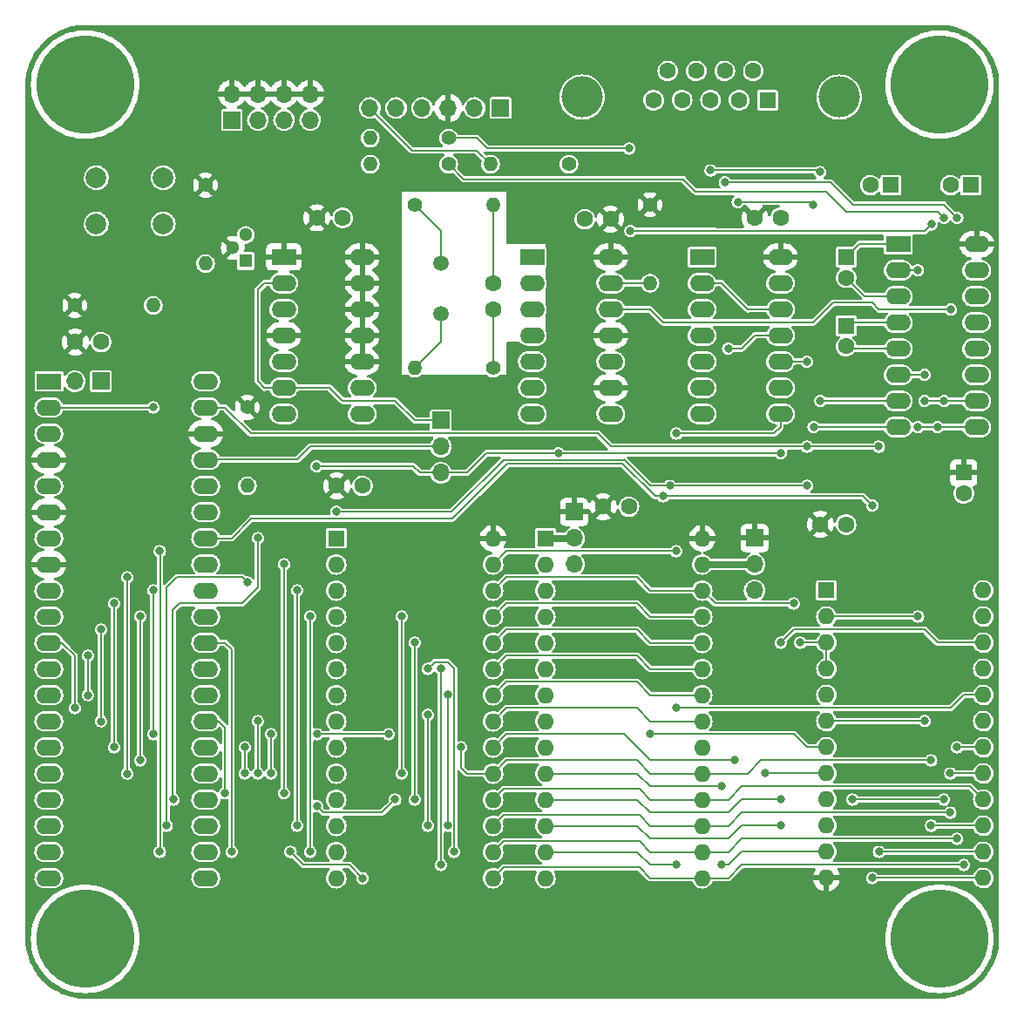
<source format=gtl>
G04 #@! TF.GenerationSoftware,KiCad,Pcbnew,(6.0.1)*
G04 #@! TF.CreationDate,2022-09-15T17:38:51-04:00*
G04 #@! TF.ProjectId,SIMPLE-6502,53494d50-4c45-42d3-9635-30322e6b6963,1*
G04 #@! TF.SameCoordinates,Original*
G04 #@! TF.FileFunction,Copper,L1,Top*
G04 #@! TF.FilePolarity,Positive*
%FSLAX46Y46*%
G04 Gerber Fmt 4.6, Leading zero omitted, Abs format (unit mm)*
G04 Created by KiCad (PCBNEW (6.0.1)) date 2022-09-15 17:38:51*
%MOMM*%
%LPD*%
G01*
G04 APERTURE LIST*
G04 #@! TA.AperFunction,ComponentPad*
%ADD10C,4.000000*%
G04 #@! TD*
G04 #@! TA.AperFunction,ComponentPad*
%ADD11R,1.600000X1.600000*%
G04 #@! TD*
G04 #@! TA.AperFunction,ComponentPad*
%ADD12C,1.600000*%
G04 #@! TD*
G04 #@! TA.AperFunction,ComponentPad*
%ADD13R,2.400000X1.600000*%
G04 #@! TD*
G04 #@! TA.AperFunction,ComponentPad*
%ADD14O,2.400000X1.600000*%
G04 #@! TD*
G04 #@! TA.AperFunction,ComponentPad*
%ADD15C,1.400000*%
G04 #@! TD*
G04 #@! TA.AperFunction,ComponentPad*
%ADD16O,1.400000X1.400000*%
G04 #@! TD*
G04 #@! TA.AperFunction,ComponentPad*
%ADD17C,9.525000*%
G04 #@! TD*
G04 #@! TA.AperFunction,ComponentPad*
%ADD18R,1.300000X1.300000*%
G04 #@! TD*
G04 #@! TA.AperFunction,ComponentPad*
%ADD19C,1.300000*%
G04 #@! TD*
G04 #@! TA.AperFunction,ComponentPad*
%ADD20R,1.700000X1.700000*%
G04 #@! TD*
G04 #@! TA.AperFunction,ComponentPad*
%ADD21O,1.700000X1.700000*%
G04 #@! TD*
G04 #@! TA.AperFunction,ComponentPad*
%ADD22O,1.600000X1.600000*%
G04 #@! TD*
G04 #@! TA.AperFunction,ComponentPad*
%ADD23C,2.000000*%
G04 #@! TD*
G04 #@! TA.AperFunction,ComponentPad*
%ADD24C,1.500000*%
G04 #@! TD*
G04 #@! TA.AperFunction,ViaPad*
%ADD25C,0.800000*%
G04 #@! TD*
G04 #@! TA.AperFunction,Conductor*
%ADD26C,0.203200*%
G04 #@! TD*
G04 #@! TA.AperFunction,Conductor*
%ADD27C,0.635000*%
G04 #@! TD*
G04 APERTURE END LIST*
D10*
X143242500Y-57916041D03*
X168242500Y-57916041D03*
D11*
X161282500Y-58216041D03*
D12*
X158512500Y-58216041D03*
X155742500Y-58216041D03*
X152972500Y-58216041D03*
X150202500Y-58216041D03*
X159897500Y-55376041D03*
X157127500Y-55376041D03*
X154357500Y-55376041D03*
X151587500Y-55376041D03*
D13*
X173972500Y-72201041D03*
D14*
X173972500Y-74741041D03*
X173972500Y-77281041D03*
X173972500Y-79821041D03*
X173972500Y-82361041D03*
X173972500Y-84901041D03*
X173972500Y-87441041D03*
X173972500Y-89981041D03*
X181592500Y-89981041D03*
X181592500Y-87441041D03*
X181592500Y-84901041D03*
X181592500Y-82361041D03*
X181592500Y-79821041D03*
X181592500Y-77281041D03*
X181592500Y-74741041D03*
X181592500Y-72201041D03*
D12*
X121917500Y-95686041D03*
X119417500Y-95686041D03*
D15*
X134617500Y-84256041D03*
D16*
X126997500Y-84256041D03*
D15*
X106677500Y-66476041D03*
D16*
X106677500Y-74096041D03*
D12*
X96517500Y-81716041D03*
X94017500Y-81716041D03*
D17*
X94976859Y-56700000D03*
D15*
X110741500Y-88066041D03*
D16*
X110741500Y-95686041D03*
D15*
X149857500Y-68376041D03*
D16*
X149857500Y-75996041D03*
D12*
X119992500Y-69651041D03*
X117492500Y-69651041D03*
D18*
X110593500Y-73842041D03*
D19*
X109323500Y-72572041D03*
X110593500Y-71302041D03*
D15*
X141983500Y-64444041D03*
D16*
X134363500Y-64444041D03*
D13*
X91457500Y-85531041D03*
D14*
X91457500Y-88071041D03*
X91457500Y-90611041D03*
X91457500Y-93151041D03*
X91457500Y-95691041D03*
X91457500Y-98231041D03*
X91457500Y-100771041D03*
X91457500Y-103311041D03*
X91457500Y-105851041D03*
X91457500Y-108391041D03*
X91457500Y-110931041D03*
X91457500Y-113471041D03*
X91457500Y-116011041D03*
X91457500Y-118551041D03*
X91457500Y-121091041D03*
X91457500Y-123631041D03*
X91457500Y-126171041D03*
X91457500Y-128711041D03*
X91457500Y-131251041D03*
X91457500Y-133791041D03*
X106697500Y-133791041D03*
X106697500Y-131251041D03*
X106697500Y-128711041D03*
X106697500Y-126171041D03*
X106697500Y-123631041D03*
X106697500Y-121091041D03*
X106697500Y-118551041D03*
X106697500Y-116011041D03*
X106697500Y-113471041D03*
X106697500Y-110931041D03*
X106697500Y-108391041D03*
X106697500Y-105851041D03*
X106697500Y-103311041D03*
X106697500Y-100771041D03*
X106697500Y-98231041D03*
X106697500Y-95691041D03*
X106697500Y-93151041D03*
X106697500Y-90611041D03*
X106697500Y-88071041D03*
X106697500Y-85531041D03*
D20*
X109227500Y-60131041D03*
D21*
X109227500Y-57591041D03*
X111767500Y-60131041D03*
X111767500Y-57591041D03*
X114307500Y-60131041D03*
X114307500Y-57591041D03*
X116847500Y-60131041D03*
X116847500Y-57591041D03*
D12*
X147805500Y-97718041D03*
X145305500Y-97718041D03*
D11*
X119372500Y-100776041D03*
D22*
X119372500Y-103316041D03*
X119372500Y-105856041D03*
X119372500Y-108396041D03*
X119372500Y-110936041D03*
X119372500Y-113476041D03*
X119372500Y-116016041D03*
X119372500Y-118556041D03*
X119372500Y-121096041D03*
X119372500Y-123636041D03*
X119372500Y-126176041D03*
X119372500Y-128716041D03*
X119372500Y-131256041D03*
X119372500Y-133796041D03*
X134612500Y-133796041D03*
X134612500Y-131256041D03*
X134612500Y-128716041D03*
X134612500Y-126176041D03*
X134612500Y-123636041D03*
X134612500Y-121096041D03*
X134612500Y-118556041D03*
X134612500Y-116016041D03*
X134612500Y-113476041D03*
X134612500Y-110936041D03*
X134612500Y-108396041D03*
X134612500Y-105856041D03*
X134612500Y-103316041D03*
X134612500Y-100776041D03*
D11*
X168907500Y-73456041D03*
D12*
X168907500Y-75456041D03*
X134617500Y-78536041D03*
X134617500Y-76036041D03*
D11*
X166997500Y-105841041D03*
D22*
X166997500Y-108381041D03*
X166997500Y-110921041D03*
X166997500Y-113461041D03*
X166997500Y-116001041D03*
X166997500Y-118541041D03*
X166997500Y-121081041D03*
X166997500Y-123621041D03*
X166997500Y-126161041D03*
X166997500Y-128701041D03*
X166997500Y-131241041D03*
X166997500Y-133781041D03*
X182237500Y-133781041D03*
X182237500Y-131241041D03*
X182237500Y-128701041D03*
X182237500Y-126161041D03*
X182237500Y-123621041D03*
X182237500Y-121081041D03*
X182237500Y-118541041D03*
X182237500Y-116001041D03*
X182237500Y-113461041D03*
X182237500Y-110921041D03*
X182237500Y-108381041D03*
X182237500Y-105841041D03*
D11*
X168907500Y-80125929D03*
D12*
X168907500Y-82125929D03*
X162537500Y-69651041D03*
X160037500Y-69651041D03*
D17*
X94976859Y-139700000D03*
D20*
X135347500Y-58976041D03*
D21*
X132807500Y-58976041D03*
X130267500Y-58976041D03*
X127727500Y-58976041D03*
X125187500Y-58976041D03*
X122647500Y-58976041D03*
D20*
X96517500Y-85526041D03*
D21*
X93977500Y-85526041D03*
D11*
X139692500Y-100776041D03*
D22*
X139692500Y-103316041D03*
X139692500Y-105856041D03*
X139692500Y-108396041D03*
X139692500Y-110936041D03*
X139692500Y-113476041D03*
X139692500Y-116016041D03*
X139692500Y-118556041D03*
X139692500Y-121096041D03*
X139692500Y-123636041D03*
X139692500Y-126176041D03*
X139692500Y-128716041D03*
X139692500Y-131256041D03*
X139692500Y-133796041D03*
X154932500Y-133796041D03*
X154932500Y-131256041D03*
X154932500Y-128716041D03*
X154932500Y-126176041D03*
X154932500Y-123636041D03*
X154932500Y-121096041D03*
X154932500Y-118556041D03*
X154932500Y-116016041D03*
X154932500Y-113476041D03*
X154932500Y-110936041D03*
X154932500Y-108396041D03*
X154932500Y-105856041D03*
X154932500Y-103316041D03*
X154932500Y-100776041D03*
D23*
X96061500Y-65750041D03*
X102561500Y-65750041D03*
X96061500Y-70250041D03*
X102561500Y-70250041D03*
D13*
X154917500Y-73451041D03*
D14*
X154917500Y-75991041D03*
X154917500Y-78531041D03*
X154917500Y-81071041D03*
X154917500Y-83611041D03*
X154917500Y-86151041D03*
X154917500Y-88691041D03*
X162537500Y-88691041D03*
X162537500Y-86151041D03*
X162537500Y-83611041D03*
X162537500Y-81071041D03*
X162537500Y-78531041D03*
X162537500Y-75991041D03*
X162537500Y-73451041D03*
D17*
X177976859Y-56700000D03*
D20*
X129537500Y-89336041D03*
D21*
X129537500Y-91876041D03*
X129537500Y-94416041D03*
D12*
X143527500Y-69778041D03*
X146027500Y-69778041D03*
D15*
X130299500Y-61904041D03*
D16*
X122679500Y-61904041D03*
D17*
X177976859Y-139700000D03*
D11*
X180337500Y-94416041D03*
D12*
X180337500Y-96416041D03*
D11*
X181038613Y-66476041D03*
D12*
X179038613Y-66476041D03*
D15*
X126992500Y-68376041D03*
D16*
X134612500Y-68376041D03*
D13*
X138422500Y-73456041D03*
D14*
X138422500Y-75996041D03*
X138422500Y-78536041D03*
X138422500Y-81076041D03*
X138422500Y-83616041D03*
X138422500Y-86156041D03*
X138422500Y-88696041D03*
X146042500Y-88696041D03*
X146042500Y-86156041D03*
X146042500Y-83616041D03*
X146042500Y-81076041D03*
X146042500Y-78536041D03*
X146042500Y-75996041D03*
X146042500Y-73456041D03*
D20*
X142491500Y-98226041D03*
D21*
X142491500Y-100766041D03*
X142491500Y-103306041D03*
D15*
X130299500Y-64444041D03*
D16*
X122679500Y-64444041D03*
D24*
X129537500Y-74096041D03*
X129537500Y-78976041D03*
D12*
X168902500Y-99436041D03*
X166402500Y-99436041D03*
D20*
X160017500Y-100766041D03*
D21*
X160017500Y-103306041D03*
X160017500Y-105846041D03*
D15*
X93977500Y-78160041D03*
D16*
X101597500Y-78160041D03*
D13*
X114277500Y-73451041D03*
D14*
X114277500Y-75991041D03*
X114277500Y-78531041D03*
X114277500Y-81071041D03*
X114277500Y-83611041D03*
X114277500Y-86151041D03*
X114277500Y-88691041D03*
X121897500Y-88691041D03*
X121897500Y-86151041D03*
X121897500Y-83611041D03*
X121897500Y-81071041D03*
X121897500Y-78531041D03*
X121897500Y-75991041D03*
X121897500Y-73451041D03*
D11*
X173257500Y-66476041D03*
D12*
X171257500Y-66476041D03*
D25*
X129537500Y-132516041D03*
X129537500Y-113466041D03*
X102232500Y-131246041D03*
X102232500Y-102036041D03*
X163809000Y-107116041D03*
X102904511Y-128706041D03*
X110741500Y-105084041D03*
X151781000Y-95686041D03*
X103558011Y-126166041D03*
X119377500Y-98207541D03*
X165116000Y-95686041D03*
X111757500Y-100766041D03*
X161033500Y-123626041D03*
X158112500Y-122356041D03*
X111757500Y-118546041D03*
X111757500Y-123626041D03*
X117491000Y-119816041D03*
X124457500Y-119816041D03*
X179684000Y-121086041D03*
X179684000Y-129976041D03*
X128267500Y-113466041D03*
X130807500Y-131246041D03*
X109217500Y-131246041D03*
X114932500Y-131246041D03*
X121927500Y-133796041D03*
X180337500Y-132516041D03*
X179030500Y-123626041D03*
X179030500Y-127436041D03*
X130191000Y-128706041D03*
X130191000Y-116006041D03*
X125092500Y-126166041D03*
X117491000Y-126782541D03*
X108564000Y-125549541D03*
X156842500Y-132516041D03*
X113027500Y-119816041D03*
X156842500Y-124896041D03*
X101597500Y-119816041D03*
X101597500Y-105846041D03*
X113027500Y-123626041D03*
X100327500Y-122356041D03*
X100327500Y-108386041D03*
X152397500Y-132516041D03*
X152397500Y-117276041D03*
X116837500Y-108386041D03*
X116837500Y-131246041D03*
X93977500Y-117276041D03*
X110487500Y-121086041D03*
X131498011Y-121086041D03*
X110487500Y-123626041D03*
X177162500Y-122356041D03*
X177167500Y-128701041D03*
X114297500Y-103306041D03*
X162557500Y-126166041D03*
X162557500Y-110926041D03*
X114297500Y-125549541D03*
X95247500Y-112196041D03*
X95242500Y-116011041D03*
X169542500Y-126166041D03*
X115567500Y-128706041D03*
X115567500Y-105846041D03*
X178377000Y-126166041D03*
X162557500Y-128706041D03*
X96512500Y-118551041D03*
X96517500Y-109656041D03*
X97787500Y-121086041D03*
X97787500Y-107116041D03*
X99062500Y-123631041D03*
X99057500Y-104576041D03*
X125727500Y-108386041D03*
X125727500Y-123626041D03*
X126997500Y-110926041D03*
X126997500Y-126166041D03*
X128267500Y-117929541D03*
X128267500Y-128706041D03*
X175882500Y-74741041D03*
X164462500Y-110926041D03*
X140967500Y-92511041D03*
X117472500Y-93781041D03*
X162557500Y-92529541D03*
X149857500Y-119816041D03*
X147825500Y-62920041D03*
X175892500Y-108386041D03*
X177189511Y-70286041D03*
X147952500Y-70921041D03*
X175892500Y-89971041D03*
X177787500Y-89981041D03*
X178432500Y-69651041D03*
X176527500Y-87431041D03*
X178422500Y-87441041D03*
X176546011Y-118527530D03*
X179076000Y-78541041D03*
X157459000Y-82351041D03*
X152397500Y-102036041D03*
X152416000Y-90606041D03*
X151127500Y-96702041D03*
X171447500Y-133786041D03*
X171447500Y-97591041D03*
X165097500Y-83621041D03*
X172101000Y-131246041D03*
X165116000Y-91876041D03*
X172082500Y-91876041D03*
X176527500Y-84891041D03*
X165732500Y-68381041D03*
X158392380Y-68101161D03*
X165751000Y-89971041D03*
X155742500Y-65036041D03*
X166404500Y-87431041D03*
X166367500Y-65206041D03*
X157127500Y-66191041D03*
X179702500Y-69651041D03*
X101597500Y-88066041D03*
D26*
X134612500Y-113476041D02*
X135892500Y-112196041D01*
X154932500Y-113476041D02*
X149867500Y-113476041D01*
X129537500Y-132516041D02*
X129537500Y-113466041D01*
X135892500Y-112196041D02*
X148587500Y-112196041D01*
X149867500Y-113476041D02*
X148587500Y-112196041D01*
X102232500Y-131246041D02*
X102251011Y-131227530D01*
X102251011Y-102054552D02*
X102232500Y-102036041D01*
X102251011Y-131227530D02*
X102251011Y-102054552D01*
X135892500Y-104576041D02*
X148587500Y-104576041D01*
X103883500Y-104576041D02*
X110233500Y-104576041D01*
X149867500Y-105856041D02*
X154932500Y-105856041D01*
X110233500Y-104576041D02*
X110741500Y-105084041D01*
X102904511Y-128706041D02*
X102904511Y-105555030D01*
X156192500Y-107116041D02*
X163809000Y-107116041D01*
X154932500Y-105856041D02*
X156192500Y-107116041D01*
X102904511Y-105555030D02*
X103883500Y-104576041D01*
X134612500Y-105856041D02*
X135892500Y-104576041D01*
X148587500Y-104576041D02*
X149867500Y-105856041D01*
X147298989Y-93164552D02*
X135614989Y-93164552D01*
X111757500Y-105592041D02*
X111757500Y-100766041D01*
X135614989Y-93164552D02*
X130553500Y-98226041D01*
X149857500Y-95686041D02*
X147317500Y-93146041D01*
X165116000Y-95686041D02*
X151781000Y-95686041D01*
X119396000Y-98226041D02*
X119377500Y-98207541D01*
X110233500Y-107116041D02*
X111757500Y-105592041D01*
X147317500Y-93146041D02*
X147298989Y-93164552D01*
X130553500Y-98226041D02*
X119396000Y-98226041D01*
X103502500Y-107751041D02*
X104137500Y-107116041D01*
X104137500Y-107116041D02*
X110233500Y-107116041D01*
X151781000Y-95686041D02*
X149857500Y-95686041D01*
X103558011Y-126166041D02*
X103502500Y-126110530D01*
X103502500Y-126110530D02*
X103502500Y-107751041D01*
X111757500Y-118546041D02*
X111757500Y-123626041D01*
X117472500Y-119816041D02*
X124457500Y-119816041D01*
X147317500Y-119816041D02*
X135892500Y-119816041D01*
X135892500Y-119816041D02*
X134612500Y-121096041D01*
X158112500Y-122356041D02*
X149857500Y-122356041D01*
X149857500Y-122356041D02*
X147317500Y-119816041D01*
X161038500Y-123621041D02*
X161033500Y-123626041D01*
X166997500Y-123621041D02*
X161038500Y-123621041D01*
X149867500Y-131256041D02*
X148813989Y-130202530D01*
X130807500Y-131246041D02*
X130844511Y-131209030D01*
X148813989Y-130202530D02*
X135666011Y-130202530D01*
X157467500Y-131256041D02*
X154932500Y-131256041D01*
X179684000Y-121086041D02*
X179689000Y-121081041D01*
X128921011Y-112812530D02*
X128267500Y-113466041D01*
X130191011Y-112812530D02*
X128921011Y-112812530D01*
X154932500Y-131256041D02*
X149867500Y-131256041D01*
X158747500Y-129976041D02*
X157467500Y-131256041D01*
X130844511Y-113466030D02*
X130191011Y-112812530D01*
X135666011Y-130202530D02*
X134612500Y-131256041D01*
X130844511Y-131209030D02*
X130844511Y-113466030D01*
X179689000Y-121081041D02*
X182237500Y-121081041D01*
X179684000Y-129976041D02*
X158747500Y-129976041D01*
X109217500Y-111561041D02*
X108587500Y-110931041D01*
X109217500Y-131246041D02*
X109217500Y-111561041D01*
X149867500Y-133796041D02*
X148813989Y-132742530D01*
X120647500Y-132516041D02*
X116202500Y-132516041D01*
X157467500Y-133796041D02*
X158747500Y-132516041D01*
X154932500Y-133796041D02*
X157467500Y-133796041D01*
X116202500Y-132516041D02*
X114932500Y-131246041D01*
X180337500Y-132516041D02*
X158747500Y-132516041D01*
X121927500Y-133796041D02*
X120647500Y-132516041D01*
X148813989Y-132742530D02*
X135666011Y-132742530D01*
X108587500Y-110931041D02*
X106697500Y-110931041D01*
X154932500Y-133796041D02*
X149867500Y-133796041D01*
X135666011Y-132742530D02*
X134612500Y-133796041D01*
X179030500Y-123626041D02*
X179035500Y-123621041D01*
X130191000Y-116006041D02*
X130191000Y-128706041D01*
X179030500Y-127436041D02*
X158747500Y-127436041D01*
X157467500Y-128716041D02*
X154932500Y-128716041D01*
X154932500Y-128716041D02*
X149867500Y-128716041D01*
X179035500Y-123621041D02*
X182237500Y-123621041D01*
X148813989Y-127662530D02*
X135666011Y-127662530D01*
X135666011Y-127662530D02*
X134612500Y-128716041D01*
X149867500Y-128716041D02*
X148813989Y-127662530D01*
X158747500Y-127436041D02*
X157467500Y-128716041D01*
X182237500Y-126161041D02*
X180972500Y-124896041D01*
X148813989Y-125122530D02*
X135666011Y-125122530D01*
X117491000Y-126819541D02*
X117491000Y-126782541D01*
X154932500Y-126176041D02*
X149867500Y-126176041D01*
X149867500Y-126176041D02*
X148813989Y-125122530D01*
X135666011Y-125122530D02*
X134612500Y-126176041D01*
X123822500Y-127436041D02*
X118107500Y-127436041D01*
X158767500Y-124896041D02*
X157487500Y-126176041D01*
X157487500Y-126176041D02*
X154932500Y-126176041D01*
X108564000Y-125549541D02*
X108564000Y-119162541D01*
X107952500Y-118551041D02*
X106697500Y-118551041D01*
X125092500Y-126166041D02*
X123822500Y-127436041D01*
X108564000Y-119162541D02*
X107952500Y-118551041D01*
X118107500Y-127436041D02*
X117491000Y-126819541D01*
X180972500Y-124896041D02*
X158767500Y-124896041D01*
X158752500Y-131241041D02*
X157477500Y-132516041D01*
X113027500Y-119816041D02*
X113027500Y-123626041D01*
X101597500Y-105846041D02*
X101597500Y-119816041D01*
X148597500Y-123636041D02*
X149857500Y-124896041D01*
X166997500Y-131241041D02*
X158752500Y-131241041D01*
X139692500Y-123636041D02*
X148577500Y-123636041D01*
X157477500Y-132516041D02*
X156842500Y-132516041D01*
X148577500Y-123636041D02*
X148597500Y-123636041D01*
X149857500Y-124896041D02*
X156842500Y-124896041D01*
X100327500Y-122356041D02*
X100327500Y-108386041D01*
X149857500Y-132516041D02*
X152397500Y-132516041D01*
X180342500Y-116001041D02*
X182237500Y-116001041D01*
X152397500Y-117276041D02*
X179067500Y-117276041D01*
X148597500Y-131256041D02*
X149857500Y-132516041D01*
X179067500Y-117276041D02*
X180342500Y-116001041D01*
X139692500Y-131256041D02*
X148597500Y-131256041D01*
X116837500Y-108386041D02*
X116837500Y-131246041D01*
X92712500Y-110931041D02*
X91457500Y-110931041D01*
X93977500Y-117276041D02*
X93977500Y-112196041D01*
X93977500Y-112196041D02*
X92712500Y-110931041D01*
X148587500Y-122356041D02*
X149867500Y-123636041D01*
X160652500Y-122356041D02*
X177162500Y-122356041D01*
X131498011Y-121086041D02*
X131498011Y-123046552D01*
X110487500Y-121086041D02*
X110487500Y-123626041D01*
X160652500Y-122356041D02*
X159372500Y-123636041D01*
X131498011Y-123046552D02*
X132087500Y-123636041D01*
X132087500Y-123636041D02*
X134612500Y-123636041D01*
X134612500Y-123636041D02*
X135892500Y-122356041D01*
X159372500Y-123636041D02*
X154932500Y-123636041D01*
X182237500Y-128701041D02*
X177167500Y-128701041D01*
X154932500Y-123636041D02*
X149867500Y-123636041D01*
X135892500Y-122356041D02*
X148587500Y-122356041D01*
X177792500Y-110921041D02*
X176527500Y-109656041D01*
X158747500Y-126166041D02*
X157477500Y-127436041D01*
X157477500Y-127436041D02*
X149857500Y-127436041D01*
X182237500Y-110921041D02*
X177792500Y-110921041D01*
X149857500Y-127436041D02*
X148597500Y-126176041D01*
X163827500Y-109656041D02*
X176527500Y-109656041D01*
X148597500Y-126176041D02*
X139692500Y-126176041D01*
X114297500Y-125549541D02*
X114297500Y-103306041D01*
X162557500Y-110926041D02*
X163827500Y-109656041D01*
X162557500Y-126166041D02*
X158747500Y-126166041D01*
X95247500Y-112196041D02*
X95247500Y-116006041D01*
X95247500Y-116006041D02*
X95242500Y-116011041D01*
X162557500Y-128706041D02*
X158747500Y-128706041D01*
X149857500Y-129976041D02*
X157477500Y-129976041D01*
X169542500Y-126166041D02*
X178377000Y-126166041D01*
X158747500Y-128706041D02*
X157477500Y-129976041D01*
X148597500Y-128716041D02*
X149857500Y-129976041D01*
X139692500Y-128716041D02*
X148597500Y-128716041D01*
X115567500Y-128706041D02*
X115567500Y-105846041D01*
X96517500Y-109656041D02*
X96517500Y-118546041D01*
X96517500Y-118546041D02*
X96512500Y-118551041D01*
X97787500Y-107116041D02*
X97787500Y-121086041D01*
X99057500Y-104576041D02*
X99057500Y-123626041D01*
X99057500Y-123626041D02*
X99062500Y-123631041D01*
X154932500Y-108396041D02*
X149867500Y-108396041D01*
X125727500Y-108386041D02*
X125727500Y-123626041D01*
X149867500Y-108396041D02*
X148587500Y-107116041D01*
X134612500Y-108396041D02*
X135892500Y-107116041D01*
X135892500Y-107116041D02*
X148587500Y-107116041D01*
X134612500Y-110936041D02*
X135892500Y-109656041D01*
X135892500Y-109656041D02*
X148587500Y-109656041D01*
X154932500Y-110936041D02*
X149867500Y-110936041D01*
X126997500Y-126166041D02*
X126997500Y-110926041D01*
X149867500Y-110936041D02*
X148587500Y-109656041D01*
X149867500Y-118556041D02*
X148587500Y-117276041D01*
X135892500Y-117276041D02*
X148587500Y-117276041D01*
X134612500Y-118556041D02*
X135892500Y-117276041D01*
X128267500Y-117929541D02*
X128267500Y-128706041D01*
X154932500Y-118556041D02*
X149867500Y-118556041D01*
X116837500Y-91876041D02*
X129537500Y-91876041D01*
X106721011Y-93127530D02*
X115586011Y-93127530D01*
X115586011Y-93127530D02*
X116837500Y-91876041D01*
X173972500Y-72201041D02*
X170162500Y-72201041D01*
X170162500Y-72201041D02*
X168907500Y-73456041D01*
X173972500Y-77281041D02*
X170732500Y-77281041D01*
X170732500Y-77281041D02*
X168907500Y-75456041D01*
X173972500Y-79821041D02*
X169212388Y-79821041D01*
X173972500Y-82361041D02*
X169142612Y-82361041D01*
X173972500Y-74741041D02*
X175882500Y-74741041D01*
X134617500Y-84256041D02*
X134617500Y-78536041D01*
X134617500Y-76036041D02*
X134617500Y-68381041D01*
X140967500Y-92511041D02*
X133982500Y-92511041D01*
X133982500Y-92511041D02*
X132077500Y-94416041D01*
X117472500Y-93781041D02*
X126870500Y-93781041D01*
X164467500Y-110921041D02*
X164462500Y-110926041D01*
X126870500Y-93781041D02*
X127505500Y-94416041D01*
X140986000Y-92529541D02*
X140967500Y-92511041D01*
X166997500Y-110921041D02*
X164467500Y-110921041D01*
X162557500Y-92529541D02*
X140986000Y-92529541D01*
X127505500Y-94416041D02*
X129537500Y-94416041D01*
X166997500Y-110921041D02*
X166997500Y-113461041D01*
X132077500Y-94416041D02*
X129537500Y-94416041D01*
X129537500Y-70921041D02*
X129537500Y-74096041D01*
X126992500Y-68376041D02*
X129537500Y-70921041D01*
X129537500Y-81716041D02*
X126997500Y-84256041D01*
X129537500Y-78976041D02*
X129537500Y-81716041D01*
X149857500Y-119816041D02*
X163827500Y-119816041D01*
X163827500Y-119816041D02*
X165092500Y-121081041D01*
X165092500Y-121081041D02*
X166997500Y-121081041D01*
X146042500Y-75996041D02*
X149857500Y-75996041D01*
X156226011Y-70939552D02*
X176536000Y-70939552D01*
X175887500Y-108381041D02*
X175892500Y-108386041D01*
X147952500Y-70921041D02*
X156207500Y-70921041D01*
X176536000Y-70939552D02*
X177189511Y-70286041D01*
X166997500Y-108381041D02*
X175887500Y-108381041D01*
X177787500Y-89981041D02*
X181592500Y-89981041D01*
X134040041Y-62920041D02*
X133024041Y-61904041D01*
X175892500Y-89971041D02*
X175902500Y-89981041D01*
X175902500Y-89981041D02*
X177787500Y-89981041D01*
X147825500Y-62920041D02*
X134040041Y-62920041D01*
X156207500Y-70921041D02*
X156226011Y-70939552D01*
X130299500Y-61904041D02*
X133024041Y-61904041D01*
X177816011Y-69034552D02*
X178432500Y-69651041D01*
X176537500Y-87441041D02*
X176527500Y-87431041D01*
X154302500Y-67111041D02*
X167002500Y-67111041D01*
X130299500Y-64444041D02*
X131768459Y-65913000D01*
X131768459Y-65913000D02*
X153104459Y-65913000D01*
X167002500Y-67111041D02*
X168926011Y-69034552D01*
X176532500Y-118541041D02*
X176546011Y-118527530D01*
X181592500Y-87441041D02*
X178422500Y-87441041D01*
X153104459Y-65913000D02*
X154302500Y-67111041D01*
X168926011Y-69034552D02*
X177816011Y-69034552D01*
X166997500Y-118541041D02*
X176532500Y-118541041D01*
X178422500Y-87441041D02*
X176537500Y-87441041D01*
X179076000Y-78541041D02*
X172082500Y-78541041D01*
X149852500Y-78536041D02*
X146042500Y-78536041D01*
X165732500Y-79811041D02*
X151127500Y-79811041D01*
X167637500Y-77906041D02*
X165732500Y-79811041D01*
X171447500Y-77906041D02*
X167637500Y-77906041D01*
X172082500Y-78541041D02*
X171447500Y-77906041D01*
X151127500Y-79811041D02*
X149852500Y-78536041D01*
X160027500Y-81071041D02*
X162537500Y-81071041D01*
X158747500Y-82351041D02*
X160027500Y-81071041D01*
X134612500Y-116016041D02*
X135892500Y-114736041D01*
X154932500Y-116016041D02*
X149867500Y-116016041D01*
X149867500Y-116016041D02*
X148587500Y-114736041D01*
X135892500Y-114736041D02*
X148587500Y-114736041D01*
X157459000Y-82351041D02*
X158747500Y-82351041D01*
X161922500Y-90606041D02*
X162537500Y-89991041D01*
X162537500Y-89991041D02*
X162537500Y-88691041D01*
X135892500Y-102036041D02*
X152397500Y-102036041D01*
X134612500Y-103316041D02*
X135892500Y-102036041D01*
X152416000Y-90606041D02*
X161922500Y-90606041D01*
X159382500Y-78541041D02*
X159392500Y-78531041D01*
X147188915Y-93519672D02*
X136021869Y-93519672D01*
X171452500Y-133781041D02*
X171447500Y-133786041D01*
X170558500Y-96702041D02*
X171447500Y-97591041D01*
X151127500Y-96702041D02*
X150371284Y-96702041D01*
X136021869Y-93519672D02*
X130680500Y-98861041D01*
X130680500Y-98861041D02*
X111122500Y-98861041D01*
X156832500Y-75991041D02*
X159382500Y-78541041D01*
X147188915Y-93519672D02*
X150371284Y-96702041D01*
X159392500Y-78531041D02*
X162537500Y-78531041D01*
X109212500Y-100771041D02*
X106697500Y-100771041D01*
X111122500Y-98861041D02*
X109212500Y-100771041D01*
X151127500Y-96702041D02*
X170558500Y-96702041D01*
X182237500Y-133781041D02*
X171452500Y-133781041D01*
X154917500Y-75991041D02*
X156832500Y-75991041D01*
X182237500Y-131241041D02*
X172106000Y-131241041D01*
X108587500Y-88071041D02*
X111122500Y-90606041D01*
X162537500Y-83611041D02*
X165106000Y-83611041D01*
X146047500Y-91876041D02*
X172082500Y-91876041D01*
X106697500Y-88071041D02*
X108587500Y-88071041D01*
X144777500Y-90606041D02*
X146047500Y-91876041D01*
X172106000Y-131241041D02*
X172101000Y-131246041D01*
X111122500Y-90606041D02*
X144777500Y-90606041D01*
X173972500Y-84901041D02*
X176517500Y-84901041D01*
X176517500Y-84901041D02*
X176527500Y-84891041D01*
X118732500Y-86151041D02*
X120012500Y-87431041D01*
X111757500Y-76636041D02*
X111757500Y-85526041D01*
X120012500Y-87431041D02*
X125092500Y-87431041D01*
X112392500Y-86161041D02*
X112402500Y-86151041D01*
X125092500Y-87431041D02*
X126997500Y-89336041D01*
X112402500Y-75991041D02*
X111757500Y-76636041D01*
X126997500Y-89336041D02*
X129537500Y-89336041D01*
X114277500Y-75991041D02*
X112402500Y-75991041D01*
X112402500Y-86151041D02*
X114277500Y-86151041D01*
X111757500Y-85526041D02*
X112392500Y-86161041D01*
X114277500Y-86151041D02*
X118732500Y-86151041D01*
X165761000Y-89981041D02*
X173972500Y-89981041D01*
X165452620Y-68101161D02*
X158392380Y-68101161D01*
X165732500Y-68381041D02*
X165452620Y-68101161D01*
X165761000Y-89981041D02*
X165751000Y-89971041D01*
X166414500Y-87441041D02*
X166404500Y-87431041D01*
X166414500Y-87441041D02*
X173972500Y-87441041D01*
X166197500Y-65036041D02*
X166367500Y-65206041D01*
X155742500Y-65036041D02*
X166197500Y-65036041D01*
X157127500Y-66191041D02*
X167389522Y-66191041D01*
X169561011Y-68362530D02*
X178413989Y-68362530D01*
X167389522Y-66191041D02*
X169561011Y-68362530D01*
X178413989Y-68362530D02*
X179702500Y-69651041D01*
D27*
X139692500Y-100776041D02*
X142481500Y-100776041D01*
D26*
X101592500Y-88071041D02*
X101597500Y-88066041D01*
X91457500Y-88071041D02*
X101592500Y-88071041D01*
D27*
X154932500Y-103316041D02*
X160007500Y-103316041D01*
D26*
X133038459Y-63119000D02*
X134363500Y-64444041D01*
X122647500Y-58976041D02*
X126790459Y-63119000D01*
X126790459Y-63119000D02*
X133038459Y-63119000D01*
G04 #@! TA.AperFunction,Conductor*
G36*
X177957411Y-50905237D02*
G01*
X177962667Y-50905246D01*
X177976495Y-50908426D01*
X177990335Y-50905294D01*
X178004523Y-50905319D01*
X178004523Y-50905373D01*
X178012800Y-50904612D01*
X178151569Y-50910065D01*
X178426721Y-50920876D01*
X178436583Y-50921652D01*
X178878766Y-50973987D01*
X178888538Y-50975535D01*
X179111147Y-51019814D01*
X179325252Y-51062403D01*
X179334853Y-51064708D01*
X179622271Y-51145768D01*
X179763399Y-51185570D01*
X179772808Y-51188627D01*
X180190555Y-51342742D01*
X180199692Y-51346527D01*
X180604061Y-51532943D01*
X180612866Y-51537430D01*
X181001363Y-51754999D01*
X181009799Y-51760168D01*
X181380023Y-52007543D01*
X181388011Y-52013347D01*
X181535423Y-52129557D01*
X181737690Y-52289012D01*
X181745213Y-52295437D01*
X181833080Y-52376660D01*
X182072192Y-52597693D01*
X182079166Y-52604667D01*
X182245326Y-52784418D01*
X182381422Y-52931646D01*
X182387847Y-52939169D01*
X182663506Y-53288840D01*
X182669316Y-53296836D01*
X182677201Y-53308638D01*
X182916691Y-53667060D01*
X182921860Y-53675496D01*
X183139429Y-54063993D01*
X183143916Y-54072798D01*
X183313624Y-54440924D01*
X183330331Y-54477164D01*
X183334117Y-54486304D01*
X183488232Y-54904051D01*
X183491289Y-54913460D01*
X183612151Y-55342006D01*
X183614456Y-55351607D01*
X183617738Y-55368103D01*
X183701324Y-55788321D01*
X183702872Y-55798093D01*
X183755207Y-56240276D01*
X183755983Y-56250138D01*
X183772224Y-56663482D01*
X183771462Y-56671620D01*
X183771638Y-56671620D01*
X183771613Y-56685805D01*
X183768433Y-56699636D01*
X183771565Y-56713477D01*
X183771557Y-56717994D01*
X183773659Y-56736809D01*
X183773659Y-139662609D01*
X183771622Y-139680552D01*
X183771613Y-139685808D01*
X183768433Y-139699636D01*
X183771565Y-139713476D01*
X183771540Y-139727664D01*
X183771486Y-139727664D01*
X183772247Y-139735943D01*
X183755983Y-140149862D01*
X183755207Y-140159724D01*
X183702872Y-140601907D01*
X183701324Y-140611679D01*
X183614458Y-141048386D01*
X183612151Y-141057994D01*
X183609283Y-141068165D01*
X183491289Y-141486540D01*
X183488232Y-141495949D01*
X183334117Y-141913696D01*
X183330331Y-141922836D01*
X183143921Y-142327192D01*
X183139429Y-142336007D01*
X182921860Y-142724504D01*
X182916691Y-142732940D01*
X182675852Y-143093382D01*
X182669321Y-143103156D01*
X182663506Y-143111160D01*
X182387847Y-143460831D01*
X182381422Y-143468354D01*
X182245326Y-143615582D01*
X182079166Y-143795333D01*
X182072192Y-143802307D01*
X181942493Y-143922200D01*
X181745213Y-144104563D01*
X181737690Y-144110988D01*
X181560784Y-144250450D01*
X181388011Y-144386653D01*
X181380023Y-144392457D01*
X181139377Y-144553251D01*
X181009799Y-144639832D01*
X181001363Y-144645001D01*
X180612866Y-144862570D01*
X180604061Y-144867057D01*
X180199695Y-145053472D01*
X180190555Y-145057258D01*
X179772808Y-145211373D01*
X179763399Y-145214430D01*
X179622271Y-145254232D01*
X179334853Y-145335292D01*
X179325252Y-145337597D01*
X179111147Y-145380186D01*
X178888538Y-145424465D01*
X178878766Y-145426013D01*
X178436583Y-145478348D01*
X178426721Y-145479124D01*
X178013377Y-145495365D01*
X178005239Y-145494603D01*
X178005239Y-145494779D01*
X177991054Y-145494754D01*
X177977223Y-145491574D01*
X177963382Y-145494706D01*
X177958865Y-145494698D01*
X177940050Y-145496800D01*
X95014250Y-145496800D01*
X94996307Y-145494763D01*
X94991051Y-145494754D01*
X94977223Y-145491574D01*
X94963383Y-145494706D01*
X94949195Y-145494681D01*
X94949195Y-145494627D01*
X94940918Y-145495388D01*
X94802149Y-145489935D01*
X94526997Y-145479124D01*
X94517135Y-145478348D01*
X94074952Y-145426013D01*
X94065180Y-145424465D01*
X93842571Y-145380186D01*
X93628466Y-145337597D01*
X93618865Y-145335292D01*
X93331447Y-145254232D01*
X93190319Y-145214430D01*
X93180910Y-145211373D01*
X92763163Y-145057258D01*
X92754023Y-145053472D01*
X92349657Y-144867057D01*
X92340852Y-144862570D01*
X91952355Y-144645001D01*
X91943919Y-144639832D01*
X91814341Y-144553251D01*
X91573695Y-144392457D01*
X91565707Y-144386653D01*
X91392934Y-144250450D01*
X91216028Y-144110988D01*
X91208505Y-144104563D01*
X91011225Y-143922200D01*
X90881526Y-143802307D01*
X90874552Y-143795333D01*
X90708392Y-143615582D01*
X90572296Y-143468354D01*
X90565871Y-143460831D01*
X90290212Y-143111160D01*
X90284397Y-143103156D01*
X90277867Y-143093382D01*
X90037027Y-142732940D01*
X90031858Y-142724504D01*
X89814289Y-142336007D01*
X89809797Y-142327192D01*
X89623387Y-141922836D01*
X89619601Y-141913696D01*
X89465486Y-141495949D01*
X89462429Y-141486540D01*
X89344435Y-141068165D01*
X89341567Y-141057994D01*
X89339260Y-141048386D01*
X89252394Y-140611679D01*
X89250846Y-140601907D01*
X89198511Y-140159724D01*
X89197735Y-140149862D01*
X89181494Y-139736518D01*
X89182256Y-139728380D01*
X89182080Y-139728380D01*
X89182105Y-139714195D01*
X89185285Y-139700364D01*
X89185203Y-139700000D01*
X89700837Y-139700000D01*
X89700957Y-139702748D01*
X89720695Y-140154812D01*
X89720914Y-140159836D01*
X89721275Y-140162575D01*
X89779761Y-140606819D01*
X89780992Y-140616172D01*
X89880613Y-141065535D01*
X90019020Y-141504506D01*
X90195159Y-141929743D01*
X90407690Y-142338011D01*
X90654995Y-142726202D01*
X90935192Y-143091362D01*
X91246148Y-143430711D01*
X91585497Y-143741667D01*
X91587659Y-143743326D01*
X91587665Y-143743331D01*
X91660159Y-143798957D01*
X91950657Y-144021864D01*
X92338848Y-144269169D01*
X92747116Y-144481700D01*
X93172353Y-144657839D01*
X93174973Y-144658665D01*
X93174981Y-144658668D01*
X93608694Y-144795417D01*
X93608699Y-144795418D01*
X93611324Y-144796246D01*
X94060687Y-144895867D01*
X94063407Y-144896225D01*
X94063412Y-144896226D01*
X94234282Y-144918721D01*
X94517023Y-144955945D01*
X94519772Y-144956065D01*
X94519783Y-144956066D01*
X94974111Y-144975902D01*
X94976859Y-144976022D01*
X94979607Y-144975902D01*
X95433935Y-144956066D01*
X95433946Y-144956065D01*
X95436695Y-144955945D01*
X95719436Y-144918721D01*
X95890306Y-144896226D01*
X95890311Y-144896225D01*
X95893031Y-144895867D01*
X96342394Y-144796246D01*
X96345019Y-144795418D01*
X96345024Y-144795417D01*
X96778737Y-144658668D01*
X96778745Y-144658665D01*
X96781365Y-144657839D01*
X97206602Y-144481700D01*
X97614870Y-144269169D01*
X98003061Y-144021864D01*
X98293559Y-143798957D01*
X98366053Y-143743331D01*
X98366059Y-143743326D01*
X98368221Y-143741667D01*
X98707570Y-143430711D01*
X99018526Y-143091362D01*
X99298723Y-142726202D01*
X99546028Y-142338011D01*
X99758559Y-141929743D01*
X99934698Y-141504506D01*
X100073105Y-141065535D01*
X100172726Y-140616172D01*
X100173958Y-140606819D01*
X100232443Y-140162575D01*
X100232804Y-140159836D01*
X100233024Y-140154812D01*
X100252761Y-139702748D01*
X100252881Y-139700000D01*
X172700837Y-139700000D01*
X172700957Y-139702748D01*
X172720695Y-140154812D01*
X172720914Y-140159836D01*
X172721275Y-140162575D01*
X172779761Y-140606819D01*
X172780992Y-140616172D01*
X172880613Y-141065535D01*
X173019020Y-141504506D01*
X173195159Y-141929743D01*
X173407690Y-142338011D01*
X173654995Y-142726202D01*
X173935192Y-143091362D01*
X174246148Y-143430711D01*
X174585497Y-143741667D01*
X174587659Y-143743326D01*
X174587665Y-143743331D01*
X174660159Y-143798957D01*
X174950657Y-144021864D01*
X175338848Y-144269169D01*
X175747116Y-144481700D01*
X176172353Y-144657839D01*
X176174973Y-144658665D01*
X176174981Y-144658668D01*
X176608694Y-144795417D01*
X176608699Y-144795418D01*
X176611324Y-144796246D01*
X177060687Y-144895867D01*
X177063407Y-144896225D01*
X177063412Y-144896226D01*
X177234282Y-144918721D01*
X177517023Y-144955945D01*
X177519772Y-144956065D01*
X177519783Y-144956066D01*
X177974111Y-144975902D01*
X177976859Y-144976022D01*
X177979607Y-144975902D01*
X178433935Y-144956066D01*
X178433946Y-144956065D01*
X178436695Y-144955945D01*
X178719436Y-144918721D01*
X178890306Y-144896226D01*
X178890311Y-144896225D01*
X178893031Y-144895867D01*
X179342394Y-144796246D01*
X179345019Y-144795418D01*
X179345024Y-144795417D01*
X179778737Y-144658668D01*
X179778745Y-144658665D01*
X179781365Y-144657839D01*
X180206602Y-144481700D01*
X180614870Y-144269169D01*
X181003061Y-144021864D01*
X181293559Y-143798957D01*
X181366053Y-143743331D01*
X181366059Y-143743326D01*
X181368221Y-143741667D01*
X181707570Y-143430711D01*
X182018526Y-143091362D01*
X182298723Y-142726202D01*
X182546028Y-142338011D01*
X182758559Y-141929743D01*
X182934698Y-141504506D01*
X183073105Y-141065535D01*
X183172726Y-140616172D01*
X183173958Y-140606819D01*
X183232443Y-140162575D01*
X183232804Y-140159836D01*
X183233024Y-140154812D01*
X183252761Y-139702748D01*
X183252881Y-139700000D01*
X183232804Y-139240164D01*
X183172726Y-138783828D01*
X183073105Y-138334465D01*
X182934698Y-137895494D01*
X182758559Y-137470257D01*
X182546028Y-137061989D01*
X182298723Y-136673798D01*
X182018526Y-136308638D01*
X181707570Y-135969289D01*
X181368221Y-135658333D01*
X181366059Y-135656674D01*
X181366053Y-135656669D01*
X181242006Y-135561485D01*
X181003061Y-135378136D01*
X180614870Y-135130831D01*
X180206602Y-134918300D01*
X179781365Y-134742161D01*
X179778745Y-134741335D01*
X179778737Y-134741332D01*
X179345024Y-134604583D01*
X179345019Y-134604582D01*
X179342394Y-134603754D01*
X178893031Y-134504133D01*
X178890311Y-134503775D01*
X178890306Y-134503774D01*
X178685508Y-134476812D01*
X178436695Y-134444055D01*
X178433946Y-134443935D01*
X178433935Y-134443934D01*
X177979607Y-134424098D01*
X177976859Y-134423978D01*
X177974111Y-134424098D01*
X177519783Y-134443934D01*
X177519772Y-134443935D01*
X177517023Y-134444055D01*
X177268210Y-134476812D01*
X177063412Y-134503774D01*
X177063407Y-134503775D01*
X177060687Y-134504133D01*
X176611324Y-134603754D01*
X176608699Y-134604582D01*
X176608694Y-134604583D01*
X176174981Y-134741332D01*
X176174973Y-134741335D01*
X176172353Y-134742161D01*
X175747116Y-134918300D01*
X175338848Y-135130831D01*
X174950657Y-135378136D01*
X174711712Y-135561485D01*
X174587665Y-135656669D01*
X174587659Y-135656674D01*
X174585497Y-135658333D01*
X174246148Y-135969289D01*
X173935192Y-136308638D01*
X173654995Y-136673798D01*
X173407690Y-137061989D01*
X173195159Y-137470257D01*
X173019020Y-137895494D01*
X172880613Y-138334465D01*
X172780992Y-138783828D01*
X172720914Y-139240164D01*
X172700837Y-139700000D01*
X100252881Y-139700000D01*
X100232804Y-139240164D01*
X100172726Y-138783828D01*
X100073105Y-138334465D01*
X99934698Y-137895494D01*
X99758559Y-137470257D01*
X99546028Y-137061989D01*
X99298723Y-136673798D01*
X99018526Y-136308638D01*
X98707570Y-135969289D01*
X98368221Y-135658333D01*
X98366059Y-135656674D01*
X98366053Y-135656669D01*
X98242006Y-135561485D01*
X98003061Y-135378136D01*
X97614870Y-135130831D01*
X97206602Y-134918300D01*
X96781365Y-134742161D01*
X96778745Y-134741335D01*
X96778737Y-134741332D01*
X96345024Y-134604583D01*
X96345019Y-134604582D01*
X96342394Y-134603754D01*
X95893031Y-134504133D01*
X95890311Y-134503775D01*
X95890306Y-134503774D01*
X95685508Y-134476812D01*
X95436695Y-134444055D01*
X95433946Y-134443935D01*
X95433935Y-134443934D01*
X94979607Y-134424098D01*
X94976859Y-134423978D01*
X94974111Y-134424098D01*
X94519783Y-134443934D01*
X94519772Y-134443935D01*
X94517023Y-134444055D01*
X94268210Y-134476812D01*
X94063412Y-134503774D01*
X94063407Y-134503775D01*
X94060687Y-134504133D01*
X93611324Y-134603754D01*
X93608699Y-134604582D01*
X93608694Y-134604583D01*
X93174981Y-134741332D01*
X93174973Y-134741335D01*
X93172353Y-134742161D01*
X92747116Y-134918300D01*
X92338848Y-135130831D01*
X91950657Y-135378136D01*
X91711712Y-135561485D01*
X91587665Y-135656669D01*
X91587659Y-135656674D01*
X91585497Y-135658333D01*
X91246148Y-135969289D01*
X90935192Y-136308638D01*
X90654995Y-136673798D01*
X90407690Y-137061989D01*
X90195159Y-137470257D01*
X90019020Y-137895494D01*
X89880613Y-138334465D01*
X89780992Y-138783828D01*
X89720914Y-139240164D01*
X89700837Y-139700000D01*
X89185203Y-139700000D01*
X89182153Y-139686523D01*
X89182161Y-139682006D01*
X89180059Y-139663191D01*
X89180059Y-133840324D01*
X90049828Y-133840324D01*
X90080320Y-134041938D01*
X90082522Y-134047922D01*
X90082523Y-134047927D01*
X90144584Y-134216605D01*
X90150728Y-134233303D01*
X90258178Y-134406602D01*
X90262564Y-134411240D01*
X90357290Y-134511409D01*
X90398280Y-134554755D01*
X90565310Y-134671711D01*
X90752446Y-134752692D01*
X90798048Y-134762219D01*
X90947308Y-134793401D01*
X90947313Y-134793402D01*
X90952044Y-134794390D01*
X90956939Y-134794647D01*
X90957073Y-134794654D01*
X90957089Y-134794654D01*
X90958741Y-134794741D01*
X91908457Y-134794741D01*
X92024469Y-134782957D01*
X92054014Y-134779956D01*
X92054015Y-134779956D01*
X92060363Y-134779311D01*
X92254939Y-134718335D01*
X92433279Y-134619479D01*
X92588100Y-134486782D01*
X92592087Y-134481643D01*
X92696358Y-134347215D01*
X92713075Y-134325664D01*
X92803101Y-134142707D01*
X92812573Y-134106343D01*
X92852890Y-133951568D01*
X92852891Y-133951563D01*
X92854500Y-133945385D01*
X92860006Y-133840324D01*
X105289828Y-133840324D01*
X105320320Y-134041938D01*
X105322522Y-134047922D01*
X105322523Y-134047927D01*
X105384584Y-134216605D01*
X105390728Y-134233303D01*
X105498178Y-134406602D01*
X105502564Y-134411240D01*
X105597290Y-134511409D01*
X105638280Y-134554755D01*
X105805310Y-134671711D01*
X105992446Y-134752692D01*
X106038048Y-134762219D01*
X106187308Y-134793401D01*
X106187313Y-134793402D01*
X106192044Y-134794390D01*
X106196939Y-134794647D01*
X106197073Y-134794654D01*
X106197089Y-134794654D01*
X106198741Y-134794741D01*
X107148457Y-134794741D01*
X107264469Y-134782957D01*
X107294014Y-134779956D01*
X107294015Y-134779956D01*
X107300363Y-134779311D01*
X107494939Y-134718335D01*
X107673279Y-134619479D01*
X107828100Y-134486782D01*
X107832087Y-134481643D01*
X107936358Y-134347215D01*
X107953075Y-134325664D01*
X108043101Y-134142707D01*
X108052573Y-134106343D01*
X108092890Y-133951568D01*
X108092891Y-133951563D01*
X108094500Y-133945385D01*
X108101898Y-133804229D01*
X108104838Y-133748140D01*
X108104838Y-133748135D01*
X108105172Y-133741758D01*
X108074680Y-133540144D01*
X108072478Y-133534160D01*
X108072477Y-133534155D01*
X108006476Y-133354769D01*
X108006475Y-133354768D01*
X108004272Y-133348779D01*
X107997143Y-133337280D01*
X107943881Y-133251379D01*
X107896822Y-133175480D01*
X107787644Y-133060028D01*
X107761109Y-133031968D01*
X107761108Y-133031967D01*
X107756720Y-133027327D01*
X107589690Y-132910371D01*
X107402554Y-132829390D01*
X107316340Y-132811379D01*
X107207692Y-132788681D01*
X107207687Y-132788680D01*
X107202956Y-132787692D01*
X107198061Y-132787435D01*
X107197927Y-132787428D01*
X107197911Y-132787428D01*
X107196259Y-132787341D01*
X106246543Y-132787341D01*
X106194887Y-132792588D01*
X106100986Y-132802126D01*
X106100985Y-132802126D01*
X106094637Y-132802771D01*
X105900061Y-132863747D01*
X105721721Y-132962603D01*
X105566900Y-133095300D01*
X105562993Y-133100337D01*
X105562991Y-133100339D01*
X105513763Y-133163804D01*
X105441925Y-133256418D01*
X105351899Y-133439375D01*
X105350290Y-133445553D01*
X105350289Y-133445555D01*
X105302110Y-133630514D01*
X105302109Y-133630519D01*
X105300500Y-133636697D01*
X105295780Y-133726751D01*
X105290858Y-133820678D01*
X105289828Y-133840324D01*
X92860006Y-133840324D01*
X92861898Y-133804229D01*
X92864838Y-133748140D01*
X92864838Y-133748135D01*
X92865172Y-133741758D01*
X92834680Y-133540144D01*
X92832478Y-133534160D01*
X92832477Y-133534155D01*
X92766476Y-133354769D01*
X92766475Y-133354768D01*
X92764272Y-133348779D01*
X92757143Y-133337280D01*
X92703881Y-133251379D01*
X92656822Y-133175480D01*
X92547644Y-133060028D01*
X92521109Y-133031968D01*
X92521108Y-133031967D01*
X92516720Y-133027327D01*
X92349690Y-132910371D01*
X92162554Y-132829390D01*
X92076340Y-132811379D01*
X91967692Y-132788681D01*
X91967687Y-132788680D01*
X91962956Y-132787692D01*
X91958061Y-132787435D01*
X91957927Y-132787428D01*
X91957911Y-132787428D01*
X91956259Y-132787341D01*
X91006543Y-132787341D01*
X90954887Y-132792588D01*
X90860986Y-132802126D01*
X90860985Y-132802126D01*
X90854637Y-132802771D01*
X90660061Y-132863747D01*
X90481721Y-132962603D01*
X90326900Y-133095300D01*
X90322993Y-133100337D01*
X90322991Y-133100339D01*
X90273763Y-133163804D01*
X90201925Y-133256418D01*
X90111899Y-133439375D01*
X90110290Y-133445553D01*
X90110289Y-133445555D01*
X90062110Y-133630514D01*
X90062109Y-133630519D01*
X90060500Y-133636697D01*
X90055780Y-133726751D01*
X90050858Y-133820678D01*
X90049828Y-133840324D01*
X89180059Y-133840324D01*
X89180059Y-131300324D01*
X90049828Y-131300324D01*
X90080320Y-131501938D01*
X90082522Y-131507922D01*
X90082523Y-131507927D01*
X90144584Y-131676605D01*
X90150728Y-131693303D01*
X90258178Y-131866602D01*
X90284315Y-131894241D01*
X90357290Y-131971409D01*
X90398280Y-132014755D01*
X90565310Y-132131711D01*
X90752446Y-132212692D01*
X90780549Y-132218563D01*
X90947308Y-132253401D01*
X90947313Y-132253402D01*
X90952044Y-132254390D01*
X90956939Y-132254647D01*
X90957073Y-132254654D01*
X90957089Y-132254654D01*
X90958741Y-132254741D01*
X91908457Y-132254741D01*
X92010755Y-132244350D01*
X92054014Y-132239956D01*
X92054015Y-132239956D01*
X92060363Y-132239311D01*
X92254939Y-132178335D01*
X92433279Y-132079479D01*
X92588100Y-131946782D01*
X92592087Y-131941643D01*
X92674589Y-131835280D01*
X92713075Y-131785664D01*
X92803101Y-131602707D01*
X92812573Y-131566343D01*
X92852890Y-131411568D01*
X92852891Y-131411563D01*
X92854500Y-131405385D01*
X92861822Y-131265678D01*
X92864838Y-131208140D01*
X92864838Y-131208135D01*
X92865172Y-131201758D01*
X92834680Y-131000144D01*
X92832478Y-130994160D01*
X92832477Y-130994155D01*
X92766476Y-130814769D01*
X92766475Y-130814768D01*
X92764272Y-130808779D01*
X92749891Y-130785584D01*
X92699139Y-130703730D01*
X92656822Y-130635480D01*
X92547644Y-130520028D01*
X92521109Y-130491968D01*
X92521108Y-130491967D01*
X92516720Y-130487327D01*
X92349690Y-130370371D01*
X92162554Y-130289390D01*
X92069294Y-130269907D01*
X91967692Y-130248681D01*
X91967687Y-130248680D01*
X91962956Y-130247692D01*
X91958061Y-130247435D01*
X91957927Y-130247428D01*
X91957911Y-130247428D01*
X91956259Y-130247341D01*
X91006543Y-130247341D01*
X90954887Y-130252588D01*
X90860986Y-130262126D01*
X90860985Y-130262126D01*
X90854637Y-130262771D01*
X90660061Y-130323747D01*
X90481721Y-130422603D01*
X90326900Y-130555300D01*
X90322993Y-130560337D01*
X90322991Y-130560339D01*
X90304737Y-130583872D01*
X90201925Y-130716418D01*
X90111899Y-130899375D01*
X90110290Y-130905553D01*
X90110289Y-130905555D01*
X90062110Y-131090514D01*
X90062109Y-131090519D01*
X90060500Y-131096697D01*
X90060166Y-131103077D01*
X90050858Y-131280678D01*
X90049828Y-131300324D01*
X89180059Y-131300324D01*
X89180059Y-128760324D01*
X90049828Y-128760324D01*
X90080320Y-128961938D01*
X90082522Y-128967922D01*
X90082523Y-128967927D01*
X90144584Y-129136605D01*
X90150728Y-129153303D01*
X90154091Y-129158727D01*
X90154092Y-129158729D01*
X90179560Y-129199805D01*
X90258178Y-129326602D01*
X90262564Y-129331240D01*
X90357290Y-129431409D01*
X90398280Y-129474755D01*
X90565310Y-129591711D01*
X90752446Y-129672692D01*
X90780549Y-129678563D01*
X90947308Y-129713401D01*
X90947313Y-129713402D01*
X90952044Y-129714390D01*
X90956939Y-129714647D01*
X90957073Y-129714654D01*
X90957089Y-129714654D01*
X90958741Y-129714741D01*
X91908457Y-129714741D01*
X92010755Y-129704350D01*
X92054014Y-129699956D01*
X92054015Y-129699956D01*
X92060363Y-129699311D01*
X92254939Y-129638335D01*
X92433279Y-129539479D01*
X92588100Y-129406782D01*
X92592087Y-129401643D01*
X92677877Y-129291041D01*
X92713075Y-129245664D01*
X92803101Y-129062707D01*
X92812573Y-129026343D01*
X92852890Y-128871568D01*
X92852891Y-128871563D01*
X92854500Y-128865385D01*
X92861822Y-128725678D01*
X92864838Y-128668140D01*
X92864838Y-128668135D01*
X92865172Y-128661758D01*
X92834680Y-128460144D01*
X92832478Y-128454160D01*
X92832477Y-128454155D01*
X92766476Y-128274769D01*
X92766475Y-128274768D01*
X92764272Y-128268779D01*
X92656822Y-128095480D01*
X92547644Y-127980028D01*
X92521109Y-127951968D01*
X92521108Y-127951967D01*
X92516720Y-127947327D01*
X92349690Y-127830371D01*
X92162554Y-127749390D01*
X92083453Y-127732865D01*
X91967692Y-127708681D01*
X91967687Y-127708680D01*
X91962956Y-127707692D01*
X91958061Y-127707435D01*
X91957927Y-127707428D01*
X91957911Y-127707428D01*
X91956259Y-127707341D01*
X91006543Y-127707341D01*
X90954887Y-127712588D01*
X90860986Y-127722126D01*
X90860985Y-127722126D01*
X90854637Y-127722771D01*
X90660061Y-127783747D01*
X90481721Y-127882603D01*
X90326900Y-128015300D01*
X90322993Y-128020337D01*
X90322991Y-128020339D01*
X90304737Y-128043872D01*
X90201925Y-128176418D01*
X90111899Y-128359375D01*
X90110290Y-128365553D01*
X90110289Y-128365555D01*
X90062110Y-128550514D01*
X90062109Y-128550519D01*
X90060500Y-128556697D01*
X90060166Y-128563077D01*
X90050858Y-128740678D01*
X90049828Y-128760324D01*
X89180059Y-128760324D01*
X89180059Y-126220324D01*
X90049828Y-126220324D01*
X90080320Y-126421938D01*
X90082522Y-126427922D01*
X90082523Y-126427927D01*
X90144584Y-126596605D01*
X90150728Y-126613303D01*
X90154091Y-126618727D01*
X90154092Y-126618729D01*
X90179560Y-126659805D01*
X90258178Y-126786602D01*
X90276419Y-126805891D01*
X90357290Y-126891409D01*
X90398280Y-126934755D01*
X90403510Y-126938417D01*
X90403511Y-126938418D01*
X90442124Y-126965455D01*
X90565310Y-127051711D01*
X90752446Y-127132692D01*
X90780549Y-127138563D01*
X90947308Y-127173401D01*
X90947313Y-127173402D01*
X90952044Y-127174390D01*
X90956939Y-127174647D01*
X90957073Y-127174654D01*
X90957089Y-127174654D01*
X90958741Y-127174741D01*
X91908457Y-127174741D01*
X92010755Y-127164350D01*
X92054014Y-127159956D01*
X92054015Y-127159956D01*
X92060363Y-127159311D01*
X92254939Y-127098335D01*
X92433279Y-126999479D01*
X92588100Y-126866782D01*
X92592087Y-126861643D01*
X92672941Y-126757405D01*
X92713075Y-126705664D01*
X92803101Y-126522707D01*
X92811271Y-126491343D01*
X92852890Y-126331568D01*
X92852891Y-126331563D01*
X92854500Y-126325385D01*
X92860341Y-126213942D01*
X92864838Y-126128140D01*
X92864838Y-126128135D01*
X92865172Y-126121758D01*
X92834680Y-125920144D01*
X92832478Y-125914160D01*
X92832477Y-125914155D01*
X92766476Y-125734769D01*
X92766475Y-125734768D01*
X92764272Y-125728779D01*
X92746763Y-125700539D01*
X92703881Y-125631379D01*
X92656822Y-125555480D01*
X92547105Y-125439458D01*
X92521109Y-125411968D01*
X92521108Y-125411967D01*
X92516720Y-125407327D01*
X92483659Y-125384177D01*
X92426050Y-125343839D01*
X92349690Y-125290371D01*
X92162554Y-125209390D01*
X92069294Y-125189907D01*
X91967692Y-125168681D01*
X91967687Y-125168680D01*
X91962956Y-125167692D01*
X91958061Y-125167435D01*
X91957927Y-125167428D01*
X91957911Y-125167428D01*
X91956259Y-125167341D01*
X91006543Y-125167341D01*
X90949994Y-125173085D01*
X90860986Y-125182126D01*
X90860985Y-125182126D01*
X90854637Y-125182771D01*
X90660061Y-125243747D01*
X90481721Y-125342603D01*
X90326900Y-125475300D01*
X90322993Y-125480337D01*
X90322991Y-125480339D01*
X90304737Y-125503872D01*
X90201925Y-125636418D01*
X90111899Y-125819375D01*
X90110290Y-125825553D01*
X90110289Y-125825555D01*
X90062110Y-126010514D01*
X90062109Y-126010519D01*
X90060500Y-126016697D01*
X90057610Y-126071843D01*
X90050858Y-126200678D01*
X90049828Y-126220324D01*
X89180059Y-126220324D01*
X89180059Y-123680324D01*
X90049828Y-123680324D01*
X90080320Y-123881938D01*
X90082522Y-123887922D01*
X90082523Y-123887927D01*
X90144014Y-124055054D01*
X90150728Y-124073303D01*
X90258178Y-124246602D01*
X90262564Y-124251240D01*
X90357290Y-124351409D01*
X90398280Y-124394755D01*
X90565310Y-124511711D01*
X90752446Y-124592692D01*
X90780549Y-124598563D01*
X90947308Y-124633401D01*
X90947313Y-124633402D01*
X90952044Y-124634390D01*
X90956939Y-124634647D01*
X90957073Y-124634654D01*
X90957089Y-124634654D01*
X90958741Y-124634741D01*
X91908457Y-124634741D01*
X92010755Y-124624350D01*
X92054014Y-124619956D01*
X92054015Y-124619956D01*
X92060363Y-124619311D01*
X92254939Y-124558335D01*
X92433279Y-124459479D01*
X92588100Y-124326782D01*
X92592087Y-124321643D01*
X92696358Y-124187215D01*
X92713075Y-124165664D01*
X92803101Y-123982707D01*
X92808666Y-123961343D01*
X92852890Y-123791568D01*
X92852891Y-123791563D01*
X92854500Y-123785385D01*
X92861822Y-123645678D01*
X92864838Y-123588140D01*
X92864838Y-123588135D01*
X92865172Y-123581758D01*
X92834680Y-123380144D01*
X92832478Y-123374160D01*
X92832477Y-123374155D01*
X92766476Y-123194769D01*
X92766475Y-123194766D01*
X92764272Y-123188779D01*
X92754449Y-123172935D01*
X92703881Y-123091379D01*
X92656822Y-123015480D01*
X92548048Y-122900455D01*
X92521109Y-122871968D01*
X92521108Y-122871967D01*
X92516720Y-122867327D01*
X92349690Y-122750371D01*
X92162554Y-122669390D01*
X92083453Y-122652865D01*
X91967692Y-122628681D01*
X91967687Y-122628680D01*
X91962956Y-122627692D01*
X91958061Y-122627435D01*
X91957927Y-122627428D01*
X91957911Y-122627428D01*
X91956259Y-122627341D01*
X91006543Y-122627341D01*
X90949994Y-122633085D01*
X90860986Y-122642126D01*
X90860985Y-122642126D01*
X90854637Y-122642771D01*
X90660061Y-122703747D01*
X90481721Y-122802603D01*
X90326900Y-122935300D01*
X90322993Y-122940337D01*
X90322991Y-122940339D01*
X90310071Y-122956996D01*
X90201925Y-123096418D01*
X90111899Y-123279375D01*
X90110290Y-123285553D01*
X90110289Y-123285555D01*
X90062110Y-123470514D01*
X90062109Y-123470519D01*
X90060500Y-123476697D01*
X90060166Y-123483077D01*
X90050858Y-123660678D01*
X90049828Y-123680324D01*
X89180059Y-123680324D01*
X89180059Y-121140324D01*
X90049828Y-121140324D01*
X90080320Y-121341938D01*
X90082522Y-121347922D01*
X90082523Y-121347927D01*
X90144584Y-121516605D01*
X90150728Y-121533303D01*
X90258178Y-121706602D01*
X90262564Y-121711240D01*
X90357290Y-121811409D01*
X90398280Y-121854755D01*
X90565310Y-121971711D01*
X90752446Y-122052692D01*
X90780549Y-122058563D01*
X90947308Y-122093401D01*
X90947313Y-122093402D01*
X90952044Y-122094390D01*
X90956939Y-122094647D01*
X90957073Y-122094654D01*
X90957089Y-122094654D01*
X90958741Y-122094741D01*
X91908457Y-122094741D01*
X92010755Y-122084350D01*
X92054014Y-122079956D01*
X92054015Y-122079956D01*
X92060363Y-122079311D01*
X92254939Y-122018335D01*
X92433279Y-121919479D01*
X92588100Y-121786782D01*
X92592087Y-121781643D01*
X92696358Y-121647215D01*
X92713075Y-121625664D01*
X92803101Y-121442707D01*
X92804943Y-121435637D01*
X92852890Y-121251568D01*
X92852891Y-121251563D01*
X92854500Y-121245385D01*
X92861822Y-121105678D01*
X92862851Y-121086041D01*
X97178591Y-121086041D01*
X97199339Y-121243638D01*
X97202498Y-121251265D01*
X97202499Y-121251268D01*
X97222716Y-121300076D01*
X97260169Y-121390495D01*
X97295490Y-121436527D01*
X97348997Y-121506258D01*
X97356936Y-121516605D01*
X97483045Y-121613372D01*
X97539852Y-121636902D01*
X97622273Y-121671042D01*
X97622276Y-121671043D01*
X97629903Y-121674202D01*
X97787500Y-121694950D01*
X97795688Y-121693872D01*
X97936909Y-121675280D01*
X97945097Y-121674202D01*
X97952724Y-121671043D01*
X97952727Y-121671042D01*
X98035148Y-121636902D01*
X98091955Y-121613372D01*
X98218064Y-121516605D01*
X98226004Y-121506258D01*
X98279510Y-121436527D01*
X98314831Y-121390495D01*
X98352284Y-121300076D01*
X98372501Y-121251268D01*
X98372502Y-121251265D01*
X98375661Y-121243638D01*
X98396409Y-121086041D01*
X98375661Y-120928444D01*
X98363940Y-120900145D01*
X98317991Y-120789217D01*
X98314831Y-120781587D01*
X98245530Y-120691271D01*
X98223091Y-120662028D01*
X98223090Y-120662027D01*
X98218064Y-120655477D01*
X98142094Y-120597183D01*
X98100228Y-120539846D01*
X98092800Y-120497222D01*
X98092800Y-107704860D01*
X98112802Y-107636739D01*
X98142094Y-107604899D01*
X98218064Y-107546605D01*
X98225345Y-107537117D01*
X98279957Y-107465944D01*
X98314831Y-107420495D01*
X98349470Y-107336869D01*
X98372501Y-107281268D01*
X98372502Y-107281265D01*
X98375661Y-107273638D01*
X98396409Y-107116041D01*
X98375661Y-106958444D01*
X98366477Y-106936270D01*
X98342925Y-106879411D01*
X98314831Y-106811587D01*
X98252871Y-106730839D01*
X98223091Y-106692028D01*
X98223090Y-106692027D01*
X98218064Y-106685477D01*
X98091955Y-106588710D01*
X97978566Y-106541743D01*
X97952727Y-106531040D01*
X97952724Y-106531039D01*
X97945097Y-106527880D01*
X97787500Y-106507132D01*
X97629903Y-106527880D01*
X97622276Y-106531039D01*
X97622273Y-106531040D01*
X97572126Y-106551812D01*
X97483046Y-106588710D01*
X97356936Y-106685477D01*
X97260169Y-106811587D01*
X97232075Y-106879411D01*
X97208524Y-106936270D01*
X97199339Y-106958444D01*
X97178591Y-107116041D01*
X97199339Y-107273638D01*
X97202498Y-107281265D01*
X97202499Y-107281268D01*
X97225530Y-107336869D01*
X97260169Y-107420495D01*
X97295043Y-107465944D01*
X97349656Y-107537117D01*
X97356936Y-107546605D01*
X97432906Y-107604899D01*
X97474772Y-107662236D01*
X97482200Y-107704860D01*
X97482200Y-120497222D01*
X97462198Y-120565343D01*
X97432905Y-120597184D01*
X97356936Y-120655477D01*
X97260169Y-120781587D01*
X97257009Y-120789217D01*
X97211061Y-120900145D01*
X97199339Y-120928444D01*
X97178591Y-121086041D01*
X92862851Y-121086041D01*
X92864838Y-121048140D01*
X92864838Y-121048135D01*
X92865172Y-121041758D01*
X92834680Y-120840144D01*
X92832478Y-120834160D01*
X92832477Y-120834155D01*
X92766476Y-120654769D01*
X92766475Y-120654766D01*
X92764272Y-120648779D01*
X92754449Y-120632935D01*
X92703881Y-120551379D01*
X92656822Y-120475480D01*
X92605873Y-120421603D01*
X92521109Y-120331968D01*
X92521108Y-120331967D01*
X92516720Y-120327327D01*
X92349690Y-120210371D01*
X92162554Y-120129390D01*
X92069294Y-120109907D01*
X91967692Y-120088681D01*
X91967687Y-120088680D01*
X91962956Y-120087692D01*
X91958061Y-120087435D01*
X91957927Y-120087428D01*
X91957911Y-120087428D01*
X91956259Y-120087341D01*
X91006543Y-120087341D01*
X90949994Y-120093085D01*
X90860986Y-120102126D01*
X90860985Y-120102126D01*
X90854637Y-120102771D01*
X90660061Y-120163747D01*
X90481721Y-120262603D01*
X90326900Y-120395300D01*
X90322993Y-120400337D01*
X90322991Y-120400339D01*
X90306497Y-120421603D01*
X90201925Y-120556418D01*
X90111899Y-120739375D01*
X90110290Y-120745553D01*
X90110289Y-120745555D01*
X90062110Y-120930514D01*
X90062109Y-120930519D01*
X90060500Y-120936697D01*
X90060166Y-120943077D01*
X90050858Y-121120678D01*
X90049828Y-121140324D01*
X89180059Y-121140324D01*
X89180059Y-118600324D01*
X90049828Y-118600324D01*
X90080320Y-118801938D01*
X90082522Y-118807922D01*
X90082523Y-118807927D01*
X90142904Y-118972039D01*
X90150728Y-118993303D01*
X90258178Y-119166602D01*
X90262564Y-119171240D01*
X90373926Y-119289001D01*
X90398280Y-119314755D01*
X90565310Y-119431711D01*
X90752446Y-119512692D01*
X90780549Y-119518563D01*
X90947308Y-119553401D01*
X90947313Y-119553402D01*
X90952044Y-119554390D01*
X90956939Y-119554647D01*
X90957073Y-119554654D01*
X90957089Y-119554654D01*
X90958741Y-119554741D01*
X91908457Y-119554741D01*
X92010755Y-119544350D01*
X92054014Y-119539956D01*
X92054015Y-119539956D01*
X92060363Y-119539311D01*
X92254939Y-119478335D01*
X92433279Y-119379479D01*
X92588100Y-119246782D01*
X92592087Y-119241643D01*
X92684576Y-119122405D01*
X92713075Y-119085664D01*
X92803101Y-118902707D01*
X92812573Y-118866343D01*
X92852890Y-118711568D01*
X92852891Y-118711563D01*
X92854500Y-118705385D01*
X92861822Y-118565678D01*
X92862589Y-118551041D01*
X95903591Y-118551041D01*
X95924339Y-118708638D01*
X95927498Y-118716265D01*
X95927499Y-118716268D01*
X95949895Y-118770337D01*
X95985169Y-118855495D01*
X96005003Y-118881343D01*
X96073073Y-118970054D01*
X96081936Y-118981605D01*
X96208045Y-119078372D01*
X96249563Y-119095569D01*
X96347273Y-119136042D01*
X96347276Y-119136043D01*
X96354903Y-119139202D01*
X96512500Y-119159950D01*
X96520688Y-119158872D01*
X96661909Y-119140280D01*
X96670097Y-119139202D01*
X96677724Y-119136043D01*
X96677727Y-119136042D01*
X96775437Y-119095569D01*
X96816955Y-119078372D01*
X96943064Y-118981605D01*
X96951928Y-118970054D01*
X97019997Y-118881343D01*
X97039831Y-118855495D01*
X97075105Y-118770337D01*
X97097501Y-118716268D01*
X97097502Y-118716265D01*
X97100661Y-118708638D01*
X97121409Y-118551041D01*
X97100661Y-118393444D01*
X97095430Y-118380814D01*
X97067925Y-118314411D01*
X97039831Y-118246587D01*
X96971670Y-118157757D01*
X96948091Y-118127028D01*
X96948090Y-118127027D01*
X96943064Y-118120477D01*
X96936513Y-118115450D01*
X96936511Y-118115448D01*
X96872096Y-118066021D01*
X96830229Y-118008683D01*
X96822800Y-117966059D01*
X96822800Y-110244860D01*
X96842802Y-110176739D01*
X96872094Y-110144899D01*
X96948064Y-110086605D01*
X96955345Y-110077117D01*
X97009957Y-110005944D01*
X97044831Y-109960495D01*
X97105661Y-109813638D01*
X97126409Y-109656041D01*
X97105661Y-109498444D01*
X97096477Y-109476270D01*
X97072925Y-109419411D01*
X97044831Y-109351587D01*
X96983540Y-109271711D01*
X96953091Y-109232028D01*
X96953090Y-109232027D01*
X96948064Y-109225477D01*
X96821955Y-109128710D01*
X96708566Y-109081743D01*
X96682727Y-109071040D01*
X96682724Y-109071039D01*
X96675097Y-109067880D01*
X96517500Y-109047132D01*
X96359903Y-109067880D01*
X96352276Y-109071039D01*
X96352273Y-109071040D01*
X96302126Y-109091812D01*
X96213046Y-109128710D01*
X96086936Y-109225477D01*
X95990169Y-109351587D01*
X95962075Y-109419411D01*
X95938524Y-109476270D01*
X95929339Y-109498444D01*
X95908591Y-109656041D01*
X95929339Y-109813638D01*
X95990169Y-109960495D01*
X96025043Y-110005944D01*
X96079656Y-110077117D01*
X96086936Y-110086605D01*
X96162906Y-110144899D01*
X96204772Y-110202236D01*
X96212200Y-110244860D01*
X96212200Y-117958385D01*
X96192198Y-118026506D01*
X96162904Y-118058347D01*
X96088486Y-118115450D01*
X96088482Y-118115454D01*
X96081936Y-118120477D01*
X95985169Y-118246587D01*
X95957075Y-118314411D01*
X95929571Y-118380814D01*
X95924339Y-118393444D01*
X95903591Y-118551041D01*
X92862589Y-118551041D01*
X92864838Y-118508140D01*
X92864838Y-118508135D01*
X92865172Y-118501758D01*
X92834680Y-118300144D01*
X92832478Y-118294160D01*
X92832477Y-118294155D01*
X92766476Y-118114769D01*
X92766475Y-118114766D01*
X92764272Y-118108779D01*
X92656822Y-117935480D01*
X92548048Y-117820455D01*
X92521109Y-117791968D01*
X92521108Y-117791967D01*
X92516720Y-117787327D01*
X92349690Y-117670371D01*
X92162554Y-117589390D01*
X92069294Y-117569907D01*
X91967692Y-117548681D01*
X91967687Y-117548680D01*
X91962956Y-117547692D01*
X91958061Y-117547435D01*
X91957927Y-117547428D01*
X91957911Y-117547428D01*
X91956259Y-117547341D01*
X91006543Y-117547341D01*
X90954887Y-117552588D01*
X90860986Y-117562126D01*
X90860985Y-117562126D01*
X90854637Y-117562771D01*
X90660061Y-117623747D01*
X90481721Y-117722603D01*
X90326900Y-117855300D01*
X90322993Y-117860337D01*
X90322991Y-117860339D01*
X90276947Y-117919699D01*
X90201925Y-118016418D01*
X90111899Y-118199375D01*
X90110290Y-118205553D01*
X90110289Y-118205555D01*
X90062110Y-118390514D01*
X90062109Y-118390519D01*
X90060500Y-118396697D01*
X90060166Y-118403077D01*
X90050858Y-118580678D01*
X90049828Y-118600324D01*
X89180059Y-118600324D01*
X89180059Y-116060324D01*
X90049828Y-116060324D01*
X90080320Y-116261938D01*
X90082522Y-116267922D01*
X90082523Y-116267927D01*
X90144014Y-116435054D01*
X90150728Y-116453303D01*
X90154091Y-116458727D01*
X90154092Y-116458729D01*
X90179560Y-116499805D01*
X90258178Y-116626602D01*
X90262564Y-116631240D01*
X90357290Y-116731409D01*
X90398280Y-116774755D01*
X90565310Y-116891711D01*
X90752446Y-116972692D01*
X90780549Y-116978563D01*
X90947308Y-117013401D01*
X90947313Y-117013402D01*
X90952044Y-117014390D01*
X90956939Y-117014647D01*
X90957073Y-117014654D01*
X90957089Y-117014654D01*
X90958741Y-117014741D01*
X91908457Y-117014741D01*
X92010755Y-117004350D01*
X92054014Y-116999956D01*
X92054015Y-116999956D01*
X92060363Y-116999311D01*
X92254939Y-116938335D01*
X92433279Y-116839479D01*
X92588100Y-116706782D01*
X92592087Y-116701643D01*
X92696358Y-116567215D01*
X92713075Y-116545664D01*
X92803101Y-116362707D01*
X92812573Y-116326343D01*
X92852890Y-116171568D01*
X92852891Y-116171563D01*
X92854500Y-116165385D01*
X92861822Y-116025678D01*
X92864838Y-115968140D01*
X92864838Y-115968135D01*
X92865172Y-115961758D01*
X92834680Y-115760144D01*
X92832478Y-115754160D01*
X92832477Y-115754155D01*
X92766476Y-115574769D01*
X92766475Y-115574768D01*
X92764272Y-115568779D01*
X92656822Y-115395480D01*
X92630685Y-115367841D01*
X92521109Y-115251968D01*
X92521108Y-115251967D01*
X92516720Y-115247327D01*
X92349690Y-115130371D01*
X92162554Y-115049390D01*
X92069294Y-115029907D01*
X91967692Y-115008681D01*
X91967687Y-115008680D01*
X91962956Y-115007692D01*
X91958061Y-115007435D01*
X91957927Y-115007428D01*
X91957911Y-115007428D01*
X91956259Y-115007341D01*
X91006543Y-115007341D01*
X90949994Y-115013085D01*
X90860986Y-115022126D01*
X90860985Y-115022126D01*
X90854637Y-115022771D01*
X90660061Y-115083747D01*
X90481721Y-115182603D01*
X90326900Y-115315300D01*
X90322993Y-115320337D01*
X90322991Y-115320339D01*
X90268304Y-115390842D01*
X90201925Y-115476418D01*
X90111899Y-115659375D01*
X90110290Y-115665553D01*
X90110289Y-115665555D01*
X90062110Y-115850514D01*
X90062109Y-115850519D01*
X90060500Y-115856697D01*
X90060166Y-115863077D01*
X90050858Y-116040678D01*
X90049828Y-116060324D01*
X89180059Y-116060324D01*
X89180059Y-113520324D01*
X90049828Y-113520324D01*
X90080320Y-113721938D01*
X90082522Y-113727922D01*
X90082523Y-113727927D01*
X90144584Y-113896605D01*
X90150728Y-113913303D01*
X90258178Y-114086602D01*
X90262564Y-114091240D01*
X90357290Y-114191409D01*
X90398280Y-114234755D01*
X90565310Y-114351711D01*
X90752446Y-114432692D01*
X90780549Y-114438563D01*
X90947308Y-114473401D01*
X90947313Y-114473402D01*
X90952044Y-114474390D01*
X90956939Y-114474647D01*
X90957073Y-114474654D01*
X90957089Y-114474654D01*
X90958741Y-114474741D01*
X91908457Y-114474741D01*
X92010755Y-114464350D01*
X92054014Y-114459956D01*
X92054015Y-114459956D01*
X92060363Y-114459311D01*
X92254939Y-114398335D01*
X92433279Y-114299479D01*
X92588100Y-114166782D01*
X92592087Y-114161643D01*
X92696358Y-114027215D01*
X92713075Y-114005664D01*
X92803101Y-113822707D01*
X92808666Y-113801343D01*
X92852890Y-113631568D01*
X92852891Y-113631563D01*
X92854500Y-113625385D01*
X92860851Y-113504202D01*
X92864838Y-113428140D01*
X92864838Y-113428135D01*
X92865172Y-113421758D01*
X92834680Y-113220144D01*
X92832478Y-113214160D01*
X92832477Y-113214155D01*
X92766476Y-113034769D01*
X92766475Y-113034768D01*
X92764272Y-113028779D01*
X92656822Y-112855480D01*
X92548048Y-112740455D01*
X92521109Y-112711968D01*
X92521108Y-112711967D01*
X92516720Y-112707327D01*
X92349690Y-112590371D01*
X92162554Y-112509390D01*
X92069294Y-112489907D01*
X91967692Y-112468681D01*
X91967687Y-112468680D01*
X91962956Y-112467692D01*
X91958061Y-112467435D01*
X91957927Y-112467428D01*
X91957911Y-112467428D01*
X91956259Y-112467341D01*
X91006543Y-112467341D01*
X90949994Y-112473085D01*
X90860986Y-112482126D01*
X90860985Y-112482126D01*
X90854637Y-112482771D01*
X90660061Y-112543747D01*
X90481721Y-112642603D01*
X90326900Y-112775300D01*
X90322993Y-112780337D01*
X90322991Y-112780339D01*
X90281520Y-112833804D01*
X90201925Y-112936418D01*
X90111899Y-113119375D01*
X90110290Y-113125553D01*
X90110289Y-113125555D01*
X90062110Y-113310514D01*
X90062109Y-113310519D01*
X90060500Y-113316697D01*
X90057730Y-113369550D01*
X90050296Y-113511402D01*
X90049828Y-113520324D01*
X89180059Y-113520324D01*
X89180059Y-110980324D01*
X90049828Y-110980324D01*
X90080320Y-111181938D01*
X90082522Y-111187922D01*
X90082523Y-111187927D01*
X90143042Y-111352413D01*
X90150728Y-111373303D01*
X90154091Y-111378727D01*
X90154092Y-111378729D01*
X90165064Y-111396425D01*
X90258178Y-111546602D01*
X90262564Y-111551240D01*
X90357290Y-111651409D01*
X90398280Y-111694755D01*
X90565310Y-111811711D01*
X90752446Y-111892692D01*
X90780549Y-111898563D01*
X90947308Y-111933401D01*
X90947313Y-111933402D01*
X90952044Y-111934390D01*
X90956939Y-111934647D01*
X90957073Y-111934654D01*
X90957089Y-111934654D01*
X90958741Y-111934741D01*
X91908457Y-111934741D01*
X92010755Y-111924350D01*
X92054014Y-111919956D01*
X92054015Y-111919956D01*
X92060363Y-111919311D01*
X92254939Y-111858335D01*
X92271865Y-111848953D01*
X92345657Y-111808049D01*
X92433279Y-111759479D01*
X92588100Y-111626782D01*
X92592009Y-111621743D01*
X92670163Y-111520987D01*
X92727720Y-111479420D01*
X92798612Y-111475570D01*
X92858818Y-111509118D01*
X93635295Y-112285595D01*
X93669321Y-112347907D01*
X93672200Y-112374690D01*
X93672200Y-116687222D01*
X93652198Y-116755343D01*
X93622905Y-116787184D01*
X93546936Y-116845477D01*
X93450169Y-116971587D01*
X93422075Y-117039411D01*
X93398524Y-117096270D01*
X93389339Y-117118444D01*
X93368591Y-117276041D01*
X93369669Y-117284229D01*
X93385864Y-117407239D01*
X93389339Y-117433638D01*
X93392498Y-117441265D01*
X93392499Y-117441268D01*
X93414323Y-117493954D01*
X93450169Y-117580495D01*
X93485043Y-117625944D01*
X93539656Y-117697117D01*
X93546936Y-117706605D01*
X93673045Y-117803372D01*
X93738244Y-117830378D01*
X93812273Y-117861042D01*
X93812276Y-117861043D01*
X93819903Y-117864202D01*
X93977500Y-117884950D01*
X93985688Y-117883872D01*
X94126909Y-117865280D01*
X94135097Y-117864202D01*
X94142724Y-117861043D01*
X94142727Y-117861042D01*
X94216756Y-117830378D01*
X94281955Y-117803372D01*
X94408064Y-117706605D01*
X94415345Y-117697117D01*
X94469957Y-117625944D01*
X94504831Y-117580495D01*
X94540677Y-117493954D01*
X94562501Y-117441268D01*
X94562502Y-117441265D01*
X94565661Y-117433638D01*
X94569137Y-117407239D01*
X94585331Y-117284229D01*
X94586409Y-117276041D01*
X94565661Y-117118444D01*
X94556477Y-117096270D01*
X94532925Y-117039411D01*
X94504831Y-116971587D01*
X94443540Y-116891711D01*
X94413091Y-116852028D01*
X94413090Y-116852027D01*
X94408064Y-116845477D01*
X94332094Y-116787183D01*
X94290228Y-116729846D01*
X94282800Y-116687222D01*
X94282800Y-116011041D01*
X94633591Y-116011041D01*
X94654339Y-116168638D01*
X94657498Y-116176265D01*
X94657499Y-116176268D01*
X94679895Y-116230337D01*
X94715169Y-116315495D01*
X94811936Y-116441605D01*
X94938045Y-116538372D01*
X94982781Y-116556902D01*
X95077273Y-116596042D01*
X95077276Y-116596043D01*
X95084903Y-116599202D01*
X95242500Y-116619950D01*
X95250688Y-116618872D01*
X95391909Y-116600280D01*
X95400097Y-116599202D01*
X95407724Y-116596043D01*
X95407727Y-116596042D01*
X95502219Y-116556902D01*
X95546955Y-116538372D01*
X95673064Y-116441605D01*
X95769831Y-116315495D01*
X95805105Y-116230337D01*
X95827501Y-116176268D01*
X95827502Y-116176265D01*
X95830661Y-116168638D01*
X95851409Y-116011041D01*
X95830661Y-115853444D01*
X95807476Y-115797469D01*
X95792015Y-115760144D01*
X95769831Y-115706587D01*
X95702416Y-115618729D01*
X95678091Y-115587028D01*
X95678090Y-115587027D01*
X95673064Y-115580477D01*
X95666513Y-115575450D01*
X95666511Y-115575448D01*
X95602096Y-115526021D01*
X95560229Y-115468683D01*
X95552800Y-115426059D01*
X95552800Y-112784860D01*
X95572802Y-112716739D01*
X95602094Y-112684899D01*
X95678064Y-112626605D01*
X95685345Y-112617117D01*
X95739957Y-112545944D01*
X95774831Y-112500495D01*
X95805246Y-112427066D01*
X95832501Y-112361268D01*
X95832502Y-112361265D01*
X95835661Y-112353638D01*
X95856409Y-112196041D01*
X95835661Y-112038444D01*
X95829373Y-112023262D01*
X95802881Y-111959305D01*
X95774831Y-111891587D01*
X95713540Y-111811711D01*
X95683091Y-111772028D01*
X95683090Y-111772027D01*
X95678064Y-111765477D01*
X95551955Y-111668710D01*
X95438566Y-111621743D01*
X95412727Y-111611040D01*
X95412724Y-111611039D01*
X95405097Y-111607880D01*
X95247500Y-111587132D01*
X95089903Y-111607880D01*
X95082276Y-111611039D01*
X95082273Y-111611040D01*
X95032126Y-111631812D01*
X94943046Y-111668710D01*
X94816936Y-111765477D01*
X94720169Y-111891587D01*
X94692119Y-111959305D01*
X94665628Y-112023262D01*
X94659339Y-112038444D01*
X94638591Y-112196041D01*
X94659339Y-112353638D01*
X94662498Y-112361265D01*
X94662499Y-112361268D01*
X94689754Y-112427066D01*
X94720169Y-112500495D01*
X94755043Y-112545944D01*
X94809656Y-112617117D01*
X94816936Y-112626605D01*
X94892906Y-112684899D01*
X94934772Y-112742236D01*
X94942200Y-112784860D01*
X94942200Y-115418385D01*
X94922198Y-115486506D01*
X94892904Y-115518347D01*
X94818486Y-115575450D01*
X94818482Y-115575454D01*
X94811936Y-115580477D01*
X94715169Y-115706587D01*
X94692985Y-115760144D01*
X94677525Y-115797469D01*
X94654339Y-115853444D01*
X94633591Y-116011041D01*
X94282800Y-116011041D01*
X94282800Y-112249322D01*
X94283007Y-112246503D01*
X94284755Y-112241412D01*
X94282889Y-112191699D01*
X94282800Y-112186973D01*
X94282800Y-112167648D01*
X94281909Y-112162862D01*
X94281667Y-112159133D01*
X94280925Y-112139383D01*
X94280489Y-112127759D01*
X94275897Y-112117070D01*
X94274978Y-112112993D01*
X94270899Y-112099566D01*
X94269394Y-112095667D01*
X94267264Y-112084230D01*
X94254047Y-112062788D01*
X94245539Y-112046409D01*
X94239107Y-112031437D01*
X94239104Y-112031433D01*
X94235594Y-112023262D01*
X94231515Y-112018297D01*
X94229189Y-112015971D01*
X94229098Y-112015856D01*
X94227277Y-112013848D01*
X94227413Y-112013725D01*
X94219560Y-112003791D01*
X94213690Y-111997318D01*
X94207585Y-111987413D01*
X94185342Y-111970499D01*
X94172523Y-111959305D01*
X93569824Y-111356605D01*
X92966060Y-110752841D01*
X92964209Y-110750696D01*
X92961845Y-110745861D01*
X92947409Y-110732469D01*
X92925363Y-110712019D01*
X92921958Y-110708739D01*
X92908303Y-110695084D01*
X92904284Y-110692327D01*
X92901492Y-110689875D01*
X92886993Y-110676425D01*
X92886990Y-110676423D01*
X92878463Y-110668513D01*
X92867659Y-110664202D01*
X92857827Y-110657987D01*
X92859541Y-110655275D01*
X92818440Y-110623033D01*
X92802739Y-110593330D01*
X92766475Y-110494766D01*
X92766474Y-110494764D01*
X92764272Y-110488779D01*
X92656822Y-110315480D01*
X92548048Y-110200455D01*
X92521109Y-110171968D01*
X92521108Y-110171967D01*
X92516720Y-110167327D01*
X92349690Y-110050371D01*
X92162554Y-109969390D01*
X92069294Y-109949907D01*
X91967692Y-109928681D01*
X91967687Y-109928680D01*
X91962956Y-109927692D01*
X91958061Y-109927435D01*
X91957927Y-109927428D01*
X91957911Y-109927428D01*
X91956259Y-109927341D01*
X91006543Y-109927341D01*
X90949994Y-109933085D01*
X90860986Y-109942126D01*
X90860985Y-109942126D01*
X90854637Y-109942771D01*
X90660061Y-110003747D01*
X90481721Y-110102603D01*
X90326900Y-110235300D01*
X90322993Y-110240337D01*
X90322991Y-110240339D01*
X90281519Y-110293805D01*
X90201925Y-110396418D01*
X90111899Y-110579375D01*
X90110290Y-110585553D01*
X90110289Y-110585555D01*
X90062110Y-110770514D01*
X90062109Y-110770519D01*
X90060500Y-110776697D01*
X90060166Y-110783077D01*
X90050858Y-110960678D01*
X90049828Y-110980324D01*
X89180059Y-110980324D01*
X89180059Y-108440324D01*
X90049828Y-108440324D01*
X90080320Y-108641938D01*
X90082522Y-108647922D01*
X90082523Y-108647927D01*
X90144584Y-108816605D01*
X90150728Y-108833303D01*
X90258178Y-109006602D01*
X90262564Y-109011240D01*
X90357290Y-109111409D01*
X90398280Y-109154755D01*
X90565310Y-109271711D01*
X90752446Y-109352692D01*
X90780549Y-109358563D01*
X90947308Y-109393401D01*
X90947313Y-109393402D01*
X90952044Y-109394390D01*
X90956939Y-109394647D01*
X90957073Y-109394654D01*
X90957089Y-109394654D01*
X90958741Y-109394741D01*
X91908457Y-109394741D01*
X92010755Y-109384350D01*
X92054014Y-109379956D01*
X92054015Y-109379956D01*
X92060363Y-109379311D01*
X92254939Y-109318335D01*
X92433279Y-109219479D01*
X92588100Y-109086782D01*
X92592087Y-109081643D01*
X92696358Y-108947215D01*
X92713075Y-108925664D01*
X92803101Y-108742707D01*
X92812573Y-108706343D01*
X92852890Y-108551568D01*
X92852891Y-108551563D01*
X92854500Y-108545385D01*
X92861822Y-108405678D01*
X92864838Y-108348140D01*
X92864838Y-108348135D01*
X92865172Y-108341758D01*
X92834680Y-108140144D01*
X92832478Y-108134160D01*
X92832477Y-108134155D01*
X92766476Y-107954769D01*
X92766475Y-107954768D01*
X92764272Y-107948779D01*
X92656822Y-107775480D01*
X92546407Y-107658720D01*
X92521109Y-107631968D01*
X92521108Y-107631967D01*
X92516720Y-107627327D01*
X92486741Y-107606335D01*
X92426050Y-107563839D01*
X92349690Y-107510371D01*
X92162554Y-107429390D01*
X92069294Y-107409907D01*
X91967692Y-107388681D01*
X91967687Y-107388680D01*
X91962956Y-107387692D01*
X91958061Y-107387435D01*
X91957927Y-107387428D01*
X91957911Y-107387428D01*
X91956259Y-107387341D01*
X91006543Y-107387341D01*
X90954887Y-107392588D01*
X90860986Y-107402126D01*
X90860985Y-107402126D01*
X90854637Y-107402771D01*
X90660061Y-107463747D01*
X90481721Y-107562603D01*
X90326900Y-107695300D01*
X90322993Y-107700337D01*
X90322991Y-107700339D01*
X90304737Y-107723872D01*
X90201925Y-107856418D01*
X90111899Y-108039375D01*
X90110290Y-108045553D01*
X90110289Y-108045555D01*
X90062110Y-108230514D01*
X90062109Y-108230519D01*
X90060500Y-108236697D01*
X90060166Y-108243077D01*
X90050858Y-108420678D01*
X90049828Y-108440324D01*
X89180059Y-108440324D01*
X89180059Y-103577563D01*
X89774773Y-103577563D01*
X89822264Y-103754802D01*
X89826010Y-103765094D01*
X89918086Y-103962552D01*
X89923569Y-103972048D01*
X90048528Y-104150508D01*
X90055584Y-104158916D01*
X90209625Y-104312957D01*
X90218033Y-104320013D01*
X90396493Y-104444972D01*
X90405989Y-104450455D01*
X90603447Y-104542531D01*
X90613739Y-104546277D01*
X90824188Y-104602666D01*
X90834980Y-104604569D01*
X90883348Y-104608801D01*
X90949466Y-104634665D01*
X90991105Y-104692168D01*
X90995046Y-104763055D01*
X90960037Y-104824820D01*
X90897192Y-104857852D01*
X90885100Y-104859677D01*
X90872341Y-104860973D01*
X90860986Y-104862126D01*
X90860985Y-104862126D01*
X90854637Y-104862771D01*
X90660061Y-104923747D01*
X90481721Y-105022603D01*
X90476872Y-105026759D01*
X90472302Y-105030676D01*
X90326900Y-105155300D01*
X90322993Y-105160337D01*
X90322991Y-105160339D01*
X90268304Y-105230842D01*
X90201925Y-105316418D01*
X90111899Y-105499375D01*
X90110290Y-105505553D01*
X90110289Y-105505555D01*
X90062110Y-105690514D01*
X90062109Y-105690519D01*
X90060500Y-105696697D01*
X90059390Y-105717873D01*
X90050858Y-105880678D01*
X90049828Y-105900324D01*
X90080320Y-106101938D01*
X90082522Y-106107922D01*
X90082523Y-106107927D01*
X90144584Y-106276605D01*
X90150728Y-106293303D01*
X90154091Y-106298727D01*
X90154092Y-106298729D01*
X90196260Y-106366739D01*
X90258178Y-106466602D01*
X90262564Y-106471240D01*
X90373994Y-106589073D01*
X90398280Y-106614755D01*
X90565310Y-106731711D01*
X90752446Y-106812692D01*
X90780549Y-106818563D01*
X90947308Y-106853401D01*
X90947313Y-106853402D01*
X90952044Y-106854390D01*
X90956939Y-106854647D01*
X90957073Y-106854654D01*
X90957089Y-106854654D01*
X90958741Y-106854741D01*
X91908457Y-106854741D01*
X92004041Y-106845032D01*
X92054014Y-106839956D01*
X92054015Y-106839956D01*
X92060363Y-106839311D01*
X92254939Y-106778335D01*
X92433279Y-106679479D01*
X92588100Y-106546782D01*
X92592087Y-106541643D01*
X92696358Y-106407215D01*
X92713075Y-106385664D01*
X92803101Y-106202707D01*
X92808666Y-106181343D01*
X92852890Y-106011568D01*
X92852891Y-106011563D01*
X92854500Y-106005385D01*
X92861302Y-105875604D01*
X92864838Y-105808140D01*
X92864838Y-105808135D01*
X92865172Y-105801758D01*
X92834680Y-105600144D01*
X92832478Y-105594160D01*
X92832477Y-105594155D01*
X92766476Y-105414769D01*
X92766475Y-105414768D01*
X92764272Y-105408779D01*
X92751696Y-105388495D01*
X92700351Y-105305685D01*
X92656822Y-105235480D01*
X92548048Y-105120455D01*
X92521109Y-105091968D01*
X92521108Y-105091967D01*
X92516720Y-105087327D01*
X92349690Y-104970371D01*
X92162554Y-104889390D01*
X92156303Y-104888084D01*
X92012495Y-104858041D01*
X91949905Y-104824531D01*
X91915367Y-104762502D01*
X91919847Y-104691647D01*
X91961924Y-104634462D01*
X92027281Y-104609183D01*
X92080020Y-104604569D01*
X92090812Y-104602666D01*
X92190179Y-104576041D01*
X98448591Y-104576041D01*
X98469339Y-104733638D01*
X98472498Y-104741265D01*
X98472499Y-104741268D01*
X98491785Y-104787828D01*
X98530169Y-104880495D01*
X98565043Y-104925944D01*
X98619656Y-104997117D01*
X98626936Y-105006605D01*
X98702906Y-105064899D01*
X98744772Y-105122236D01*
X98752200Y-105164860D01*
X98752200Y-123046059D01*
X98732198Y-123114180D01*
X98702903Y-123146022D01*
X98638485Y-123195451D01*
X98638481Y-123195455D01*
X98631936Y-123200477D01*
X98535169Y-123326587D01*
X98511528Y-123383661D01*
X98479571Y-123460814D01*
X98474339Y-123473444D01*
X98453591Y-123631041D01*
X98474339Y-123788638D01*
X98477498Y-123796265D01*
X98477499Y-123796268D01*
X98499895Y-123850337D01*
X98535169Y-123935495D01*
X98541156Y-123943297D01*
X98623073Y-124050054D01*
X98631936Y-124061605D01*
X98758045Y-124158372D01*
X98802781Y-124176902D01*
X98897273Y-124216042D01*
X98897276Y-124216043D01*
X98904903Y-124219202D01*
X99062500Y-124239950D01*
X99070688Y-124238872D01*
X99211909Y-124220280D01*
X99220097Y-124219202D01*
X99227724Y-124216043D01*
X99227727Y-124216042D01*
X99322219Y-124176902D01*
X99366955Y-124158372D01*
X99493064Y-124061605D01*
X99501928Y-124050054D01*
X99583844Y-123943297D01*
X99589831Y-123935495D01*
X99625105Y-123850337D01*
X99647501Y-123796268D01*
X99647502Y-123796265D01*
X99650661Y-123788638D01*
X99671409Y-123631041D01*
X99650661Y-123473444D01*
X99645430Y-123460814D01*
X99613472Y-123383661D01*
X99589831Y-123326587D01*
X99521128Y-123237051D01*
X99498091Y-123207028D01*
X99498090Y-123207027D01*
X99493064Y-123200477D01*
X99412096Y-123138348D01*
X99370229Y-123081010D01*
X99362800Y-123038386D01*
X99362800Y-122356041D01*
X99718591Y-122356041D01*
X99739339Y-122513638D01*
X99800169Y-122660495D01*
X99835043Y-122705944D01*
X99889656Y-122777117D01*
X99896936Y-122786605D01*
X100023045Y-122883372D01*
X100088244Y-122910378D01*
X100162273Y-122941042D01*
X100162276Y-122941043D01*
X100169903Y-122944202D01*
X100327500Y-122964950D01*
X100335688Y-122963872D01*
X100476909Y-122945280D01*
X100485097Y-122944202D01*
X100492724Y-122941043D01*
X100492727Y-122941042D01*
X100566756Y-122910378D01*
X100631955Y-122883372D01*
X100758064Y-122786605D01*
X100765345Y-122777117D01*
X100819957Y-122705944D01*
X100854831Y-122660495D01*
X100915661Y-122513638D01*
X100936409Y-122356041D01*
X100915661Y-122198444D01*
X100906477Y-122176270D01*
X100882925Y-122119411D01*
X100854831Y-122051587D01*
X100793540Y-121971711D01*
X100763091Y-121932028D01*
X100763090Y-121932027D01*
X100758064Y-121925477D01*
X100682094Y-121867183D01*
X100640228Y-121809846D01*
X100632800Y-121767222D01*
X100632800Y-119816041D01*
X100988591Y-119816041D01*
X101009339Y-119973638D01*
X101070169Y-120120495D01*
X101105043Y-120165944D01*
X101159656Y-120237117D01*
X101166936Y-120246605D01*
X101293045Y-120343372D01*
X101358244Y-120370378D01*
X101432273Y-120401042D01*
X101432276Y-120401043D01*
X101439903Y-120404202D01*
X101597500Y-120424950D01*
X101605688Y-120423872D01*
X101746909Y-120405280D01*
X101755097Y-120404202D01*
X101762725Y-120401042D01*
X101762730Y-120401041D01*
X101771496Y-120397410D01*
X101842086Y-120389823D01*
X101905572Y-120421603D01*
X101941798Y-120482662D01*
X101945711Y-120513820D01*
X101945711Y-130643018D01*
X101925709Y-130711139D01*
X101896415Y-130742981D01*
X101827659Y-130795739D01*
X101801936Y-130815477D01*
X101705169Y-130941587D01*
X101674812Y-131014875D01*
X101648731Y-131077841D01*
X101644339Y-131088444D01*
X101623591Y-131246041D01*
X101644339Y-131403638D01*
X101647498Y-131411265D01*
X101647499Y-131411268D01*
X101674593Y-131476678D01*
X101705169Y-131550495D01*
X101740490Y-131596527D01*
X101793997Y-131666258D01*
X101801936Y-131676605D01*
X101928045Y-131773372D01*
X101984852Y-131796902D01*
X102067273Y-131831042D01*
X102067276Y-131831043D01*
X102074903Y-131834202D01*
X102232500Y-131854950D01*
X102240688Y-131853872D01*
X102381909Y-131835280D01*
X102390097Y-131834202D01*
X102397724Y-131831043D01*
X102397727Y-131831042D01*
X102480148Y-131796902D01*
X102536955Y-131773372D01*
X102663064Y-131676605D01*
X102671004Y-131666258D01*
X102724510Y-131596527D01*
X102759831Y-131550495D01*
X102790407Y-131476678D01*
X102817501Y-131411268D01*
X102817502Y-131411265D01*
X102820661Y-131403638D01*
X102834263Y-131300324D01*
X105289828Y-131300324D01*
X105320320Y-131501938D01*
X105322522Y-131507922D01*
X105322523Y-131507927D01*
X105384584Y-131676605D01*
X105390728Y-131693303D01*
X105498178Y-131866602D01*
X105524315Y-131894241D01*
X105597290Y-131971409D01*
X105638280Y-132014755D01*
X105805310Y-132131711D01*
X105992446Y-132212692D01*
X106020549Y-132218563D01*
X106187308Y-132253401D01*
X106187313Y-132253402D01*
X106192044Y-132254390D01*
X106196939Y-132254647D01*
X106197073Y-132254654D01*
X106197089Y-132254654D01*
X106198741Y-132254741D01*
X107148457Y-132254741D01*
X107250755Y-132244350D01*
X107294014Y-132239956D01*
X107294015Y-132239956D01*
X107300363Y-132239311D01*
X107494939Y-132178335D01*
X107673279Y-132079479D01*
X107828100Y-131946782D01*
X107832087Y-131941643D01*
X107914589Y-131835280D01*
X107953075Y-131785664D01*
X108043101Y-131602707D01*
X108052573Y-131566343D01*
X108092890Y-131411568D01*
X108092891Y-131411563D01*
X108094500Y-131405385D01*
X108101822Y-131265678D01*
X108104838Y-131208140D01*
X108104838Y-131208135D01*
X108105172Y-131201758D01*
X108074680Y-131000144D01*
X108072478Y-130994160D01*
X108072477Y-130994155D01*
X108006476Y-130814769D01*
X108006475Y-130814768D01*
X108004272Y-130808779D01*
X107989891Y-130785584D01*
X107939139Y-130703730D01*
X107896822Y-130635480D01*
X107787644Y-130520028D01*
X107761109Y-130491968D01*
X107761108Y-130491967D01*
X107756720Y-130487327D01*
X107589690Y-130370371D01*
X107402554Y-130289390D01*
X107309294Y-130269907D01*
X107207692Y-130248681D01*
X107207687Y-130248680D01*
X107202956Y-130247692D01*
X107198061Y-130247435D01*
X107197927Y-130247428D01*
X107197911Y-130247428D01*
X107196259Y-130247341D01*
X106246543Y-130247341D01*
X106194887Y-130252588D01*
X106100986Y-130262126D01*
X106100985Y-130262126D01*
X106094637Y-130262771D01*
X105900061Y-130323747D01*
X105721721Y-130422603D01*
X105566900Y-130555300D01*
X105562993Y-130560337D01*
X105562991Y-130560339D01*
X105544737Y-130583872D01*
X105441925Y-130716418D01*
X105351899Y-130899375D01*
X105350290Y-130905553D01*
X105350289Y-130905555D01*
X105302110Y-131090514D01*
X105302109Y-131090519D01*
X105300500Y-131096697D01*
X105300166Y-131103077D01*
X105290858Y-131280678D01*
X105289828Y-131300324D01*
X102834263Y-131300324D01*
X102841409Y-131246041D01*
X102820661Y-131088444D01*
X102816270Y-131077841D01*
X102790188Y-131014875D01*
X102759831Y-130941587D01*
X102690530Y-130851271D01*
X102668091Y-130822028D01*
X102668090Y-130822027D01*
X102663064Y-130815477D01*
X102605605Y-130771387D01*
X102563739Y-130714050D01*
X102556311Y-130671426D01*
X102556311Y-129403824D01*
X102576313Y-129335703D01*
X102629969Y-129289210D01*
X102700243Y-129279106D01*
X102730526Y-129287414D01*
X102746914Y-129294202D01*
X102904511Y-129314950D01*
X102912699Y-129313872D01*
X103053920Y-129295280D01*
X103062108Y-129294202D01*
X103069735Y-129291043D01*
X103069738Y-129291042D01*
X103152159Y-129256902D01*
X103208966Y-129233372D01*
X103335075Y-129136605D01*
X103343015Y-129126258D01*
X103396521Y-129056527D01*
X103431842Y-129010495D01*
X103462418Y-128936678D01*
X103489512Y-128871268D01*
X103489513Y-128871265D01*
X103492672Y-128863638D01*
X103506274Y-128760324D01*
X105289828Y-128760324D01*
X105320320Y-128961938D01*
X105322522Y-128967922D01*
X105322523Y-128967927D01*
X105384584Y-129136605D01*
X105390728Y-129153303D01*
X105394091Y-129158727D01*
X105394092Y-129158729D01*
X105419560Y-129199805D01*
X105498178Y-129326602D01*
X105502564Y-129331240D01*
X105597290Y-129431409D01*
X105638280Y-129474755D01*
X105805310Y-129591711D01*
X105992446Y-129672692D01*
X106020549Y-129678563D01*
X106187308Y-129713401D01*
X106187313Y-129713402D01*
X106192044Y-129714390D01*
X106196939Y-129714647D01*
X106197073Y-129714654D01*
X106197089Y-129714654D01*
X106198741Y-129714741D01*
X107148457Y-129714741D01*
X107250755Y-129704350D01*
X107294014Y-129699956D01*
X107294015Y-129699956D01*
X107300363Y-129699311D01*
X107494939Y-129638335D01*
X107673279Y-129539479D01*
X107828100Y-129406782D01*
X107832087Y-129401643D01*
X107917877Y-129291041D01*
X107953075Y-129245664D01*
X108043101Y-129062707D01*
X108052573Y-129026343D01*
X108092890Y-128871568D01*
X108092891Y-128871563D01*
X108094500Y-128865385D01*
X108101822Y-128725678D01*
X108104838Y-128668140D01*
X108104838Y-128668135D01*
X108105172Y-128661758D01*
X108074680Y-128460144D01*
X108072478Y-128454160D01*
X108072477Y-128454155D01*
X108006476Y-128274769D01*
X108006475Y-128274768D01*
X108004272Y-128268779D01*
X107896822Y-128095480D01*
X107787644Y-127980028D01*
X107761109Y-127951968D01*
X107761108Y-127951967D01*
X107756720Y-127947327D01*
X107589690Y-127830371D01*
X107402554Y-127749390D01*
X107323453Y-127732865D01*
X107207692Y-127708681D01*
X107207687Y-127708680D01*
X107202956Y-127707692D01*
X107198061Y-127707435D01*
X107197927Y-127707428D01*
X107197911Y-127707428D01*
X107196259Y-127707341D01*
X106246543Y-127707341D01*
X106194887Y-127712588D01*
X106100986Y-127722126D01*
X106100985Y-127722126D01*
X106094637Y-127722771D01*
X105900061Y-127783747D01*
X105721721Y-127882603D01*
X105566900Y-128015300D01*
X105562993Y-128020337D01*
X105562991Y-128020339D01*
X105544737Y-128043872D01*
X105441925Y-128176418D01*
X105351899Y-128359375D01*
X105350290Y-128365553D01*
X105350289Y-128365555D01*
X105302110Y-128550514D01*
X105302109Y-128550519D01*
X105300500Y-128556697D01*
X105300166Y-128563077D01*
X105290858Y-128740678D01*
X105289828Y-128760324D01*
X103506274Y-128760324D01*
X103513420Y-128706041D01*
X103492672Y-128548444D01*
X103488281Y-128537841D01*
X103454490Y-128456264D01*
X103431842Y-128401587D01*
X103361257Y-128309598D01*
X103340102Y-128282028D01*
X103340101Y-128282027D01*
X103335075Y-128275477D01*
X103259105Y-128217183D01*
X103217239Y-128159846D01*
X103209811Y-128117222D01*
X103209811Y-126863824D01*
X103229813Y-126795703D01*
X103283469Y-126749210D01*
X103353743Y-126739106D01*
X103384026Y-126747414D01*
X103400414Y-126754202D01*
X103558011Y-126774950D01*
X103566199Y-126773872D01*
X103707420Y-126755280D01*
X103715608Y-126754202D01*
X103723235Y-126751043D01*
X103723238Y-126751042D01*
X103805659Y-126716902D01*
X103862466Y-126693372D01*
X103988575Y-126596605D01*
X103996515Y-126586258D01*
X104056375Y-126508246D01*
X104085342Y-126470495D01*
X104115918Y-126396678D01*
X104143012Y-126331268D01*
X104143013Y-126331265D01*
X104146172Y-126323638D01*
X104159774Y-126220324D01*
X105289828Y-126220324D01*
X105320320Y-126421938D01*
X105322522Y-126427922D01*
X105322523Y-126427927D01*
X105384584Y-126596605D01*
X105390728Y-126613303D01*
X105394091Y-126618727D01*
X105394092Y-126618729D01*
X105419560Y-126659805D01*
X105498178Y-126786602D01*
X105516419Y-126805891D01*
X105597290Y-126891409D01*
X105638280Y-126934755D01*
X105643510Y-126938417D01*
X105643511Y-126938418D01*
X105682124Y-126965455D01*
X105805310Y-127051711D01*
X105992446Y-127132692D01*
X106020549Y-127138563D01*
X106187308Y-127173401D01*
X106187313Y-127173402D01*
X106192044Y-127174390D01*
X106196939Y-127174647D01*
X106197073Y-127174654D01*
X106197089Y-127174654D01*
X106198741Y-127174741D01*
X107148457Y-127174741D01*
X107250755Y-127164350D01*
X107294014Y-127159956D01*
X107294015Y-127159956D01*
X107300363Y-127159311D01*
X107494939Y-127098335D01*
X107673279Y-126999479D01*
X107828100Y-126866782D01*
X107832087Y-126861643D01*
X107912941Y-126757405D01*
X107953075Y-126705664D01*
X108043101Y-126522707D01*
X108051271Y-126491343D01*
X108092890Y-126331568D01*
X108092891Y-126331563D01*
X108094500Y-126325385D01*
X108101423Y-126193282D01*
X108124962Y-126126302D01*
X108180978Y-126082681D01*
X108251684Y-126076269D01*
X108275467Y-126083468D01*
X108398770Y-126134541D01*
X108398775Y-126134542D01*
X108406403Y-126137702D01*
X108564000Y-126158450D01*
X108572188Y-126157372D01*
X108583871Y-126155834D01*
X108721597Y-126137702D01*
X108737983Y-126130915D01*
X108808571Y-126123326D01*
X108872058Y-126155105D01*
X108908286Y-126216163D01*
X108912200Y-126247324D01*
X108912200Y-130657222D01*
X108892198Y-130725343D01*
X108862905Y-130757184D01*
X108786936Y-130815477D01*
X108690169Y-130941587D01*
X108659812Y-131014875D01*
X108633731Y-131077841D01*
X108629339Y-131088444D01*
X108608591Y-131246041D01*
X108629339Y-131403638D01*
X108632498Y-131411265D01*
X108632499Y-131411268D01*
X108659593Y-131476678D01*
X108690169Y-131550495D01*
X108725490Y-131596527D01*
X108778997Y-131666258D01*
X108786936Y-131676605D01*
X108913045Y-131773372D01*
X108969852Y-131796902D01*
X109052273Y-131831042D01*
X109052276Y-131831043D01*
X109059903Y-131834202D01*
X109217500Y-131854950D01*
X109225688Y-131853872D01*
X109366909Y-131835280D01*
X109375097Y-131834202D01*
X109382724Y-131831043D01*
X109382727Y-131831042D01*
X109465148Y-131796902D01*
X109521955Y-131773372D01*
X109648064Y-131676605D01*
X109656004Y-131666258D01*
X109709510Y-131596527D01*
X109744831Y-131550495D01*
X109775407Y-131476678D01*
X109802501Y-131411268D01*
X109802502Y-131411265D01*
X109805661Y-131403638D01*
X109826409Y-131246041D01*
X114323591Y-131246041D01*
X114344339Y-131403638D01*
X114347498Y-131411265D01*
X114347499Y-131411268D01*
X114374593Y-131476678D01*
X114405169Y-131550495D01*
X114440490Y-131596527D01*
X114493997Y-131666258D01*
X114501936Y-131676605D01*
X114628045Y-131773372D01*
X114684852Y-131796902D01*
X114767273Y-131831042D01*
X114767276Y-131831043D01*
X114774903Y-131834202D01*
X114932500Y-131854950D01*
X115027438Y-131842451D01*
X115097585Y-131853390D01*
X115132978Y-131878278D01*
X115948937Y-132694237D01*
X115950791Y-132696384D01*
X115953155Y-132701221D01*
X115961684Y-132709133D01*
X115961685Y-132709134D01*
X115989651Y-132735076D01*
X115993043Y-132738343D01*
X116006697Y-132751997D01*
X116010713Y-132754752D01*
X116013507Y-132757205D01*
X116036537Y-132778569D01*
X116047343Y-132782880D01*
X116050878Y-132785115D01*
X116063251Y-132791722D01*
X116067076Y-132793417D01*
X116076668Y-132799997D01*
X116096401Y-132804680D01*
X116101175Y-132805813D01*
X116118771Y-132811378D01*
X116133913Y-132817419D01*
X116133916Y-132817420D01*
X116142173Y-132820714D01*
X116148568Y-132821341D01*
X116151862Y-132821341D01*
X116152013Y-132821359D01*
X116154720Y-132821491D01*
X116154711Y-132821674D01*
X116167266Y-132823144D01*
X116176007Y-132823571D01*
X116187327Y-132826258D01*
X116198856Y-132824689D01*
X116198857Y-132824689D01*
X116214999Y-132822492D01*
X116231990Y-132821341D01*
X118625107Y-132821341D01*
X118693228Y-132841343D01*
X118739721Y-132894999D01*
X118749825Y-132965273D01*
X118720331Y-133029853D01*
X118704059Y-133045537D01*
X118671656Y-133071590D01*
X118671651Y-133071595D01*
X118666850Y-133075455D01*
X118540327Y-133226240D01*
X118445501Y-133398729D01*
X118443640Y-133404596D01*
X118443639Y-133404598D01*
X118421071Y-133475741D01*
X118385983Y-133586350D01*
X118364042Y-133781959D01*
X118364558Y-133788103D01*
X118378285Y-133951568D01*
X118380513Y-133978105D01*
X118382212Y-133984030D01*
X118431164Y-134154746D01*
X118434768Y-134167315D01*
X118437587Y-134172800D01*
X118521924Y-134336902D01*
X118521927Y-134336907D01*
X118524742Y-134342384D01*
X118647006Y-134496643D01*
X118651700Y-134500638D01*
X118668819Y-134515207D01*
X118796903Y-134624216D01*
X118802281Y-134627222D01*
X118802283Y-134627223D01*
X118831939Y-134643797D01*
X118968726Y-134720244D01*
X118974585Y-134722148D01*
X118974588Y-134722149D01*
X119033627Y-134741332D01*
X119155927Y-134781070D01*
X119162037Y-134781799D01*
X119162039Y-134781799D01*
X119253652Y-134792723D01*
X119351378Y-134804376D01*
X119357513Y-134803904D01*
X119357515Y-134803904D01*
X119541492Y-134789748D01*
X119541496Y-134789747D01*
X119547634Y-134789275D01*
X119737219Y-134736342D01*
X119912911Y-134647593D01*
X119932111Y-134632593D01*
X120063159Y-134530207D01*
X120063160Y-134530206D01*
X120068020Y-134526409D01*
X120196636Y-134377405D01*
X120208201Y-134357047D01*
X120290816Y-134211621D01*
X120290818Y-134211616D01*
X120293862Y-134206258D01*
X120355993Y-134019485D01*
X120366609Y-133935450D01*
X120380221Y-133827705D01*
X120380222Y-133827696D01*
X120380663Y-133824202D01*
X120381056Y-133796041D01*
X120361848Y-133600145D01*
X120359531Y-133592469D01*
X120322778Y-133470739D01*
X120304956Y-133411710D01*
X120212548Y-133237915D01*
X120142682Y-133152251D01*
X120092037Y-133090153D01*
X120092034Y-133090150D01*
X120088142Y-133085378D01*
X120081852Y-133080174D01*
X120038639Y-133044426D01*
X119998901Y-132985593D01*
X119997278Y-132914615D01*
X120034287Y-132854027D01*
X120098177Y-132823066D01*
X120118954Y-132821341D01*
X120468851Y-132821341D01*
X120536972Y-132841343D01*
X120557946Y-132858246D01*
X121295263Y-133595563D01*
X121329289Y-133657875D01*
X121331090Y-133701102D01*
X121318591Y-133796041D01*
X121319669Y-133804229D01*
X121336945Y-133935450D01*
X121339339Y-133953638D01*
X121342498Y-133961265D01*
X121342499Y-133961268D01*
X121353657Y-133988206D01*
X121400169Y-134100495D01*
X121405196Y-134107046D01*
X121473929Y-134196621D01*
X121496936Y-134226605D01*
X121623045Y-134323372D01*
X121680608Y-134347215D01*
X121762273Y-134381042D01*
X121762276Y-134381043D01*
X121769903Y-134384202D01*
X121927500Y-134404950D01*
X121935688Y-134403872D01*
X122076909Y-134385280D01*
X122085097Y-134384202D01*
X122092724Y-134381043D01*
X122092727Y-134381042D01*
X122174392Y-134347215D01*
X122231955Y-134323372D01*
X122358064Y-134226605D01*
X122381072Y-134196621D01*
X122449804Y-134107046D01*
X122454831Y-134100495D01*
X122501343Y-133988206D01*
X122512501Y-133961268D01*
X122512502Y-133961265D01*
X122515661Y-133953638D01*
X122518056Y-133935450D01*
X122535331Y-133804229D01*
X122536409Y-133796041D01*
X122515661Y-133638444D01*
X122512377Y-133630514D01*
X122469516Y-133527041D01*
X122454831Y-133491587D01*
X122392432Y-133410266D01*
X122363091Y-133372028D01*
X122363090Y-133372027D01*
X122358064Y-133365477D01*
X122231955Y-133268710D01*
X122142450Y-133231636D01*
X122092727Y-133211040D01*
X122092724Y-133211039D01*
X122085097Y-133207880D01*
X121927500Y-133187132D01*
X121832563Y-133199631D01*
X121762416Y-133188692D01*
X121727022Y-133163804D01*
X121333876Y-132770657D01*
X120901056Y-132337837D01*
X120899209Y-132335697D01*
X120896845Y-132330861D01*
X120872406Y-132308190D01*
X120860363Y-132297019D01*
X120856958Y-132293739D01*
X120843303Y-132280084D01*
X120839284Y-132277327D01*
X120836492Y-132274875D01*
X120821993Y-132261425D01*
X120821990Y-132261423D01*
X120813463Y-132253513D01*
X120802661Y-132249203D01*
X120799133Y-132246973D01*
X120786740Y-132240357D01*
X120782928Y-132238668D01*
X120773332Y-132232085D01*
X120748817Y-132226267D01*
X120731230Y-132220704D01*
X120707827Y-132211368D01*
X120701432Y-132210741D01*
X120698136Y-132210741D01*
X120697983Y-132210723D01*
X120695280Y-132210591D01*
X120695289Y-132210408D01*
X120682732Y-132208938D01*
X120673993Y-132208511D01*
X120662672Y-132205824D01*
X120651143Y-132207393D01*
X120651142Y-132207393D01*
X120635000Y-132209590D01*
X120618009Y-132210741D01*
X120146598Y-132210741D01*
X120078477Y-132190739D01*
X120031984Y-132137083D01*
X120021880Y-132066809D01*
X120051374Y-132002229D01*
X120059709Y-131993492D01*
X120063158Y-131990207D01*
X120068020Y-131986409D01*
X120182838Y-131853390D01*
X120192612Y-131842067D01*
X120192612Y-131842066D01*
X120196636Y-131837405D01*
X120208201Y-131817047D01*
X120290816Y-131671621D01*
X120290818Y-131671616D01*
X120293862Y-131666258D01*
X120355993Y-131479485D01*
X120373491Y-131340975D01*
X120380221Y-131287705D01*
X120380222Y-131287696D01*
X120380663Y-131284202D01*
X120381056Y-131256041D01*
X120361848Y-131060145D01*
X120359531Y-131052469D01*
X120334435Y-130969350D01*
X120304956Y-130871710D01*
X120212548Y-130697915D01*
X120104374Y-130565280D01*
X120092037Y-130550153D01*
X120092034Y-130550150D01*
X120088142Y-130545378D01*
X120083393Y-130541449D01*
X119941227Y-130423839D01*
X119941223Y-130423837D01*
X119936477Y-130419910D01*
X119763331Y-130326290D01*
X119652317Y-130291926D01*
X119581185Y-130269907D01*
X119581182Y-130269906D01*
X119575298Y-130268085D01*
X119569173Y-130267441D01*
X119569172Y-130267441D01*
X119385669Y-130248154D01*
X119385668Y-130248154D01*
X119379541Y-130247510D01*
X119306775Y-130254132D01*
X119189653Y-130264790D01*
X119189649Y-130264791D01*
X119183515Y-130265349D01*
X118994688Y-130320924D01*
X118820252Y-130412117D01*
X118666850Y-130535455D01*
X118540327Y-130686240D01*
X118445501Y-130858729D01*
X118443640Y-130864596D01*
X118443639Y-130864598D01*
X118421099Y-130935652D01*
X118385983Y-131046350D01*
X118364042Y-131241959D01*
X118364558Y-131248103D01*
X118378285Y-131411568D01*
X118380513Y-131438105D01*
X118382212Y-131444030D01*
X118431164Y-131614746D01*
X118434768Y-131627315D01*
X118437587Y-131632800D01*
X118521924Y-131796902D01*
X118521927Y-131796907D01*
X118524742Y-131802384D01*
X118647006Y-131956643D01*
X118684685Y-131988710D01*
X118684775Y-131988787D01*
X118723688Y-132048170D01*
X118724319Y-132119164D01*
X118686467Y-132179229D01*
X118622151Y-132209294D01*
X118603112Y-132210741D01*
X116381150Y-132210741D01*
X116313029Y-132190739D01*
X116292054Y-132173836D01*
X115564736Y-131446517D01*
X115530711Y-131384205D01*
X115528910Y-131340979D01*
X115541409Y-131246041D01*
X116228591Y-131246041D01*
X116249339Y-131403638D01*
X116252498Y-131411265D01*
X116252499Y-131411268D01*
X116279593Y-131476678D01*
X116310169Y-131550495D01*
X116345490Y-131596527D01*
X116398997Y-131666258D01*
X116406936Y-131676605D01*
X116533045Y-131773372D01*
X116589852Y-131796902D01*
X116672273Y-131831042D01*
X116672276Y-131831043D01*
X116679903Y-131834202D01*
X116837500Y-131854950D01*
X116845688Y-131853872D01*
X116986909Y-131835280D01*
X116995097Y-131834202D01*
X117002724Y-131831043D01*
X117002727Y-131831042D01*
X117085148Y-131796902D01*
X117141955Y-131773372D01*
X117268064Y-131676605D01*
X117276004Y-131666258D01*
X117329510Y-131596527D01*
X117364831Y-131550495D01*
X117395407Y-131476678D01*
X117422501Y-131411268D01*
X117422502Y-131411265D01*
X117425661Y-131403638D01*
X117446409Y-131246041D01*
X117425661Y-131088444D01*
X117421270Y-131077841D01*
X117395188Y-131014875D01*
X117364831Y-130941587D01*
X117295530Y-130851271D01*
X117273091Y-130822028D01*
X117273090Y-130822027D01*
X117268064Y-130815477D01*
X117192094Y-130757183D01*
X117150228Y-130699846D01*
X117142800Y-130657222D01*
X117142800Y-127480324D01*
X117162802Y-127412203D01*
X117216458Y-127365710D01*
X117286732Y-127355606D01*
X117317015Y-127363914D01*
X117333403Y-127370702D01*
X117341591Y-127371780D01*
X117372795Y-127375888D01*
X117491000Y-127391450D01*
X117553241Y-127383256D01*
X117623390Y-127394195D01*
X117658782Y-127419083D01*
X117853940Y-127614241D01*
X117855791Y-127616386D01*
X117858155Y-127621221D01*
X117866684Y-127629133D01*
X117866685Y-127629134D01*
X117894637Y-127655063D01*
X117898042Y-127658343D01*
X117911697Y-127671998D01*
X117915716Y-127674755D01*
X117918508Y-127677207D01*
X117933005Y-127690656D01*
X117933010Y-127690659D01*
X117941537Y-127698569D01*
X117952341Y-127702879D01*
X117955887Y-127705121D01*
X117968255Y-127711725D01*
X117972078Y-127713419D01*
X117981668Y-127719998D01*
X117992982Y-127722683D01*
X117992985Y-127722684D01*
X118006182Y-127725815D01*
X118023776Y-127731379D01*
X118047173Y-127740714D01*
X118053568Y-127741341D01*
X118056864Y-127741341D01*
X118057017Y-127741359D01*
X118059720Y-127741491D01*
X118059711Y-127741674D01*
X118072268Y-127743144D01*
X118081007Y-127743571D01*
X118092328Y-127746258D01*
X118103857Y-127744689D01*
X118103858Y-127744689D01*
X118120000Y-127742492D01*
X118136991Y-127741341D01*
X118625107Y-127741341D01*
X118693228Y-127761343D01*
X118739721Y-127814999D01*
X118749825Y-127885273D01*
X118720331Y-127949853D01*
X118704059Y-127965537D01*
X118671656Y-127991590D01*
X118671651Y-127991595D01*
X118666850Y-127995455D01*
X118540327Y-128146240D01*
X118445501Y-128318729D01*
X118443640Y-128324596D01*
X118443639Y-128324598D01*
X118419125Y-128401874D01*
X118385983Y-128506350D01*
X118364042Y-128701959D01*
X118364932Y-128712554D01*
X118378738Y-128876963D01*
X118380513Y-128898105D01*
X118382212Y-128904030D01*
X118432040Y-129077800D01*
X118434768Y-129087315D01*
X118437587Y-129092800D01*
X118521924Y-129256902D01*
X118521927Y-129256907D01*
X118524742Y-129262384D01*
X118647006Y-129416643D01*
X118651700Y-129420638D01*
X118668819Y-129435207D01*
X118796903Y-129544216D01*
X118802281Y-129547222D01*
X118802283Y-129547223D01*
X118831939Y-129563797D01*
X118968726Y-129640244D01*
X118974585Y-129642148D01*
X118974588Y-129642149D01*
X119034701Y-129661681D01*
X119155927Y-129701070D01*
X119162037Y-129701799D01*
X119162039Y-129701799D01*
X119228703Y-129709748D01*
X119351378Y-129724376D01*
X119357513Y-129723904D01*
X119357515Y-129723904D01*
X119541492Y-129709748D01*
X119541496Y-129709747D01*
X119547634Y-129709275D01*
X119737219Y-129656342D01*
X119912911Y-129567593D01*
X119932111Y-129552593D01*
X120063159Y-129450207D01*
X120063160Y-129450206D01*
X120068020Y-129446409D01*
X120196636Y-129297405D01*
X120200684Y-129290280D01*
X120290816Y-129131621D01*
X120290818Y-129131616D01*
X120293862Y-129126258D01*
X120355993Y-128939485D01*
X120362367Y-128889030D01*
X120380221Y-128747705D01*
X120380222Y-128747696D01*
X120380663Y-128744202D01*
X120381056Y-128716041D01*
X120380075Y-128706041D01*
X127658591Y-128706041D01*
X127679339Y-128863638D01*
X127682498Y-128871265D01*
X127682499Y-128871268D01*
X127709593Y-128936678D01*
X127740169Y-129010495D01*
X127775490Y-129056527D01*
X127828997Y-129126258D01*
X127836936Y-129136605D01*
X127963045Y-129233372D01*
X128019852Y-129256902D01*
X128102273Y-129291042D01*
X128102276Y-129291043D01*
X128109903Y-129294202D01*
X128267500Y-129314950D01*
X128275688Y-129313872D01*
X128416909Y-129295280D01*
X128425097Y-129294202D01*
X128432724Y-129291043D01*
X128432727Y-129291042D01*
X128515148Y-129256902D01*
X128571955Y-129233372D01*
X128698064Y-129136605D01*
X128706004Y-129126258D01*
X128759510Y-129056527D01*
X128794831Y-129010495D01*
X128825407Y-128936678D01*
X128852501Y-128871268D01*
X128852502Y-128871265D01*
X128855661Y-128863638D01*
X128876409Y-128706041D01*
X128855661Y-128548444D01*
X128851270Y-128537841D01*
X128817479Y-128456264D01*
X128794831Y-128401587D01*
X128724246Y-128309598D01*
X128703091Y-128282028D01*
X128703090Y-128282027D01*
X128698064Y-128275477D01*
X128622094Y-128217183D01*
X128580228Y-128159846D01*
X128572800Y-128117222D01*
X128572800Y-118518360D01*
X128592802Y-118450239D01*
X128622094Y-118418399D01*
X128698064Y-118360105D01*
X128703924Y-118352469D01*
X128769440Y-118267085D01*
X128794831Y-118233995D01*
X128844217Y-118114766D01*
X128852501Y-118094768D01*
X128852502Y-118094765D01*
X128855661Y-118087138D01*
X128876409Y-117929541D01*
X128859799Y-117803372D01*
X128856739Y-117780132D01*
X128855661Y-117771944D01*
X128835224Y-117722603D01*
X128812538Y-117667836D01*
X128794831Y-117625087D01*
X128735423Y-117547664D01*
X128703091Y-117505528D01*
X128703090Y-117505527D01*
X128698064Y-117498977D01*
X128571955Y-117402210D01*
X128498526Y-117371795D01*
X128432727Y-117344540D01*
X128432724Y-117344539D01*
X128425097Y-117341380D01*
X128267500Y-117320632D01*
X128109903Y-117341380D01*
X128102276Y-117344539D01*
X128102273Y-117344540D01*
X128036474Y-117371795D01*
X127963046Y-117402210D01*
X127956495Y-117407237D01*
X127865446Y-117477101D01*
X127836936Y-117498977D01*
X127740169Y-117625087D01*
X127722462Y-117667836D01*
X127699777Y-117722603D01*
X127679339Y-117771944D01*
X127678261Y-117780132D01*
X127675201Y-117803372D01*
X127658591Y-117929541D01*
X127679339Y-118087138D01*
X127682498Y-118094765D01*
X127682499Y-118094768D01*
X127690783Y-118114766D01*
X127740169Y-118233995D01*
X127765560Y-118267085D01*
X127831077Y-118352469D01*
X127836936Y-118360105D01*
X127912906Y-118418399D01*
X127954772Y-118475736D01*
X127962200Y-118518360D01*
X127962200Y-128117222D01*
X127942198Y-128185343D01*
X127912905Y-128217184D01*
X127836936Y-128275477D01*
X127740169Y-128401587D01*
X127717521Y-128456264D01*
X127683731Y-128537841D01*
X127679339Y-128548444D01*
X127658591Y-128706041D01*
X120380075Y-128706041D01*
X120361848Y-128520145D01*
X120359531Y-128512469D01*
X120334450Y-128429399D01*
X120304956Y-128331710D01*
X120212548Y-128157915D01*
X120104374Y-128025280D01*
X120092037Y-128010153D01*
X120092034Y-128010150D01*
X120088142Y-128005378D01*
X120081852Y-128000174D01*
X120041185Y-127966532D01*
X120038638Y-127964425D01*
X119998901Y-127905593D01*
X119997278Y-127834615D01*
X120034287Y-127774027D01*
X120098177Y-127743066D01*
X120118954Y-127741341D01*
X123769210Y-127741341D01*
X123772035Y-127741548D01*
X123777128Y-127743297D01*
X123826857Y-127741430D01*
X123831583Y-127741341D01*
X123850893Y-127741341D01*
X123855680Y-127740449D01*
X123859398Y-127740208D01*
X123890782Y-127739030D01*
X123901474Y-127734436D01*
X123905559Y-127733516D01*
X123918975Y-127729440D01*
X123922874Y-127727935D01*
X123934311Y-127725805D01*
X123955753Y-127712588D01*
X123972132Y-127704080D01*
X123987104Y-127697648D01*
X123987108Y-127697645D01*
X123995279Y-127694135D01*
X124000244Y-127690056D01*
X124002570Y-127687730D01*
X124002685Y-127687639D01*
X124004693Y-127685818D01*
X124004816Y-127685954D01*
X124014750Y-127678101D01*
X124021223Y-127672231D01*
X124031128Y-127666126D01*
X124048042Y-127643883D01*
X124059236Y-127631064D01*
X124892022Y-126798278D01*
X124954334Y-126764252D01*
X124997561Y-126762451D01*
X125092500Y-126774950D01*
X125100688Y-126773872D01*
X125241909Y-126755280D01*
X125250097Y-126754202D01*
X125257724Y-126751043D01*
X125257727Y-126751042D01*
X125340148Y-126716902D01*
X125396955Y-126693372D01*
X125523064Y-126596605D01*
X125531004Y-126586258D01*
X125590864Y-126508246D01*
X125619831Y-126470495D01*
X125650407Y-126396678D01*
X125677501Y-126331268D01*
X125677502Y-126331265D01*
X125680661Y-126323638D01*
X125701409Y-126166041D01*
X126388591Y-126166041D01*
X126409339Y-126323638D01*
X126412498Y-126331265D01*
X126412499Y-126331268D01*
X126439593Y-126396678D01*
X126470169Y-126470495D01*
X126499136Y-126508246D01*
X126558997Y-126586258D01*
X126566936Y-126596605D01*
X126693045Y-126693372D01*
X126749852Y-126716902D01*
X126832273Y-126751042D01*
X126832276Y-126751043D01*
X126839903Y-126754202D01*
X126997500Y-126774950D01*
X127005688Y-126773872D01*
X127146909Y-126755280D01*
X127155097Y-126754202D01*
X127162724Y-126751043D01*
X127162727Y-126751042D01*
X127245148Y-126716902D01*
X127301955Y-126693372D01*
X127428064Y-126596605D01*
X127436004Y-126586258D01*
X127495864Y-126508246D01*
X127524831Y-126470495D01*
X127555407Y-126396678D01*
X127582501Y-126331268D01*
X127582502Y-126331265D01*
X127585661Y-126323638D01*
X127606409Y-126166041D01*
X127585661Y-126008444D01*
X127581270Y-125997841D01*
X127547479Y-125916264D01*
X127524831Y-125861587D01*
X127454246Y-125769598D01*
X127433091Y-125742028D01*
X127433090Y-125742027D01*
X127428064Y-125735477D01*
X127352094Y-125677183D01*
X127310228Y-125619846D01*
X127302800Y-125577222D01*
X127302800Y-113466041D01*
X127658591Y-113466041D01*
X127679339Y-113623638D01*
X127682498Y-113631265D01*
X127682499Y-113631268D01*
X127709593Y-113696678D01*
X127740169Y-113770495D01*
X127775490Y-113816527D01*
X127828997Y-113886258D01*
X127836936Y-113896605D01*
X127963045Y-113993372D01*
X128019852Y-114016902D01*
X128102273Y-114051042D01*
X128102276Y-114051043D01*
X128109903Y-114054202D01*
X128267500Y-114074950D01*
X128275688Y-114073872D01*
X128416909Y-114055280D01*
X128425097Y-114054202D01*
X128432724Y-114051043D01*
X128432727Y-114051042D01*
X128515148Y-114016902D01*
X128571955Y-113993372D01*
X128698064Y-113896605D01*
X128706004Y-113886258D01*
X128759510Y-113816527D01*
X128794831Y-113770495D01*
X128795533Y-113768800D01*
X128844760Y-113721859D01*
X128914474Y-113708421D01*
X128980385Y-113734806D01*
X129009124Y-113767973D01*
X129010169Y-113770495D01*
X129045490Y-113816527D01*
X129098997Y-113886258D01*
X129106936Y-113896605D01*
X129182906Y-113954899D01*
X129224772Y-114012236D01*
X129232200Y-114054860D01*
X129232200Y-131927222D01*
X129212198Y-131995343D01*
X129182905Y-132027184D01*
X129106936Y-132085477D01*
X129010169Y-132211587D01*
X128982075Y-132279411D01*
X128957875Y-132337837D01*
X128949339Y-132358444D01*
X128928591Y-132516041D01*
X128949339Y-132673638D01*
X128952498Y-132681265D01*
X128952499Y-132681268D01*
X128975451Y-132736678D01*
X129010169Y-132820495D01*
X129044820Y-132865653D01*
X129099656Y-132937117D01*
X129106936Y-132946605D01*
X129233045Y-133043372D01*
X129292097Y-133067832D01*
X129372273Y-133101042D01*
X129372276Y-133101043D01*
X129379903Y-133104202D01*
X129537500Y-133124950D01*
X129545688Y-133123872D01*
X129563797Y-133121488D01*
X129695097Y-133104202D01*
X129702724Y-133101043D01*
X129702727Y-133101042D01*
X129782903Y-133067832D01*
X129841955Y-133043372D01*
X129968064Y-132946605D01*
X129975345Y-132937117D01*
X130030180Y-132865653D01*
X130064831Y-132820495D01*
X130099549Y-132736678D01*
X130122501Y-132681268D01*
X130122502Y-132681265D01*
X130125661Y-132673638D01*
X130146409Y-132516041D01*
X130125661Y-132358444D01*
X130117126Y-132337837D01*
X130092925Y-132279411D01*
X130064831Y-132211587D01*
X130003540Y-132131711D01*
X129973091Y-132092028D01*
X129973090Y-132092027D01*
X129968064Y-132085477D01*
X129892094Y-132027183D01*
X129850228Y-131969846D01*
X129842800Y-131927222D01*
X129842800Y-129403824D01*
X129862802Y-129335703D01*
X129916458Y-129289210D01*
X129986732Y-129279106D01*
X130017015Y-129287414D01*
X130033403Y-129294202D01*
X130191000Y-129314950D01*
X130199188Y-129313872D01*
X130340409Y-129295280D01*
X130348597Y-129294202D01*
X130356225Y-129291042D01*
X130356230Y-129291041D01*
X130364996Y-129287410D01*
X130435586Y-129279823D01*
X130499072Y-129311603D01*
X130535298Y-129372662D01*
X130539211Y-129403820D01*
X130539211Y-130628823D01*
X130519209Y-130696944D01*
X130489914Y-130728786D01*
X130383485Y-130810451D01*
X130383482Y-130810454D01*
X130376936Y-130815477D01*
X130280169Y-130941587D01*
X130249812Y-131014875D01*
X130223731Y-131077841D01*
X130219339Y-131088444D01*
X130198591Y-131246041D01*
X130219339Y-131403638D01*
X130222498Y-131411265D01*
X130222499Y-131411268D01*
X130249593Y-131476678D01*
X130280169Y-131550495D01*
X130315490Y-131596527D01*
X130368997Y-131666258D01*
X130376936Y-131676605D01*
X130503045Y-131773372D01*
X130559852Y-131796902D01*
X130642273Y-131831042D01*
X130642276Y-131831043D01*
X130649903Y-131834202D01*
X130807500Y-131854950D01*
X130815688Y-131853872D01*
X130956909Y-131835280D01*
X130965097Y-131834202D01*
X130972724Y-131831043D01*
X130972727Y-131831042D01*
X131055148Y-131796902D01*
X131111955Y-131773372D01*
X131238064Y-131676605D01*
X131246004Y-131666258D01*
X131299510Y-131596527D01*
X131334831Y-131550495D01*
X131365407Y-131476678D01*
X131392501Y-131411268D01*
X131392502Y-131411265D01*
X131395661Y-131403638D01*
X131416409Y-131246041D01*
X131395661Y-131088444D01*
X131391270Y-131077841D01*
X131365188Y-131014875D01*
X131334831Y-130941587D01*
X131265530Y-130851271D01*
X131243091Y-130822028D01*
X131243090Y-130822027D01*
X131238064Y-130815477D01*
X131231514Y-130810451D01*
X131231511Y-130810448D01*
X131199107Y-130785584D01*
X131157240Y-130728246D01*
X131149811Y-130685622D01*
X131149811Y-123434301D01*
X131169813Y-123366180D01*
X131223469Y-123319687D01*
X131293743Y-123309583D01*
X131358323Y-123339077D01*
X131364906Y-123345206D01*
X131833937Y-123814237D01*
X131835791Y-123816384D01*
X131838155Y-123821221D01*
X131846684Y-123829133D01*
X131846685Y-123829134D01*
X131874651Y-123855076D01*
X131878056Y-123858356D01*
X131891697Y-123871997D01*
X131895713Y-123874752D01*
X131898507Y-123877205D01*
X131921537Y-123898569D01*
X131932343Y-123902880D01*
X131935878Y-123905115D01*
X131948251Y-123911722D01*
X131952076Y-123913417D01*
X131961668Y-123919997D01*
X131983629Y-123925209D01*
X131986175Y-123925813D01*
X132003771Y-123931378D01*
X132018913Y-123937419D01*
X132018916Y-123937420D01*
X132027173Y-123940714D01*
X132033568Y-123941341D01*
X132036862Y-123941341D01*
X132037013Y-123941359D01*
X132039720Y-123941491D01*
X132039711Y-123941674D01*
X132052266Y-123943144D01*
X132061007Y-123943571D01*
X132072327Y-123946258D01*
X132083856Y-123944689D01*
X132083857Y-123944689D01*
X132099999Y-123942492D01*
X132116990Y-123941341D01*
X133563951Y-123941341D01*
X133632072Y-123961343D01*
X133676017Y-124009746D01*
X133761924Y-124176902D01*
X133761927Y-124176907D01*
X133764742Y-124182384D01*
X133887006Y-124336643D01*
X133891700Y-124340638D01*
X133908819Y-124355207D01*
X134036903Y-124464216D01*
X134042281Y-124467222D01*
X134042283Y-124467223D01*
X134071939Y-124483797D01*
X134208726Y-124560244D01*
X134214585Y-124562148D01*
X134214588Y-124562149D01*
X134274701Y-124581681D01*
X134395927Y-124621070D01*
X134402037Y-124621799D01*
X134402039Y-124621799D01*
X134468703Y-124629748D01*
X134591378Y-124644376D01*
X134597513Y-124643904D01*
X134597515Y-124643904D01*
X134781492Y-124629748D01*
X134781496Y-124629747D01*
X134787634Y-124629275D01*
X134977219Y-124576342D01*
X135152911Y-124487593D01*
X135172111Y-124472593D01*
X135303159Y-124370207D01*
X135303160Y-124370206D01*
X135308020Y-124366409D01*
X135436636Y-124217405D01*
X135448201Y-124197047D01*
X135530816Y-124051621D01*
X135530818Y-124051616D01*
X135533862Y-124046258D01*
X135595993Y-123859485D01*
X135605575Y-123783638D01*
X135620221Y-123667705D01*
X135620222Y-123667696D01*
X135620663Y-123664202D01*
X135621056Y-123636041D01*
X135601848Y-123440145D01*
X135599531Y-123432469D01*
X135574450Y-123349399D01*
X135544956Y-123251710D01*
X135542518Y-123247124D01*
X135535087Y-123176855D01*
X135569951Y-123110349D01*
X135982054Y-122698246D01*
X136044366Y-122664220D01*
X136071149Y-122661341D01*
X138945107Y-122661341D01*
X139013228Y-122681343D01*
X139059721Y-122734999D01*
X139069825Y-122805273D01*
X139040331Y-122869853D01*
X139024059Y-122885537D01*
X138991656Y-122911590D01*
X138991651Y-122911595D01*
X138986850Y-122915455D01*
X138860327Y-123066240D01*
X138765501Y-123238729D01*
X138763640Y-123244596D01*
X138763639Y-123244598D01*
X138741071Y-123315741D01*
X138705983Y-123426350D01*
X138684042Y-123621959D01*
X138684558Y-123628103D01*
X138698285Y-123791568D01*
X138700513Y-123818105D01*
X138702212Y-123824030D01*
X138751164Y-123994746D01*
X138754768Y-124007315D01*
X138757587Y-124012800D01*
X138841924Y-124176902D01*
X138841927Y-124176907D01*
X138844742Y-124182384D01*
X138967006Y-124336643D01*
X138971700Y-124340638D01*
X138988819Y-124355207D01*
X139116903Y-124464216D01*
X139122281Y-124467222D01*
X139122283Y-124467223D01*
X139151939Y-124483797D01*
X139288726Y-124560244D01*
X139294585Y-124562148D01*
X139294588Y-124562149D01*
X139323051Y-124571397D01*
X139381656Y-124611471D01*
X139409293Y-124676868D01*
X139397186Y-124746824D01*
X139349180Y-124799130D01*
X139284114Y-124817230D01*
X135719301Y-124817230D01*
X135716476Y-124817023D01*
X135711383Y-124815274D01*
X135661655Y-124817141D01*
X135656928Y-124817230D01*
X135637618Y-124817230D01*
X135632830Y-124818122D01*
X135629116Y-124818363D01*
X135597730Y-124819541D01*
X135587041Y-124824133D01*
X135582964Y-124825052D01*
X135569531Y-124829133D01*
X135565636Y-124830636D01*
X135554200Y-124832766D01*
X135532746Y-124845990D01*
X135516389Y-124854487D01*
X135493233Y-124864436D01*
X135488267Y-124868514D01*
X135485938Y-124870843D01*
X135485825Y-124870933D01*
X135483807Y-124872762D01*
X135483683Y-124872625D01*
X135473762Y-124880468D01*
X135467285Y-124886341D01*
X135457383Y-124892445D01*
X135440479Y-124914675D01*
X135429278Y-124927503D01*
X135138187Y-125218594D01*
X135075875Y-125252620D01*
X135003438Y-125245945D01*
X135003331Y-125246290D01*
X135001701Y-125245785D01*
X135001699Y-125245785D01*
X134980378Y-125239185D01*
X134821185Y-125189907D01*
X134821182Y-125189906D01*
X134815298Y-125188085D01*
X134809173Y-125187441D01*
X134809172Y-125187441D01*
X134625669Y-125168154D01*
X134625668Y-125168154D01*
X134619541Y-125167510D01*
X134546775Y-125174132D01*
X134429653Y-125184790D01*
X134429649Y-125184791D01*
X134423515Y-125185349D01*
X134234688Y-125240924D01*
X134060252Y-125332117D01*
X133906850Y-125455455D01*
X133780327Y-125606240D01*
X133685501Y-125778729D01*
X133683640Y-125784596D01*
X133683639Y-125784598D01*
X133659125Y-125861874D01*
X133625983Y-125966350D01*
X133604042Y-126161959D01*
X133607030Y-126197539D01*
X133618738Y-126336963D01*
X133620513Y-126358105D01*
X133622212Y-126364030D01*
X133672040Y-126537800D01*
X133674768Y-126547315D01*
X133677587Y-126552800D01*
X133761924Y-126716902D01*
X133761927Y-126716907D01*
X133764742Y-126722384D01*
X133887006Y-126876643D01*
X133891700Y-126880638D01*
X133951424Y-126931467D01*
X134036903Y-127004216D01*
X134042281Y-127007222D01*
X134042283Y-127007223D01*
X134057476Y-127015714D01*
X134208726Y-127100244D01*
X134214585Y-127102148D01*
X134214588Y-127102149D01*
X134274701Y-127121681D01*
X134395927Y-127161070D01*
X134402037Y-127161799D01*
X134402039Y-127161799D01*
X134468703Y-127169748D01*
X134591378Y-127184376D01*
X134597513Y-127183904D01*
X134597515Y-127183904D01*
X134781492Y-127169748D01*
X134781496Y-127169747D01*
X134787634Y-127169275D01*
X134977219Y-127116342D01*
X135152911Y-127027593D01*
X135168116Y-127015714D01*
X135303159Y-126910207D01*
X135303160Y-126910206D01*
X135308020Y-126906409D01*
X135430726Y-126764252D01*
X135432612Y-126762067D01*
X135432612Y-126762066D01*
X135436636Y-126757405D01*
X135440251Y-126751042D01*
X135530816Y-126591621D01*
X135530818Y-126591616D01*
X135533862Y-126586258D01*
X135595993Y-126399485D01*
X135602630Y-126346949D01*
X135620221Y-126207705D01*
X135620222Y-126207696D01*
X135620663Y-126204202D01*
X135621056Y-126176041D01*
X135601848Y-125980145D01*
X135599531Y-125972469D01*
X135574097Y-125888229D01*
X135544956Y-125791710D01*
X135542518Y-125787124D01*
X135535087Y-125716855D01*
X135569951Y-125650349D01*
X135755565Y-125464735D01*
X135817877Y-125430709D01*
X135844660Y-125427830D01*
X138745354Y-125427830D01*
X138813475Y-125447832D01*
X138859968Y-125501488D01*
X138870072Y-125571762D01*
X138855769Y-125614531D01*
X138765501Y-125778729D01*
X138763640Y-125784596D01*
X138763639Y-125784598D01*
X138739125Y-125861874D01*
X138705983Y-125966350D01*
X138684042Y-126161959D01*
X138687030Y-126197539D01*
X138698738Y-126336963D01*
X138700513Y-126358105D01*
X138702212Y-126364030D01*
X138752040Y-126537800D01*
X138754768Y-126547315D01*
X138757587Y-126552800D01*
X138841924Y-126716902D01*
X138841927Y-126716907D01*
X138844742Y-126722384D01*
X138967006Y-126876643D01*
X138971700Y-126880638D01*
X139031424Y-126931467D01*
X139116903Y-127004216D01*
X139122281Y-127007222D01*
X139122283Y-127007223D01*
X139137476Y-127015714D01*
X139288726Y-127100244D01*
X139294585Y-127102148D01*
X139294588Y-127102149D01*
X139323051Y-127111397D01*
X139381656Y-127151471D01*
X139409293Y-127216868D01*
X139397186Y-127286824D01*
X139349180Y-127339130D01*
X139284114Y-127357230D01*
X135719301Y-127357230D01*
X135716476Y-127357023D01*
X135711383Y-127355274D01*
X135661655Y-127357141D01*
X135656928Y-127357230D01*
X135637618Y-127357230D01*
X135632830Y-127358122D01*
X135629116Y-127358363D01*
X135597730Y-127359541D01*
X135587041Y-127364133D01*
X135582964Y-127365052D01*
X135569531Y-127369133D01*
X135565636Y-127370636D01*
X135554200Y-127372766D01*
X135532746Y-127385990D01*
X135516389Y-127394487D01*
X135493233Y-127404436D01*
X135488267Y-127408514D01*
X135485938Y-127410843D01*
X135485825Y-127410933D01*
X135483807Y-127412762D01*
X135483683Y-127412625D01*
X135473762Y-127420468D01*
X135467285Y-127426341D01*
X135457383Y-127432445D01*
X135440479Y-127454675D01*
X135429278Y-127467503D01*
X135138187Y-127758594D01*
X135075875Y-127792620D01*
X135003438Y-127785945D01*
X135003331Y-127786290D01*
X135001701Y-127785785D01*
X135001699Y-127785785D01*
X134937538Y-127765924D01*
X134821185Y-127729907D01*
X134821182Y-127729906D01*
X134815298Y-127728085D01*
X134809173Y-127727441D01*
X134809172Y-127727441D01*
X134625669Y-127708154D01*
X134625668Y-127708154D01*
X134619541Y-127707510D01*
X134546775Y-127714132D01*
X134429653Y-127724790D01*
X134429649Y-127724791D01*
X134423515Y-127725349D01*
X134234688Y-127780924D01*
X134060252Y-127872117D01*
X133906850Y-127995455D01*
X133780327Y-128146240D01*
X133685501Y-128318729D01*
X133683640Y-128324596D01*
X133683639Y-128324598D01*
X133659125Y-128401874D01*
X133625983Y-128506350D01*
X133604042Y-128701959D01*
X133604932Y-128712554D01*
X133618738Y-128876963D01*
X133620513Y-128898105D01*
X133622212Y-128904030D01*
X133672040Y-129077800D01*
X133674768Y-129087315D01*
X133677587Y-129092800D01*
X133761924Y-129256902D01*
X133761927Y-129256907D01*
X133764742Y-129262384D01*
X133887006Y-129416643D01*
X133891700Y-129420638D01*
X133908819Y-129435207D01*
X134036903Y-129544216D01*
X134042281Y-129547222D01*
X134042283Y-129547223D01*
X134071939Y-129563797D01*
X134208726Y-129640244D01*
X134214585Y-129642148D01*
X134214588Y-129642149D01*
X134274701Y-129661681D01*
X134395927Y-129701070D01*
X134402037Y-129701799D01*
X134402039Y-129701799D01*
X134468703Y-129709748D01*
X134591378Y-129724376D01*
X134597513Y-129723904D01*
X134597515Y-129723904D01*
X134781492Y-129709748D01*
X134781496Y-129709747D01*
X134787634Y-129709275D01*
X134977219Y-129656342D01*
X135152911Y-129567593D01*
X135172111Y-129552593D01*
X135303159Y-129450207D01*
X135303160Y-129450206D01*
X135308020Y-129446409D01*
X135436636Y-129297405D01*
X135440684Y-129290280D01*
X135530816Y-129131621D01*
X135530818Y-129131616D01*
X135533862Y-129126258D01*
X135595993Y-128939485D01*
X135602367Y-128889030D01*
X135620221Y-128747705D01*
X135620222Y-128747696D01*
X135620663Y-128744202D01*
X135621056Y-128716041D01*
X135601848Y-128520145D01*
X135599531Y-128512469D01*
X135574450Y-128429399D01*
X135544956Y-128331710D01*
X135542518Y-128327124D01*
X135535087Y-128256855D01*
X135569951Y-128190349D01*
X135755565Y-128004735D01*
X135817877Y-127970709D01*
X135844660Y-127967830D01*
X138745354Y-127967830D01*
X138813475Y-127987832D01*
X138859968Y-128041488D01*
X138870072Y-128111762D01*
X138855769Y-128154531D01*
X138765501Y-128318729D01*
X138763640Y-128324596D01*
X138763639Y-128324598D01*
X138739125Y-128401874D01*
X138705983Y-128506350D01*
X138684042Y-128701959D01*
X138684932Y-128712554D01*
X138698738Y-128876963D01*
X138700513Y-128898105D01*
X138702212Y-128904030D01*
X138752040Y-129077800D01*
X138754768Y-129087315D01*
X138757587Y-129092800D01*
X138841924Y-129256902D01*
X138841927Y-129256907D01*
X138844742Y-129262384D01*
X138967006Y-129416643D01*
X138971700Y-129420638D01*
X138988819Y-129435207D01*
X139116903Y-129544216D01*
X139122281Y-129547222D01*
X139122283Y-129547223D01*
X139151939Y-129563797D01*
X139288726Y-129640244D01*
X139294585Y-129642148D01*
X139294588Y-129642149D01*
X139323051Y-129651397D01*
X139381656Y-129691471D01*
X139409293Y-129756868D01*
X139397186Y-129826824D01*
X139349180Y-129879130D01*
X139284114Y-129897230D01*
X135719301Y-129897230D01*
X135716476Y-129897023D01*
X135711383Y-129895274D01*
X135661655Y-129897141D01*
X135656928Y-129897230D01*
X135637618Y-129897230D01*
X135632830Y-129898122D01*
X135629116Y-129898363D01*
X135597730Y-129899541D01*
X135587041Y-129904133D01*
X135582964Y-129905052D01*
X135569531Y-129909133D01*
X135565636Y-129910636D01*
X135554200Y-129912766D01*
X135532746Y-129925990D01*
X135516389Y-129934487D01*
X135493233Y-129944436D01*
X135488267Y-129948514D01*
X135485938Y-129950843D01*
X135485825Y-129950933D01*
X135483807Y-129952762D01*
X135483683Y-129952625D01*
X135473762Y-129960468D01*
X135467285Y-129966341D01*
X135457383Y-129972445D01*
X135440479Y-129994675D01*
X135429278Y-130007503D01*
X135138187Y-130298594D01*
X135075875Y-130332620D01*
X135003438Y-130325945D01*
X135003331Y-130326290D01*
X135001701Y-130325785D01*
X135001699Y-130325785D01*
X134937538Y-130305924D01*
X134821185Y-130269907D01*
X134821182Y-130269906D01*
X134815298Y-130268085D01*
X134809173Y-130267441D01*
X134809172Y-130267441D01*
X134625669Y-130248154D01*
X134625668Y-130248154D01*
X134619541Y-130247510D01*
X134546775Y-130254132D01*
X134429653Y-130264790D01*
X134429649Y-130264791D01*
X134423515Y-130265349D01*
X134234688Y-130320924D01*
X134060252Y-130412117D01*
X133906850Y-130535455D01*
X133780327Y-130686240D01*
X133685501Y-130858729D01*
X133683640Y-130864596D01*
X133683639Y-130864598D01*
X133661099Y-130935652D01*
X133625983Y-131046350D01*
X133604042Y-131241959D01*
X133604558Y-131248103D01*
X133618285Y-131411568D01*
X133620513Y-131438105D01*
X133622212Y-131444030D01*
X133671164Y-131614746D01*
X133674768Y-131627315D01*
X133677587Y-131632800D01*
X133761924Y-131796902D01*
X133761927Y-131796907D01*
X133764742Y-131802384D01*
X133887006Y-131956643D01*
X133891700Y-131960638D01*
X133908819Y-131975207D01*
X134036903Y-132084216D01*
X134042281Y-132087222D01*
X134042283Y-132087223D01*
X134061332Y-132097869D01*
X134208726Y-132180244D01*
X134214585Y-132182148D01*
X134214588Y-132182149D01*
X134270993Y-132200476D01*
X134395927Y-132241070D01*
X134402037Y-132241799D01*
X134402039Y-132241799D01*
X134468703Y-132249748D01*
X134591378Y-132264376D01*
X134597513Y-132263904D01*
X134597515Y-132263904D01*
X134781492Y-132249748D01*
X134781496Y-132249747D01*
X134787634Y-132249275D01*
X134977219Y-132196342D01*
X135152911Y-132107593D01*
X135165358Y-132097869D01*
X135303159Y-131990207D01*
X135303160Y-131990206D01*
X135308020Y-131986409D01*
X135422838Y-131853390D01*
X135432612Y-131842067D01*
X135432612Y-131842066D01*
X135436636Y-131837405D01*
X135448201Y-131817047D01*
X135530816Y-131671621D01*
X135530818Y-131671616D01*
X135533862Y-131666258D01*
X135595993Y-131479485D01*
X135613491Y-131340975D01*
X135620221Y-131287705D01*
X135620222Y-131287696D01*
X135620663Y-131284202D01*
X135621056Y-131256041D01*
X135601848Y-131060145D01*
X135599531Y-131052469D01*
X135574435Y-130969350D01*
X135544956Y-130871710D01*
X135542518Y-130867124D01*
X135535087Y-130796855D01*
X135569951Y-130730349D01*
X135755565Y-130544735D01*
X135817877Y-130510709D01*
X135844660Y-130507830D01*
X138745354Y-130507830D01*
X138813475Y-130527832D01*
X138859968Y-130581488D01*
X138870072Y-130651762D01*
X138855769Y-130694531D01*
X138765501Y-130858729D01*
X138763640Y-130864596D01*
X138763639Y-130864598D01*
X138741099Y-130935652D01*
X138705983Y-131046350D01*
X138684042Y-131241959D01*
X138684558Y-131248103D01*
X138698285Y-131411568D01*
X138700513Y-131438105D01*
X138702212Y-131444030D01*
X138751164Y-131614746D01*
X138754768Y-131627315D01*
X138757587Y-131632800D01*
X138841924Y-131796902D01*
X138841927Y-131796907D01*
X138844742Y-131802384D01*
X138967006Y-131956643D01*
X138971700Y-131960638D01*
X138988819Y-131975207D01*
X139116903Y-132084216D01*
X139122281Y-132087222D01*
X139122283Y-132087223D01*
X139141332Y-132097869D01*
X139288726Y-132180244D01*
X139294585Y-132182148D01*
X139294588Y-132182149D01*
X139323051Y-132191397D01*
X139381656Y-132231471D01*
X139409293Y-132296868D01*
X139397186Y-132366824D01*
X139349180Y-132419130D01*
X139284114Y-132437230D01*
X135719301Y-132437230D01*
X135716476Y-132437023D01*
X135711383Y-132435274D01*
X135661655Y-132437141D01*
X135656928Y-132437230D01*
X135637618Y-132437230D01*
X135632830Y-132438122D01*
X135629116Y-132438363D01*
X135597730Y-132439541D01*
X135587041Y-132444133D01*
X135582964Y-132445052D01*
X135569531Y-132449133D01*
X135565636Y-132450636D01*
X135554200Y-132452766D01*
X135532746Y-132465990D01*
X135516389Y-132474487D01*
X135493233Y-132484436D01*
X135488267Y-132488514D01*
X135485938Y-132490843D01*
X135485825Y-132490933D01*
X135483807Y-132492762D01*
X135483683Y-132492625D01*
X135473762Y-132500468D01*
X135467285Y-132506341D01*
X135457383Y-132512445D01*
X135440479Y-132534675D01*
X135429278Y-132547503D01*
X135138187Y-132838594D01*
X135075875Y-132872620D01*
X135003438Y-132865945D01*
X135003331Y-132866290D01*
X135001701Y-132865785D01*
X135001699Y-132865785D01*
X134937538Y-132845924D01*
X134821185Y-132809907D01*
X134821182Y-132809906D01*
X134815298Y-132808085D01*
X134809173Y-132807441D01*
X134809172Y-132807441D01*
X134625669Y-132788154D01*
X134625668Y-132788154D01*
X134619541Y-132787510D01*
X134546775Y-132794132D01*
X134429653Y-132804790D01*
X134429649Y-132804791D01*
X134423515Y-132805349D01*
X134234688Y-132860924D01*
X134060252Y-132952117D01*
X133906850Y-133075455D01*
X133780327Y-133226240D01*
X133685501Y-133398729D01*
X133683640Y-133404596D01*
X133683639Y-133404598D01*
X133661071Y-133475741D01*
X133625983Y-133586350D01*
X133604042Y-133781959D01*
X133604558Y-133788103D01*
X133618285Y-133951568D01*
X133620513Y-133978105D01*
X133622212Y-133984030D01*
X133671164Y-134154746D01*
X133674768Y-134167315D01*
X133677587Y-134172800D01*
X133761924Y-134336902D01*
X133761927Y-134336907D01*
X133764742Y-134342384D01*
X133887006Y-134496643D01*
X133891700Y-134500638D01*
X133908819Y-134515207D01*
X134036903Y-134624216D01*
X134042281Y-134627222D01*
X134042283Y-134627223D01*
X134071939Y-134643797D01*
X134208726Y-134720244D01*
X134214585Y-134722148D01*
X134214588Y-134722149D01*
X134273627Y-134741332D01*
X134395927Y-134781070D01*
X134402037Y-134781799D01*
X134402039Y-134781799D01*
X134493652Y-134792723D01*
X134591378Y-134804376D01*
X134597513Y-134803904D01*
X134597515Y-134803904D01*
X134781492Y-134789748D01*
X134781496Y-134789747D01*
X134787634Y-134789275D01*
X134977219Y-134736342D01*
X135152911Y-134647593D01*
X135172111Y-134632593D01*
X135303159Y-134530207D01*
X135303160Y-134530206D01*
X135308020Y-134526409D01*
X135436636Y-134377405D01*
X135448201Y-134357047D01*
X135530816Y-134211621D01*
X135530818Y-134211616D01*
X135533862Y-134206258D01*
X135595993Y-134019485D01*
X135606609Y-133935450D01*
X135620221Y-133827705D01*
X135620222Y-133827696D01*
X135620663Y-133824202D01*
X135621056Y-133796041D01*
X135601848Y-133600145D01*
X135599531Y-133592469D01*
X135562778Y-133470739D01*
X135544956Y-133411710D01*
X135542518Y-133407124D01*
X135535087Y-133336855D01*
X135569951Y-133270349D01*
X135755565Y-133084735D01*
X135817877Y-133050709D01*
X135844660Y-133047830D01*
X138745354Y-133047830D01*
X138813475Y-133067832D01*
X138859968Y-133121488D01*
X138870072Y-133191762D01*
X138855769Y-133234531D01*
X138765501Y-133398729D01*
X138763640Y-133404596D01*
X138763639Y-133404598D01*
X138741071Y-133475741D01*
X138705983Y-133586350D01*
X138684042Y-133781959D01*
X138684558Y-133788103D01*
X138698285Y-133951568D01*
X138700513Y-133978105D01*
X138702212Y-133984030D01*
X138751164Y-134154746D01*
X138754768Y-134167315D01*
X138757587Y-134172800D01*
X138841924Y-134336902D01*
X138841927Y-134336907D01*
X138844742Y-134342384D01*
X138967006Y-134496643D01*
X138971700Y-134500638D01*
X138988819Y-134515207D01*
X139116903Y-134624216D01*
X139122281Y-134627222D01*
X139122283Y-134627223D01*
X139151939Y-134643797D01*
X139288726Y-134720244D01*
X139294585Y-134722148D01*
X139294588Y-134722149D01*
X139353627Y-134741332D01*
X139475927Y-134781070D01*
X139482037Y-134781799D01*
X139482039Y-134781799D01*
X139573652Y-134792723D01*
X139671378Y-134804376D01*
X139677513Y-134803904D01*
X139677515Y-134803904D01*
X139861492Y-134789748D01*
X139861496Y-134789747D01*
X139867634Y-134789275D01*
X140057219Y-134736342D01*
X140232911Y-134647593D01*
X140252111Y-134632593D01*
X140383159Y-134530207D01*
X140383160Y-134530206D01*
X140388020Y-134526409D01*
X140516636Y-134377405D01*
X140528201Y-134357047D01*
X140610816Y-134211621D01*
X140610818Y-134211616D01*
X140613862Y-134206258D01*
X140675993Y-134019485D01*
X140686609Y-133935450D01*
X140700221Y-133827705D01*
X140700222Y-133827696D01*
X140700663Y-133824202D01*
X140701056Y-133796041D01*
X140681848Y-133600145D01*
X140679531Y-133592469D01*
X140642778Y-133470739D01*
X140624956Y-133411710D01*
X140532548Y-133237915D01*
X140533645Y-133237332D01*
X140514538Y-133175752D01*
X140533498Y-133107334D01*
X140586438Y-133060028D01*
X140640523Y-133047830D01*
X148635340Y-133047830D01*
X148703461Y-133067832D01*
X148724435Y-133084735D01*
X149613937Y-133974237D01*
X149615791Y-133976384D01*
X149618155Y-133981221D01*
X149626684Y-133989133D01*
X149626685Y-133989134D01*
X149654651Y-134015076D01*
X149658056Y-134018356D01*
X149671698Y-134031998D01*
X149675719Y-134034757D01*
X149678482Y-134037183D01*
X149701537Y-134058569D01*
X149712344Y-134062881D01*
X149715883Y-134065118D01*
X149728267Y-134071730D01*
X149732078Y-134073419D01*
X149741669Y-134079998D01*
X149766188Y-134085817D01*
X149783774Y-134091379D01*
X149798912Y-134097419D01*
X149798918Y-134097420D01*
X149807173Y-134100714D01*
X149813568Y-134101341D01*
X149816864Y-134101341D01*
X149817017Y-134101359D01*
X149819720Y-134101491D01*
X149819711Y-134101674D01*
X149832268Y-134103144D01*
X149841007Y-134103571D01*
X149852328Y-134106258D01*
X149863857Y-134104689D01*
X149863858Y-134104689D01*
X149880000Y-134102492D01*
X149896991Y-134101341D01*
X153883951Y-134101341D01*
X153952072Y-134121343D01*
X153996017Y-134169746D01*
X154081924Y-134336902D01*
X154081927Y-134336907D01*
X154084742Y-134342384D01*
X154207006Y-134496643D01*
X154211700Y-134500638D01*
X154228819Y-134515207D01*
X154356903Y-134624216D01*
X154362281Y-134627222D01*
X154362283Y-134627223D01*
X154391939Y-134643797D01*
X154528726Y-134720244D01*
X154534585Y-134722148D01*
X154534588Y-134722149D01*
X154593627Y-134741332D01*
X154715927Y-134781070D01*
X154722037Y-134781799D01*
X154722039Y-134781799D01*
X154813652Y-134792723D01*
X154911378Y-134804376D01*
X154917513Y-134803904D01*
X154917515Y-134803904D01*
X155101492Y-134789748D01*
X155101496Y-134789747D01*
X155107634Y-134789275D01*
X155297219Y-134736342D01*
X155472911Y-134647593D01*
X155492111Y-134632593D01*
X155623159Y-134530207D01*
X155623160Y-134530206D01*
X155628020Y-134526409D01*
X155756636Y-134377405D01*
X155768201Y-134357047D01*
X155850816Y-134211621D01*
X155850818Y-134211616D01*
X155853862Y-134206258D01*
X155860079Y-134187569D01*
X155900560Y-134129245D01*
X155966148Y-134102065D01*
X155979637Y-134101341D01*
X157414210Y-134101341D01*
X157417035Y-134101548D01*
X157422128Y-134103297D01*
X157471857Y-134101430D01*
X157476583Y-134101341D01*
X157495893Y-134101341D01*
X157500680Y-134100449D01*
X157504398Y-134100208D01*
X157535782Y-134099030D01*
X157546474Y-134094436D01*
X157550559Y-134093516D01*
X157563975Y-134089440D01*
X157567874Y-134087935D01*
X157579311Y-134085805D01*
X157600753Y-134072588D01*
X157617132Y-134064080D01*
X157632104Y-134057648D01*
X157632108Y-134057645D01*
X157640279Y-134054135D01*
X157645244Y-134050056D01*
X157647570Y-134047730D01*
X157647685Y-134047639D01*
X157647769Y-134047563D01*
X165714773Y-134047563D01*
X165762264Y-134224802D01*
X165766010Y-134235094D01*
X165858086Y-134432552D01*
X165863569Y-134442048D01*
X165988528Y-134620508D01*
X165995584Y-134628916D01*
X166149625Y-134782957D01*
X166158033Y-134790013D01*
X166336493Y-134914972D01*
X166345989Y-134920455D01*
X166543447Y-135012531D01*
X166553739Y-135016277D01*
X166726003Y-135062435D01*
X166740099Y-135062099D01*
X166743500Y-135054157D01*
X166743500Y-135049008D01*
X167251500Y-135049008D01*
X167255473Y-135062539D01*
X167264022Y-135063768D01*
X167441261Y-135016277D01*
X167451553Y-135012531D01*
X167649011Y-134920455D01*
X167658507Y-134914972D01*
X167836967Y-134790013D01*
X167845375Y-134782957D01*
X167999416Y-134628916D01*
X168006472Y-134620508D01*
X168131431Y-134442048D01*
X168136914Y-134432552D01*
X168228990Y-134235094D01*
X168232736Y-134224802D01*
X168278894Y-134052538D01*
X168278558Y-134038442D01*
X168270616Y-134035041D01*
X167269615Y-134035041D01*
X167254376Y-134039516D01*
X167253171Y-134040906D01*
X167251500Y-134048589D01*
X167251500Y-135049008D01*
X166743500Y-135049008D01*
X166743500Y-134053156D01*
X166739025Y-134037917D01*
X166737635Y-134036712D01*
X166729952Y-134035041D01*
X165729533Y-134035041D01*
X165716002Y-134039014D01*
X165714773Y-134047563D01*
X157647769Y-134047563D01*
X157649693Y-134045818D01*
X157649816Y-134045954D01*
X157659750Y-134038101D01*
X157666223Y-134032231D01*
X157676128Y-134026126D01*
X157693042Y-134003883D01*
X157704236Y-133991064D01*
X157909259Y-133786041D01*
X170838591Y-133786041D01*
X170859339Y-133943638D01*
X170862498Y-133951265D01*
X170862499Y-133951268D01*
X170889593Y-134016678D01*
X170920169Y-134090495D01*
X170955490Y-134136527D01*
X171008997Y-134206258D01*
X171016936Y-134216605D01*
X171143045Y-134313372D01*
X171199852Y-134336902D01*
X171282273Y-134371042D01*
X171282276Y-134371043D01*
X171289903Y-134374202D01*
X171447500Y-134394950D01*
X171455688Y-134393872D01*
X171596909Y-134375280D01*
X171605097Y-134374202D01*
X171612724Y-134371043D01*
X171612727Y-134371042D01*
X171695148Y-134336902D01*
X171751955Y-134313372D01*
X171878064Y-134216605D01*
X171883091Y-134210054D01*
X171883095Y-134210050D01*
X171940194Y-134135637D01*
X171997532Y-134093770D01*
X172040156Y-134086341D01*
X181188951Y-134086341D01*
X181257072Y-134106343D01*
X181301017Y-134154746D01*
X181386924Y-134321902D01*
X181386927Y-134321907D01*
X181389742Y-134327384D01*
X181512006Y-134481643D01*
X181516700Y-134485638D01*
X181654784Y-134603157D01*
X181661903Y-134609216D01*
X181667281Y-134612222D01*
X181667283Y-134612223D01*
X181694123Y-134627223D01*
X181833726Y-134705244D01*
X181839585Y-134707148D01*
X181839588Y-134707149D01*
X181899701Y-134726681D01*
X182020927Y-134766070D01*
X182027037Y-134766799D01*
X182027039Y-134766799D01*
X182093703Y-134774748D01*
X182216378Y-134789376D01*
X182222513Y-134788904D01*
X182222515Y-134788904D01*
X182406492Y-134774748D01*
X182406496Y-134774747D01*
X182412634Y-134774275D01*
X182602219Y-134721342D01*
X182777911Y-134632593D01*
X182784785Y-134627223D01*
X182928159Y-134515207D01*
X182928160Y-134515206D01*
X182933020Y-134511409D01*
X183061636Y-134362405D01*
X183076124Y-134336902D01*
X183155816Y-134196621D01*
X183155818Y-134196616D01*
X183158862Y-134191258D01*
X183220993Y-134004485D01*
X183229714Y-133935450D01*
X183245221Y-133812705D01*
X183245222Y-133812696D01*
X183245663Y-133809202D01*
X183246056Y-133781041D01*
X183226848Y-133585145D01*
X183169956Y-133396710D01*
X183077548Y-133222915D01*
X182983283Y-133107334D01*
X182957037Y-133075153D01*
X182957034Y-133075150D01*
X182953142Y-133070378D01*
X182948393Y-133066449D01*
X182806227Y-132948839D01*
X182806223Y-132948837D01*
X182801477Y-132944910D01*
X182628331Y-132851290D01*
X182518910Y-132817419D01*
X182446185Y-132794907D01*
X182446182Y-132794906D01*
X182440298Y-132793085D01*
X182434173Y-132792441D01*
X182434172Y-132792441D01*
X182250669Y-132773154D01*
X182250668Y-132773154D01*
X182244541Y-132772510D01*
X182177961Y-132778569D01*
X182054653Y-132789790D01*
X182054649Y-132789791D01*
X182048515Y-132790349D01*
X181859688Y-132845924D01*
X181685252Y-132937117D01*
X181531850Y-133060455D01*
X181405327Y-133211240D01*
X181310501Y-133383729D01*
X181308639Y-133389598D01*
X181306210Y-133395266D01*
X181304646Y-133394596D01*
X181269535Y-133446722D01*
X181204334Y-133474816D01*
X181189095Y-133475741D01*
X172032482Y-133475741D01*
X171964361Y-133455739D01*
X171932519Y-133426444D01*
X171883094Y-133362031D01*
X171883090Y-133362027D01*
X171878064Y-133355477D01*
X171751955Y-133258710D01*
X171673565Y-133226240D01*
X171612727Y-133201040D01*
X171612724Y-133201039D01*
X171605097Y-133197880D01*
X171447500Y-133177132D01*
X171289903Y-133197880D01*
X171282276Y-133201039D01*
X171282273Y-133201040D01*
X171240993Y-133218139D01*
X171143046Y-133258710D01*
X171016936Y-133355477D01*
X170920169Y-133481587D01*
X170898395Y-133534155D01*
X170871061Y-133600145D01*
X170859339Y-133628444D01*
X170858261Y-133636632D01*
X170855464Y-133657875D01*
X170838591Y-133786041D01*
X157909259Y-133786041D01*
X158837054Y-132858246D01*
X158899366Y-132824220D01*
X158926149Y-132821341D01*
X165830673Y-132821341D01*
X165898794Y-132841343D01*
X165945287Y-132894999D01*
X165955391Y-132965273D01*
X165933886Y-133019612D01*
X165863569Y-133120035D01*
X165858086Y-133129530D01*
X165766010Y-133326988D01*
X165762264Y-133337280D01*
X165716106Y-133509544D01*
X165716442Y-133523640D01*
X165724384Y-133527041D01*
X168265467Y-133527041D01*
X168278998Y-133523068D01*
X168280227Y-133514519D01*
X168232736Y-133337280D01*
X168228990Y-133326988D01*
X168136914Y-133129530D01*
X168131431Y-133120035D01*
X168061114Y-133019612D01*
X168038426Y-132952338D01*
X168055711Y-132883478D01*
X168107480Y-132834893D01*
X168164327Y-132821341D01*
X179748681Y-132821341D01*
X179816802Y-132841343D01*
X179848644Y-132870637D01*
X179899656Y-132937117D01*
X179906936Y-132946605D01*
X180033045Y-133043372D01*
X180092097Y-133067832D01*
X180172273Y-133101042D01*
X180172276Y-133101043D01*
X180179903Y-133104202D01*
X180337500Y-133124950D01*
X180345688Y-133123872D01*
X180363797Y-133121488D01*
X180495097Y-133104202D01*
X180502724Y-133101043D01*
X180502727Y-133101042D01*
X180582903Y-133067832D01*
X180641955Y-133043372D01*
X180768064Y-132946605D01*
X180775345Y-132937117D01*
X180830180Y-132865653D01*
X180864831Y-132820495D01*
X180899549Y-132736678D01*
X180922501Y-132681268D01*
X180922502Y-132681265D01*
X180925661Y-132673638D01*
X180946409Y-132516041D01*
X180925661Y-132358444D01*
X180917126Y-132337837D01*
X180892925Y-132279411D01*
X180864831Y-132211587D01*
X180803540Y-132131711D01*
X180773091Y-132092028D01*
X180773090Y-132092027D01*
X180768064Y-132085477D01*
X180641955Y-131988710D01*
X180528566Y-131941743D01*
X180502727Y-131931040D01*
X180502724Y-131931039D01*
X180495097Y-131927880D01*
X180337500Y-131907132D01*
X180179903Y-131927880D01*
X180172276Y-131931039D01*
X180172273Y-131931040D01*
X180122126Y-131951812D01*
X180033046Y-131988710D01*
X179906936Y-132085477D01*
X179901913Y-132092023D01*
X179848644Y-132161445D01*
X179791306Y-132203312D01*
X179748681Y-132210741D01*
X167752619Y-132210741D01*
X167684498Y-132190739D01*
X167638005Y-132137083D01*
X167627901Y-132066809D01*
X167657395Y-132002229D01*
X167675042Y-131985455D01*
X167693020Y-131971409D01*
X167821636Y-131822405D01*
X167836124Y-131796902D01*
X167915816Y-131656621D01*
X167915818Y-131656616D01*
X167918862Y-131651258D01*
X167980993Y-131464485D01*
X167996596Y-131340975D01*
X168005221Y-131272705D01*
X168005222Y-131272696D01*
X168005663Y-131269202D01*
X168005986Y-131246041D01*
X171492091Y-131246041D01*
X171512839Y-131403638D01*
X171515998Y-131411265D01*
X171515999Y-131411268D01*
X171543093Y-131476678D01*
X171573669Y-131550495D01*
X171608990Y-131596527D01*
X171662497Y-131666258D01*
X171670436Y-131676605D01*
X171796545Y-131773372D01*
X171853352Y-131796902D01*
X171935773Y-131831042D01*
X171935776Y-131831043D01*
X171943403Y-131834202D01*
X172101000Y-131854950D01*
X172109188Y-131853872D01*
X172250409Y-131835280D01*
X172258597Y-131834202D01*
X172266224Y-131831043D01*
X172266227Y-131831042D01*
X172348648Y-131796902D01*
X172405455Y-131773372D01*
X172531564Y-131676605D01*
X172536591Y-131670054D01*
X172536595Y-131670050D01*
X172593694Y-131595637D01*
X172651032Y-131553770D01*
X172693656Y-131546341D01*
X181188951Y-131546341D01*
X181257072Y-131566343D01*
X181301017Y-131614746D01*
X181386924Y-131781902D01*
X181386927Y-131781907D01*
X181389742Y-131787384D01*
X181512006Y-131941643D01*
X181516700Y-131945638D01*
X181568071Y-131989358D01*
X181661903Y-132069216D01*
X181667281Y-132072222D01*
X181667283Y-132072223D01*
X181703731Y-132092593D01*
X181833726Y-132165244D01*
X181839585Y-132167148D01*
X181839588Y-132167149D01*
X181899701Y-132186681D01*
X182020927Y-132226070D01*
X182027037Y-132226799D01*
X182027039Y-132226799D01*
X182093703Y-132234748D01*
X182216378Y-132249376D01*
X182222513Y-132248904D01*
X182222515Y-132248904D01*
X182406492Y-132234748D01*
X182406496Y-132234747D01*
X182412634Y-132234275D01*
X182602219Y-132181342D01*
X182777911Y-132092593D01*
X182784785Y-132087223D01*
X182928159Y-131975207D01*
X182928160Y-131975206D01*
X182933020Y-131971409D01*
X183061636Y-131822405D01*
X183076124Y-131796902D01*
X183155816Y-131656621D01*
X183155818Y-131656616D01*
X183158862Y-131651258D01*
X183220993Y-131464485D01*
X183236596Y-131340975D01*
X183245221Y-131272705D01*
X183245222Y-131272696D01*
X183245663Y-131269202D01*
X183246056Y-131241041D01*
X183226848Y-131045145D01*
X183223405Y-131033739D01*
X183198535Y-130951368D01*
X183169956Y-130856710D01*
X183077548Y-130682915D01*
X182983283Y-130567334D01*
X182957037Y-130535153D01*
X182957034Y-130535150D01*
X182953142Y-130530378D01*
X182948393Y-130526449D01*
X182806227Y-130408839D01*
X182806223Y-130408837D01*
X182801477Y-130404910D01*
X182628331Y-130311290D01*
X182524114Y-130279030D01*
X182446185Y-130254907D01*
X182446182Y-130254906D01*
X182440298Y-130253085D01*
X182434173Y-130252441D01*
X182434172Y-130252441D01*
X182250669Y-130233154D01*
X182250668Y-130233154D01*
X182244541Y-130232510D01*
X182177961Y-130238569D01*
X182054653Y-130249790D01*
X182054649Y-130249791D01*
X182048515Y-130250349D01*
X181859688Y-130305924D01*
X181685252Y-130397117D01*
X181531850Y-130520455D01*
X181405327Y-130671240D01*
X181310501Y-130843729D01*
X181308639Y-130849598D01*
X181306210Y-130855266D01*
X181304646Y-130854596D01*
X181269535Y-130906722D01*
X181204334Y-130934816D01*
X181189095Y-130935741D01*
X172685982Y-130935741D01*
X172617861Y-130915739D01*
X172586019Y-130886444D01*
X172536594Y-130822031D01*
X172536590Y-130822027D01*
X172531564Y-130815477D01*
X172405455Y-130718710D01*
X172325573Y-130685622D01*
X172266227Y-130661040D01*
X172266224Y-130661039D01*
X172258597Y-130657880D01*
X172101000Y-130637132D01*
X171943403Y-130657880D01*
X171935776Y-130661039D01*
X171935773Y-130661040D01*
X171894493Y-130678139D01*
X171796546Y-130718710D01*
X171670436Y-130815477D01*
X171573669Y-130941587D01*
X171543312Y-131014875D01*
X171517231Y-131077841D01*
X171512839Y-131088444D01*
X171492091Y-131246041D01*
X168005986Y-131246041D01*
X168006056Y-131241041D01*
X167986848Y-131045145D01*
X167983405Y-131033739D01*
X167958535Y-130951368D01*
X167929956Y-130856710D01*
X167837548Y-130682915D01*
X167743283Y-130567334D01*
X167717037Y-130535153D01*
X167717034Y-130535150D01*
X167713142Y-130530378D01*
X167706852Y-130525174D01*
X167684317Y-130506532D01*
X167681771Y-130504425D01*
X167642033Y-130445593D01*
X167640410Y-130374615D01*
X167677419Y-130314027D01*
X167741309Y-130283066D01*
X167762086Y-130281341D01*
X179095181Y-130281341D01*
X179163302Y-130301343D01*
X179195144Y-130330637D01*
X179246156Y-130397117D01*
X179253436Y-130406605D01*
X179379545Y-130503372D01*
X179438597Y-130527832D01*
X179518773Y-130561042D01*
X179518776Y-130561043D01*
X179526403Y-130564202D01*
X179684000Y-130584950D01*
X179692188Y-130583872D01*
X179710297Y-130581488D01*
X179841597Y-130564202D01*
X179849224Y-130561043D01*
X179849227Y-130561042D01*
X179929403Y-130527832D01*
X179988455Y-130503372D01*
X180114564Y-130406605D01*
X180121845Y-130397117D01*
X180176680Y-130325653D01*
X180211331Y-130280495D01*
X180245970Y-130196869D01*
X180269001Y-130141268D01*
X180269002Y-130141265D01*
X180272161Y-130133638D01*
X180292909Y-129976041D01*
X180272161Y-129818444D01*
X180246656Y-129756868D01*
X180233979Y-129726264D01*
X180211331Y-129671587D01*
X180150040Y-129591711D01*
X180119591Y-129552028D01*
X180119590Y-129552027D01*
X180114564Y-129545477D01*
X179988455Y-129448710D01*
X179875066Y-129401743D01*
X179849227Y-129391040D01*
X179849224Y-129391039D01*
X179841597Y-129387880D01*
X179684000Y-129367132D01*
X179526403Y-129387880D01*
X179518776Y-129391039D01*
X179518773Y-129391040D01*
X179468626Y-129411812D01*
X179379546Y-129448710D01*
X179253436Y-129545477D01*
X179248413Y-129552023D01*
X179195144Y-129621445D01*
X179137806Y-129663312D01*
X179095181Y-129670741D01*
X167752619Y-129670741D01*
X167684498Y-129650739D01*
X167638005Y-129597083D01*
X167627901Y-129526809D01*
X167657395Y-129462229D01*
X167675042Y-129445455D01*
X167693020Y-129431409D01*
X167821636Y-129282405D01*
X167836124Y-129256902D01*
X167915816Y-129116621D01*
X167915818Y-129116616D01*
X167918862Y-129111258D01*
X167980993Y-128924485D01*
X167990346Y-128850450D01*
X168005221Y-128732705D01*
X168005222Y-128732696D01*
X168005663Y-128729202D01*
X168006056Y-128701041D01*
X176558591Y-128701041D01*
X176579339Y-128858638D01*
X176582498Y-128866265D01*
X176582499Y-128866268D01*
X176603555Y-128917101D01*
X176640169Y-129005495D01*
X176653829Y-129023297D01*
X176718493Y-129107569D01*
X176736936Y-129131605D01*
X176863045Y-129228372D01*
X176920608Y-129252215D01*
X177002273Y-129286042D01*
X177002276Y-129286043D01*
X177009903Y-129289202D01*
X177018091Y-129290280D01*
X177023879Y-129291042D01*
X177167500Y-129309950D01*
X177175688Y-129308872D01*
X177316909Y-129290280D01*
X177325097Y-129289202D01*
X177332724Y-129286043D01*
X177332727Y-129286042D01*
X177414392Y-129252215D01*
X177471955Y-129228372D01*
X177598064Y-129131605D01*
X177616508Y-129107569D01*
X177656356Y-129055637D01*
X177713694Y-129013770D01*
X177756319Y-129006341D01*
X181188951Y-129006341D01*
X181257072Y-129026343D01*
X181301017Y-129074746D01*
X181386924Y-129241902D01*
X181386927Y-129241907D01*
X181389742Y-129247384D01*
X181512006Y-129401643D01*
X181516700Y-129405638D01*
X181564606Y-129446409D01*
X181661903Y-129529216D01*
X181667281Y-129532222D01*
X181667283Y-129532223D01*
X181703731Y-129552593D01*
X181833726Y-129625244D01*
X181839585Y-129627148D01*
X181839588Y-129627149D01*
X181899701Y-129646681D01*
X182020927Y-129686070D01*
X182027037Y-129686799D01*
X182027039Y-129686799D01*
X182093703Y-129694748D01*
X182216378Y-129709376D01*
X182222513Y-129708904D01*
X182222515Y-129708904D01*
X182406492Y-129694748D01*
X182406496Y-129694747D01*
X182412634Y-129694275D01*
X182602219Y-129641342D01*
X182777911Y-129552593D01*
X182784785Y-129547223D01*
X182928159Y-129435207D01*
X182928160Y-129435206D01*
X182933020Y-129431409D01*
X183061636Y-129282405D01*
X183076124Y-129256902D01*
X183155816Y-129116621D01*
X183155818Y-129116616D01*
X183158862Y-129111258D01*
X183220993Y-128924485D01*
X183230346Y-128850450D01*
X183245221Y-128732705D01*
X183245222Y-128732696D01*
X183245663Y-128729202D01*
X183246056Y-128701041D01*
X183226848Y-128505145D01*
X183224531Y-128497469D01*
X183195582Y-128401587D01*
X183169956Y-128316710D01*
X183077548Y-128142915D01*
X182983283Y-128027334D01*
X182957037Y-127995153D01*
X182957034Y-127995150D01*
X182953142Y-127990378D01*
X182948393Y-127986449D01*
X182806227Y-127868839D01*
X182806223Y-127868837D01*
X182801477Y-127864910D01*
X182628331Y-127771290D01*
X182524114Y-127739030D01*
X182446185Y-127714907D01*
X182446182Y-127714906D01*
X182440298Y-127713085D01*
X182434173Y-127712441D01*
X182434172Y-127712441D01*
X182250669Y-127693154D01*
X182250668Y-127693154D01*
X182244541Y-127692510D01*
X182177961Y-127698569D01*
X182054653Y-127709790D01*
X182054649Y-127709791D01*
X182048515Y-127710349D01*
X181859688Y-127765924D01*
X181685252Y-127857117D01*
X181531850Y-127980455D01*
X181405327Y-128131240D01*
X181310501Y-128303729D01*
X181308639Y-128309598D01*
X181306210Y-128315266D01*
X181304646Y-128314596D01*
X181269535Y-128366722D01*
X181204334Y-128394816D01*
X181189095Y-128395741D01*
X177756319Y-128395741D01*
X177688198Y-128375739D01*
X177656356Y-128346445D01*
X177603091Y-128277028D01*
X177603090Y-128277027D01*
X177598064Y-128270477D01*
X177471955Y-128173710D01*
X177382450Y-128136636D01*
X177332727Y-128116040D01*
X177332724Y-128116039D01*
X177325097Y-128112880D01*
X177167500Y-128092132D01*
X177009903Y-128112880D01*
X177002276Y-128116039D01*
X177002273Y-128116040D01*
X176952551Y-128136636D01*
X176863046Y-128173710D01*
X176736936Y-128270477D01*
X176640169Y-128396587D01*
X176616590Y-128453513D01*
X176587829Y-128522948D01*
X176579339Y-128543444D01*
X176558591Y-128701041D01*
X168006056Y-128701041D01*
X167986848Y-128505145D01*
X167984531Y-128497469D01*
X167955582Y-128401587D01*
X167929956Y-128316710D01*
X167837548Y-128142915D01*
X167743283Y-128027334D01*
X167717037Y-127995153D01*
X167717034Y-127995150D01*
X167713142Y-127990378D01*
X167706852Y-127985174D01*
X167684317Y-127966532D01*
X167681771Y-127964425D01*
X167642033Y-127905593D01*
X167640410Y-127834615D01*
X167677419Y-127774027D01*
X167741309Y-127743066D01*
X167762086Y-127741341D01*
X178441681Y-127741341D01*
X178509802Y-127761343D01*
X178541644Y-127790637D01*
X178592656Y-127857117D01*
X178599936Y-127866605D01*
X178726045Y-127963372D01*
X178785097Y-127987832D01*
X178865273Y-128021042D01*
X178865276Y-128021043D01*
X178872903Y-128024202D01*
X179030500Y-128044950D01*
X179038688Y-128043872D01*
X179056797Y-128041488D01*
X179188097Y-128024202D01*
X179195724Y-128021043D01*
X179195727Y-128021042D01*
X179275903Y-127987832D01*
X179334955Y-127963372D01*
X179461064Y-127866605D01*
X179468345Y-127857117D01*
X179523180Y-127785653D01*
X179557831Y-127740495D01*
X179592470Y-127656869D01*
X179615501Y-127601268D01*
X179615502Y-127601265D01*
X179618661Y-127593638D01*
X179639409Y-127436041D01*
X179618661Y-127278444D01*
X179593156Y-127216868D01*
X179580479Y-127186264D01*
X179557831Y-127131587D01*
X179496540Y-127051711D01*
X179466091Y-127012028D01*
X179466090Y-127012027D01*
X179461064Y-127005477D01*
X179334955Y-126908710D01*
X179221566Y-126861743D01*
X179195727Y-126851040D01*
X179195724Y-126851039D01*
X179188097Y-126847880D01*
X179030500Y-126827132D01*
X178877080Y-126847330D01*
X178877078Y-126847330D01*
X178872903Y-126847880D01*
X178872817Y-126847229D01*
X178807977Y-126845685D01*
X178749182Y-126805891D01*
X178721234Y-126740626D01*
X178733008Y-126670613D01*
X178769639Y-126625706D01*
X178801011Y-126601634D01*
X178801014Y-126601631D01*
X178807564Y-126596605D01*
X178815504Y-126586258D01*
X178875364Y-126508246D01*
X178904331Y-126470495D01*
X178934907Y-126396678D01*
X178962001Y-126331268D01*
X178962002Y-126331265D01*
X178965161Y-126323638D01*
X178985909Y-126166041D01*
X178965161Y-126008444D01*
X178960770Y-125997841D01*
X178926979Y-125916264D01*
X178904331Y-125861587D01*
X178833746Y-125769598D01*
X178812591Y-125742028D01*
X178812590Y-125742027D01*
X178807564Y-125735477D01*
X178681455Y-125638710D01*
X178603065Y-125606240D01*
X178542227Y-125581040D01*
X178542224Y-125581039D01*
X178534597Y-125577880D01*
X178377000Y-125557132D01*
X178219403Y-125577880D01*
X178211776Y-125581039D01*
X178211773Y-125581040D01*
X178170493Y-125598139D01*
X178072546Y-125638710D01*
X177946436Y-125735477D01*
X177941413Y-125742023D01*
X177888144Y-125811445D01*
X177830806Y-125853312D01*
X177788181Y-125860741D01*
X170131319Y-125860741D01*
X170063198Y-125840739D01*
X170031356Y-125811445D01*
X169978091Y-125742028D01*
X169978090Y-125742027D01*
X169973064Y-125735477D01*
X169846955Y-125638710D01*
X169768565Y-125606240D01*
X169707727Y-125581040D01*
X169707724Y-125581039D01*
X169700097Y-125577880D01*
X169542500Y-125557132D01*
X169384903Y-125577880D01*
X169377276Y-125581039D01*
X169377273Y-125581040D01*
X169335993Y-125598139D01*
X169238046Y-125638710D01*
X169111936Y-125735477D01*
X169015169Y-125861587D01*
X168992521Y-125916264D01*
X168958731Y-125997841D01*
X168954339Y-126008444D01*
X168933591Y-126166041D01*
X168954339Y-126323638D01*
X168957498Y-126331265D01*
X168957499Y-126331268D01*
X168984593Y-126396678D01*
X169015169Y-126470495D01*
X169044136Y-126508246D01*
X169103997Y-126586258D01*
X169111936Y-126596605D01*
X169238045Y-126693372D01*
X169294852Y-126716902D01*
X169377273Y-126751042D01*
X169377276Y-126751043D01*
X169384903Y-126754202D01*
X169542500Y-126774950D01*
X169550688Y-126773872D01*
X169691909Y-126755280D01*
X169700097Y-126754202D01*
X169707724Y-126751043D01*
X169707727Y-126751042D01*
X169790148Y-126716902D01*
X169846955Y-126693372D01*
X169973064Y-126596605D01*
X169981004Y-126586258D01*
X170031356Y-126520637D01*
X170088694Y-126478770D01*
X170131319Y-126471341D01*
X177788181Y-126471341D01*
X177856302Y-126491343D01*
X177888144Y-126520637D01*
X177938497Y-126586258D01*
X177946436Y-126596605D01*
X178072545Y-126693372D01*
X178129352Y-126716902D01*
X178211773Y-126751042D01*
X178211776Y-126751043D01*
X178219403Y-126754202D01*
X178377000Y-126774950D01*
X178530412Y-126754753D01*
X178530415Y-126754753D01*
X178534597Y-126754202D01*
X178534683Y-126754854D01*
X178599519Y-126756396D01*
X178658315Y-126796189D01*
X178686265Y-126861453D01*
X178674493Y-126931467D01*
X178637860Y-126976377D01*
X178599936Y-127005477D01*
X178594913Y-127012023D01*
X178541644Y-127081445D01*
X178484306Y-127123312D01*
X178441681Y-127130741D01*
X167752619Y-127130741D01*
X167684498Y-127110739D01*
X167638005Y-127057083D01*
X167627901Y-126986809D01*
X167657395Y-126922229D01*
X167675042Y-126905455D01*
X167693020Y-126891409D01*
X167821636Y-126742405D01*
X167836124Y-126716902D01*
X167915816Y-126576621D01*
X167915818Y-126576616D01*
X167918862Y-126571258D01*
X167980993Y-126384485D01*
X167996689Y-126260239D01*
X168005221Y-126192705D01*
X168005222Y-126192696D01*
X168005663Y-126189202D01*
X168006056Y-126161041D01*
X167986848Y-125965145D01*
X167984531Y-125957469D01*
X167955582Y-125861587D01*
X167929956Y-125776710D01*
X167837548Y-125602915D01*
X167743283Y-125487334D01*
X167717037Y-125455153D01*
X167717034Y-125455150D01*
X167713142Y-125450378D01*
X167706852Y-125445174D01*
X167684317Y-125426532D01*
X167681771Y-125424425D01*
X167642033Y-125365593D01*
X167640410Y-125294615D01*
X167677419Y-125234027D01*
X167741309Y-125203066D01*
X167762086Y-125201341D01*
X180793851Y-125201341D01*
X180861972Y-125221343D01*
X180882946Y-125238246D01*
X181280016Y-125635316D01*
X181314042Y-125697628D01*
X181307811Y-125762876D01*
X181310501Y-125763729D01*
X181250983Y-125951350D01*
X181229042Y-126146959D01*
X181229558Y-126153103D01*
X181243790Y-126322582D01*
X181245513Y-126343105D01*
X181247212Y-126349030D01*
X181295734Y-126518246D01*
X181299768Y-126532315D01*
X181302587Y-126537800D01*
X181386924Y-126701902D01*
X181386927Y-126701907D01*
X181389742Y-126707384D01*
X181512006Y-126861643D01*
X181516700Y-126865638D01*
X181594049Y-126931467D01*
X181661903Y-126989216D01*
X181667281Y-126992222D01*
X181667283Y-126992223D01*
X181703731Y-127012593D01*
X181833726Y-127085244D01*
X181839585Y-127087148D01*
X181839588Y-127087149D01*
X181899701Y-127106681D01*
X182020927Y-127146070D01*
X182027037Y-127146799D01*
X182027039Y-127146799D01*
X182093703Y-127154748D01*
X182216378Y-127169376D01*
X182222513Y-127168904D01*
X182222515Y-127168904D01*
X182406492Y-127154748D01*
X182406496Y-127154747D01*
X182412634Y-127154275D01*
X182602219Y-127101342D01*
X182777911Y-127012593D01*
X182784785Y-127007223D01*
X182928159Y-126895207D01*
X182928160Y-126895206D01*
X182933020Y-126891409D01*
X183061636Y-126742405D01*
X183076124Y-126716902D01*
X183155816Y-126576621D01*
X183155818Y-126576616D01*
X183158862Y-126571258D01*
X183220993Y-126384485D01*
X183236689Y-126260239D01*
X183245221Y-126192705D01*
X183245222Y-126192696D01*
X183245663Y-126189202D01*
X183246056Y-126161041D01*
X183226848Y-125965145D01*
X183224531Y-125957469D01*
X183195582Y-125861587D01*
X183169956Y-125776710D01*
X183077548Y-125602915D01*
X182983283Y-125487334D01*
X182957037Y-125455153D01*
X182957034Y-125455150D01*
X182953142Y-125450378D01*
X182948393Y-125446449D01*
X182806227Y-125328839D01*
X182806223Y-125328837D01*
X182801477Y-125324910D01*
X182628331Y-125231290D01*
X182528847Y-125200495D01*
X182446185Y-125174907D01*
X182446182Y-125174906D01*
X182440298Y-125173085D01*
X182434173Y-125172441D01*
X182434172Y-125172441D01*
X182250669Y-125153154D01*
X182250668Y-125153154D01*
X182244541Y-125152510D01*
X182177961Y-125158569D01*
X182054653Y-125169790D01*
X182054649Y-125169791D01*
X182048515Y-125170349D01*
X181859688Y-125225924D01*
X181854223Y-125228781D01*
X181848516Y-125231087D01*
X181847459Y-125228472D01*
X181789732Y-125239988D01*
X181723651Y-125214031D01*
X181711797Y-125203578D01*
X181226060Y-124717841D01*
X181224209Y-124715696D01*
X181221845Y-124710861D01*
X181197406Y-124688190D01*
X181185363Y-124677019D01*
X181181958Y-124673739D01*
X181168303Y-124660084D01*
X181164284Y-124657327D01*
X181161492Y-124654875D01*
X181146993Y-124641425D01*
X181146990Y-124641423D01*
X181138463Y-124633513D01*
X181127661Y-124629203D01*
X181124133Y-124626973D01*
X181111740Y-124620357D01*
X181107928Y-124618668D01*
X181098332Y-124612085D01*
X181073817Y-124606267D01*
X181056230Y-124600704D01*
X181032827Y-124591368D01*
X181026432Y-124590741D01*
X181023136Y-124590741D01*
X181022983Y-124590723D01*
X181020280Y-124590591D01*
X181020289Y-124590408D01*
X181007732Y-124588938D01*
X180998993Y-124588511D01*
X180987672Y-124585824D01*
X180976143Y-124587393D01*
X180976142Y-124587393D01*
X180960000Y-124589590D01*
X180943009Y-124590741D01*
X167752619Y-124590741D01*
X167684498Y-124570739D01*
X167638005Y-124517083D01*
X167627901Y-124446809D01*
X167657395Y-124382229D01*
X167675042Y-124365455D01*
X167693020Y-124351409D01*
X167821636Y-124202405D01*
X167836124Y-124176902D01*
X167915816Y-124036621D01*
X167915818Y-124036616D01*
X167918862Y-124031258D01*
X167980993Y-123844485D01*
X167989714Y-123775450D01*
X168005221Y-123652705D01*
X168005222Y-123652696D01*
X168005663Y-123649202D01*
X168005986Y-123626041D01*
X178421591Y-123626041D01*
X178442339Y-123783638D01*
X178445498Y-123791265D01*
X178445499Y-123791268D01*
X178472593Y-123856678D01*
X178503169Y-123930495D01*
X178538490Y-123976527D01*
X178591997Y-124046258D01*
X178599936Y-124056605D01*
X178726045Y-124153372D01*
X178782852Y-124176902D01*
X178865273Y-124211042D01*
X178865276Y-124211043D01*
X178872903Y-124214202D01*
X179030500Y-124234950D01*
X179038688Y-124233872D01*
X179179909Y-124215280D01*
X179188097Y-124214202D01*
X179195724Y-124211043D01*
X179195727Y-124211042D01*
X179278148Y-124176902D01*
X179334955Y-124153372D01*
X179461064Y-124056605D01*
X179466091Y-124050054D01*
X179466095Y-124050050D01*
X179523194Y-123975637D01*
X179580532Y-123933770D01*
X179623156Y-123926341D01*
X181188951Y-123926341D01*
X181257072Y-123946343D01*
X181301017Y-123994746D01*
X181386924Y-124161902D01*
X181386927Y-124161907D01*
X181389742Y-124167384D01*
X181512006Y-124321643D01*
X181516700Y-124325638D01*
X181564606Y-124366409D01*
X181661903Y-124449216D01*
X181667281Y-124452222D01*
X181667283Y-124452223D01*
X181703731Y-124472593D01*
X181833726Y-124545244D01*
X181839585Y-124547148D01*
X181839588Y-124547149D01*
X181899701Y-124566681D01*
X182020927Y-124606070D01*
X182027037Y-124606799D01*
X182027039Y-124606799D01*
X182093703Y-124614748D01*
X182216378Y-124629376D01*
X182222513Y-124628904D01*
X182222515Y-124628904D01*
X182406492Y-124614748D01*
X182406496Y-124614747D01*
X182412634Y-124614275D01*
X182602219Y-124561342D01*
X182777911Y-124472593D01*
X182784785Y-124467223D01*
X182928159Y-124355207D01*
X182928160Y-124355206D01*
X182933020Y-124351409D01*
X183061636Y-124202405D01*
X183076124Y-124176902D01*
X183155816Y-124036621D01*
X183155818Y-124036616D01*
X183158862Y-124031258D01*
X183220993Y-123844485D01*
X183229714Y-123775450D01*
X183245221Y-123652705D01*
X183245222Y-123652696D01*
X183245663Y-123649202D01*
X183246056Y-123621041D01*
X183226848Y-123425145D01*
X183223405Y-123413739D01*
X183197335Y-123327393D01*
X183169956Y-123236710D01*
X183077548Y-123062915D01*
X182991163Y-122956996D01*
X182957037Y-122915153D01*
X182957034Y-122915150D01*
X182953142Y-122910378D01*
X182948393Y-122906449D01*
X182806227Y-122788839D01*
X182806223Y-122788837D01*
X182801477Y-122784910D01*
X182628331Y-122691290D01*
X182488320Y-122647950D01*
X182446185Y-122634907D01*
X182446182Y-122634906D01*
X182440298Y-122633085D01*
X182434173Y-122632441D01*
X182434172Y-122632441D01*
X182250669Y-122613154D01*
X182250668Y-122613154D01*
X182244541Y-122612510D01*
X182177961Y-122618569D01*
X182054653Y-122629790D01*
X182054649Y-122629791D01*
X182048515Y-122630349D01*
X181859688Y-122685924D01*
X181685252Y-122777117D01*
X181531850Y-122900455D01*
X181405327Y-123051240D01*
X181310501Y-123223729D01*
X181308639Y-123229598D01*
X181306210Y-123235266D01*
X181304646Y-123234596D01*
X181269535Y-123286722D01*
X181204334Y-123314816D01*
X181189095Y-123315741D01*
X179615482Y-123315741D01*
X179547361Y-123295739D01*
X179515519Y-123266444D01*
X179466094Y-123202031D01*
X179466090Y-123202027D01*
X179461064Y-123195477D01*
X179334955Y-123098710D01*
X179256565Y-123066240D01*
X179195727Y-123041040D01*
X179195724Y-123041039D01*
X179188097Y-123037880D01*
X179030500Y-123017132D01*
X178872903Y-123037880D01*
X178865276Y-123041039D01*
X178865273Y-123041040D01*
X178823993Y-123058139D01*
X178726046Y-123098710D01*
X178599936Y-123195477D01*
X178503169Y-123321587D01*
X178481661Y-123373513D01*
X178446731Y-123457841D01*
X178442339Y-123468444D01*
X178421591Y-123626041D01*
X168005986Y-123626041D01*
X168006056Y-123621041D01*
X167986848Y-123425145D01*
X167983405Y-123413739D01*
X167957335Y-123327393D01*
X167929956Y-123236710D01*
X167837548Y-123062915D01*
X167751163Y-122956996D01*
X167717037Y-122915153D01*
X167717034Y-122915150D01*
X167713142Y-122910378D01*
X167706852Y-122905174D01*
X167684317Y-122886532D01*
X167681771Y-122884425D01*
X167642033Y-122825593D01*
X167640410Y-122754615D01*
X167677419Y-122694027D01*
X167741309Y-122663066D01*
X167762086Y-122661341D01*
X176573681Y-122661341D01*
X176641802Y-122681343D01*
X176673644Y-122710637D01*
X176724656Y-122777117D01*
X176731936Y-122786605D01*
X176858045Y-122883372D01*
X176923244Y-122910378D01*
X176997273Y-122941042D01*
X176997276Y-122941043D01*
X177004903Y-122944202D01*
X177162500Y-122964950D01*
X177170688Y-122963872D01*
X177311909Y-122945280D01*
X177320097Y-122944202D01*
X177327724Y-122941043D01*
X177327727Y-122941042D01*
X177401756Y-122910378D01*
X177466955Y-122883372D01*
X177593064Y-122786605D01*
X177600345Y-122777117D01*
X177654957Y-122705944D01*
X177689831Y-122660495D01*
X177750661Y-122513638D01*
X177771409Y-122356041D01*
X177750661Y-122198444D01*
X177741477Y-122176270D01*
X177717925Y-122119411D01*
X177689831Y-122051587D01*
X177628540Y-121971711D01*
X177598091Y-121932028D01*
X177598090Y-121932027D01*
X177593064Y-121925477D01*
X177466955Y-121828710D01*
X177353566Y-121781743D01*
X177327727Y-121771040D01*
X177327724Y-121771039D01*
X177320097Y-121767880D01*
X177162500Y-121747132D01*
X177004903Y-121767880D01*
X176997276Y-121771039D01*
X176997273Y-121771040D01*
X176947126Y-121791812D01*
X176858046Y-121828710D01*
X176731936Y-121925477D01*
X176726913Y-121932023D01*
X176673644Y-122001445D01*
X176616306Y-122043312D01*
X176573681Y-122050741D01*
X167752619Y-122050741D01*
X167684498Y-122030739D01*
X167638005Y-121977083D01*
X167627901Y-121906809D01*
X167657395Y-121842229D01*
X167675042Y-121825455D01*
X167693020Y-121811409D01*
X167821636Y-121662405D01*
X167838775Y-121632236D01*
X167915816Y-121496621D01*
X167915818Y-121496616D01*
X167918862Y-121491258D01*
X167980993Y-121304485D01*
X167989714Y-121235450D01*
X168005221Y-121112705D01*
X168005222Y-121112696D01*
X168005663Y-121109202D01*
X168005986Y-121086041D01*
X179075091Y-121086041D01*
X179095839Y-121243638D01*
X179098998Y-121251265D01*
X179098999Y-121251268D01*
X179119216Y-121300076D01*
X179156669Y-121390495D01*
X179191990Y-121436527D01*
X179245497Y-121506258D01*
X179253436Y-121516605D01*
X179379545Y-121613372D01*
X179436352Y-121636902D01*
X179518773Y-121671042D01*
X179518776Y-121671043D01*
X179526403Y-121674202D01*
X179684000Y-121694950D01*
X179692188Y-121693872D01*
X179833409Y-121675280D01*
X179841597Y-121674202D01*
X179849224Y-121671043D01*
X179849227Y-121671042D01*
X179931648Y-121636902D01*
X179988455Y-121613372D01*
X180114564Y-121516605D01*
X180119591Y-121510054D01*
X180119595Y-121510050D01*
X180176694Y-121435637D01*
X180234032Y-121393770D01*
X180276656Y-121386341D01*
X181188951Y-121386341D01*
X181257072Y-121406343D01*
X181301017Y-121454746D01*
X181386924Y-121621902D01*
X181386927Y-121621907D01*
X181389742Y-121627384D01*
X181512006Y-121781643D01*
X181516700Y-121785638D01*
X181568071Y-121829358D01*
X181661903Y-121909216D01*
X181667281Y-121912222D01*
X181667283Y-121912223D01*
X181703731Y-121932593D01*
X181833726Y-122005244D01*
X181839585Y-122007148D01*
X181839588Y-122007149D01*
X181899701Y-122026681D01*
X182020927Y-122066070D01*
X182027037Y-122066799D01*
X182027039Y-122066799D01*
X182093703Y-122074748D01*
X182216378Y-122089376D01*
X182222513Y-122088904D01*
X182222515Y-122088904D01*
X182406492Y-122074748D01*
X182406496Y-122074747D01*
X182412634Y-122074275D01*
X182602219Y-122021342D01*
X182777911Y-121932593D01*
X182784785Y-121927223D01*
X182928159Y-121815207D01*
X182928160Y-121815206D01*
X182933020Y-121811409D01*
X183061636Y-121662405D01*
X183078775Y-121632236D01*
X183155816Y-121496621D01*
X183155818Y-121496616D01*
X183158862Y-121491258D01*
X183220993Y-121304485D01*
X183229714Y-121235450D01*
X183245221Y-121112705D01*
X183245222Y-121112696D01*
X183245663Y-121109202D01*
X183246056Y-121081041D01*
X183226848Y-120885145D01*
X183169956Y-120696710D01*
X183077548Y-120522915D01*
X182993139Y-120419419D01*
X182957037Y-120375153D01*
X182957034Y-120375150D01*
X182953142Y-120370378D01*
X182948393Y-120366449D01*
X182806227Y-120248839D01*
X182806223Y-120248837D01*
X182801477Y-120244910D01*
X182628331Y-120151290D01*
X182488756Y-120108085D01*
X182446185Y-120094907D01*
X182446182Y-120094906D01*
X182440298Y-120093085D01*
X182434173Y-120092441D01*
X182434172Y-120092441D01*
X182250669Y-120073154D01*
X182250668Y-120073154D01*
X182244541Y-120072510D01*
X182171775Y-120079132D01*
X182054653Y-120089790D01*
X182054649Y-120089791D01*
X182048515Y-120090349D01*
X181859688Y-120145924D01*
X181685252Y-120237117D01*
X181531850Y-120360455D01*
X181405327Y-120511240D01*
X181310501Y-120683729D01*
X181308639Y-120689598D01*
X181306210Y-120695266D01*
X181304646Y-120694596D01*
X181269535Y-120746722D01*
X181204334Y-120774816D01*
X181189095Y-120775741D01*
X180268982Y-120775741D01*
X180200861Y-120755739D01*
X180169019Y-120726444D01*
X180119594Y-120662031D01*
X180119590Y-120662027D01*
X180114564Y-120655477D01*
X179988455Y-120558710D01*
X179910065Y-120526240D01*
X179849227Y-120501040D01*
X179849224Y-120501039D01*
X179841597Y-120497880D01*
X179684000Y-120477132D01*
X179526403Y-120497880D01*
X179518776Y-120501039D01*
X179518773Y-120501040D01*
X179477493Y-120518139D01*
X179379546Y-120558710D01*
X179253436Y-120655477D01*
X179156669Y-120781587D01*
X179153509Y-120789217D01*
X179107561Y-120900145D01*
X179095839Y-120928444D01*
X179075091Y-121086041D01*
X168005986Y-121086041D01*
X168006056Y-121081041D01*
X167986848Y-120885145D01*
X167929956Y-120696710D01*
X167837548Y-120522915D01*
X167753139Y-120419419D01*
X167717037Y-120375153D01*
X167717034Y-120375150D01*
X167713142Y-120370378D01*
X167708393Y-120366449D01*
X167566227Y-120248839D01*
X167566223Y-120248837D01*
X167561477Y-120244910D01*
X167388331Y-120151290D01*
X167248756Y-120108085D01*
X167206185Y-120094907D01*
X167206182Y-120094906D01*
X167200298Y-120093085D01*
X167194173Y-120092441D01*
X167194172Y-120092441D01*
X167010669Y-120073154D01*
X167010668Y-120073154D01*
X167004541Y-120072510D01*
X166931775Y-120079132D01*
X166814653Y-120089790D01*
X166814649Y-120089791D01*
X166808515Y-120090349D01*
X166619688Y-120145924D01*
X166445252Y-120237117D01*
X166291850Y-120360455D01*
X166165327Y-120511240D01*
X166070501Y-120683729D01*
X166068639Y-120689598D01*
X166066210Y-120695266D01*
X166064646Y-120694596D01*
X166029535Y-120746722D01*
X165964334Y-120774816D01*
X165949095Y-120775741D01*
X165271149Y-120775741D01*
X165203028Y-120755739D01*
X165182054Y-120738836D01*
X164647116Y-120203897D01*
X164081060Y-119637841D01*
X164079209Y-119635696D01*
X164076845Y-119630861D01*
X164040363Y-119597019D01*
X164036958Y-119593739D01*
X164023303Y-119580084D01*
X164019284Y-119577327D01*
X164016492Y-119574875D01*
X164001993Y-119561425D01*
X164001990Y-119561423D01*
X163993463Y-119553513D01*
X163982661Y-119549203D01*
X163979133Y-119546973D01*
X163966740Y-119540357D01*
X163962928Y-119538668D01*
X163953332Y-119532085D01*
X163928817Y-119526267D01*
X163911230Y-119520704D01*
X163887827Y-119511368D01*
X163881432Y-119510741D01*
X163878136Y-119510741D01*
X163877983Y-119510723D01*
X163875280Y-119510591D01*
X163875289Y-119510408D01*
X163862732Y-119508938D01*
X163853993Y-119508511D01*
X163842672Y-119505824D01*
X163831143Y-119507393D01*
X163831142Y-119507393D01*
X163815000Y-119509590D01*
X163798009Y-119510741D01*
X155706598Y-119510741D01*
X155638477Y-119490739D01*
X155591984Y-119437083D01*
X155581880Y-119366809D01*
X155611374Y-119302229D01*
X155619709Y-119293492D01*
X155623158Y-119290207D01*
X155628020Y-119286409D01*
X155756636Y-119137405D01*
X155768359Y-119116769D01*
X155850816Y-118971621D01*
X155850818Y-118971616D01*
X155853862Y-118966258D01*
X155915993Y-118779485D01*
X155922367Y-118729030D01*
X155940221Y-118587705D01*
X155940222Y-118587696D01*
X155940663Y-118584202D01*
X155941056Y-118556041D01*
X155921848Y-118360145D01*
X155919531Y-118352469D01*
X155880464Y-118223076D01*
X155864956Y-118171710D01*
X155772548Y-117997915D01*
X155664374Y-117865280D01*
X155652037Y-117850153D01*
X155652034Y-117850150D01*
X155648142Y-117845378D01*
X155641852Y-117840174D01*
X155601185Y-117806532D01*
X155598638Y-117804425D01*
X155558901Y-117745593D01*
X155557278Y-117674615D01*
X155594287Y-117614027D01*
X155658177Y-117583066D01*
X155678954Y-117581341D01*
X166231451Y-117581341D01*
X166299572Y-117601343D01*
X166346065Y-117654999D01*
X166356169Y-117725273D01*
X166326675Y-117789853D01*
X166310404Y-117805537D01*
X166291850Y-117820455D01*
X166165327Y-117971240D01*
X166070501Y-118143729D01*
X166068640Y-118149596D01*
X166068639Y-118149598D01*
X166062295Y-118169596D01*
X166010983Y-118331350D01*
X165989042Y-118526959D01*
X165989558Y-118533103D01*
X166003611Y-118700450D01*
X166005513Y-118723105D01*
X166007212Y-118729030D01*
X166055241Y-118896527D01*
X166059768Y-118912315D01*
X166062587Y-118917800D01*
X166146924Y-119081902D01*
X166146927Y-119081907D01*
X166149742Y-119087384D01*
X166272006Y-119241643D01*
X166276700Y-119245638D01*
X166366760Y-119322285D01*
X166421903Y-119369216D01*
X166427281Y-119372222D01*
X166427283Y-119372223D01*
X166463731Y-119392593D01*
X166593726Y-119465244D01*
X166599585Y-119467148D01*
X166599588Y-119467149D01*
X166659701Y-119486681D01*
X166780927Y-119526070D01*
X166787037Y-119526799D01*
X166787039Y-119526799D01*
X166853703Y-119534748D01*
X166976378Y-119549376D01*
X166982513Y-119548904D01*
X166982515Y-119548904D01*
X167166492Y-119534748D01*
X167166496Y-119534747D01*
X167172634Y-119534275D01*
X167362219Y-119481342D01*
X167537911Y-119392593D01*
X167544785Y-119387223D01*
X167688159Y-119275207D01*
X167688160Y-119275206D01*
X167693020Y-119271409D01*
X167821636Y-119122405D01*
X167833010Y-119102384D01*
X167915816Y-118956621D01*
X167915818Y-118956616D01*
X167918862Y-118951258D01*
X167925079Y-118932569D01*
X167965560Y-118874245D01*
X168031148Y-118847065D01*
X168044637Y-118846341D01*
X175967559Y-118846341D01*
X176035680Y-118866343D01*
X176067521Y-118895637D01*
X176110416Y-118951539D01*
X176110420Y-118951543D01*
X176115447Y-118958094D01*
X176241556Y-119054861D01*
X176284682Y-119072724D01*
X176380784Y-119112531D01*
X176380787Y-119112532D01*
X176388414Y-119115691D01*
X176546011Y-119136439D01*
X176554199Y-119135361D01*
X176558005Y-119134860D01*
X176703608Y-119115691D01*
X176711235Y-119112532D01*
X176711238Y-119112531D01*
X176807340Y-119072724D01*
X176850466Y-119054861D01*
X176976575Y-118958094D01*
X176981821Y-118951258D01*
X177044160Y-118870015D01*
X177073342Y-118831984D01*
X177112228Y-118738105D01*
X177131012Y-118692757D01*
X177131013Y-118692754D01*
X177134172Y-118685127D01*
X177154920Y-118527530D01*
X177154845Y-118526959D01*
X181229042Y-118526959D01*
X181229558Y-118533103D01*
X181243611Y-118700450D01*
X181245513Y-118723105D01*
X181247212Y-118729030D01*
X181295241Y-118896527D01*
X181299768Y-118912315D01*
X181302587Y-118917800D01*
X181386924Y-119081902D01*
X181386927Y-119081907D01*
X181389742Y-119087384D01*
X181512006Y-119241643D01*
X181516700Y-119245638D01*
X181606760Y-119322285D01*
X181661903Y-119369216D01*
X181667281Y-119372222D01*
X181667283Y-119372223D01*
X181703731Y-119392593D01*
X181833726Y-119465244D01*
X181839585Y-119467148D01*
X181839588Y-119467149D01*
X181899701Y-119486681D01*
X182020927Y-119526070D01*
X182027037Y-119526799D01*
X182027039Y-119526799D01*
X182093703Y-119534748D01*
X182216378Y-119549376D01*
X182222513Y-119548904D01*
X182222515Y-119548904D01*
X182406492Y-119534748D01*
X182406496Y-119534747D01*
X182412634Y-119534275D01*
X182602219Y-119481342D01*
X182777911Y-119392593D01*
X182784785Y-119387223D01*
X182928159Y-119275207D01*
X182928160Y-119275206D01*
X182933020Y-119271409D01*
X183061636Y-119122405D01*
X183073010Y-119102384D01*
X183155816Y-118956621D01*
X183155818Y-118956616D01*
X183158862Y-118951258D01*
X183220993Y-118764485D01*
X183232053Y-118676939D01*
X183245221Y-118572705D01*
X183245222Y-118572696D01*
X183245663Y-118569202D01*
X183246056Y-118541041D01*
X183226848Y-118345145D01*
X183224531Y-118337469D01*
X183197886Y-118249217D01*
X183169956Y-118156710D01*
X183077548Y-117982915D01*
X182996771Y-117883872D01*
X182957037Y-117835153D01*
X182957034Y-117835150D01*
X182953142Y-117830378D01*
X182948393Y-117826449D01*
X182806227Y-117708839D01*
X182806223Y-117708837D01*
X182801477Y-117704910D01*
X182628331Y-117611290D01*
X182504198Y-117572865D01*
X182446185Y-117554907D01*
X182446182Y-117554906D01*
X182440298Y-117553085D01*
X182434173Y-117552441D01*
X182434172Y-117552441D01*
X182250669Y-117533154D01*
X182250668Y-117533154D01*
X182244541Y-117532510D01*
X182171775Y-117539132D01*
X182054653Y-117549790D01*
X182054649Y-117549791D01*
X182048515Y-117550349D01*
X181859688Y-117605924D01*
X181685252Y-117697117D01*
X181531850Y-117820455D01*
X181405327Y-117971240D01*
X181310501Y-118143729D01*
X181308640Y-118149596D01*
X181308639Y-118149598D01*
X181302295Y-118169596D01*
X181250983Y-118331350D01*
X181229042Y-118526959D01*
X177154845Y-118526959D01*
X177140553Y-118418398D01*
X177135250Y-118378121D01*
X177134172Y-118369933D01*
X177130102Y-118360105D01*
X177084170Y-118249217D01*
X177073342Y-118223076D01*
X176999642Y-118127028D01*
X176981602Y-118103517D01*
X176981600Y-118103515D01*
X176976575Y-118096966D01*
X176850466Y-118000199D01*
X176755927Y-117961040D01*
X176711238Y-117942529D01*
X176711235Y-117942528D01*
X176703608Y-117939369D01*
X176546011Y-117918621D01*
X176388414Y-117939369D01*
X176380787Y-117942528D01*
X176380784Y-117942529D01*
X176343724Y-117957880D01*
X176241557Y-118000199D01*
X176115447Y-118096966D01*
X176110424Y-118103512D01*
X176110421Y-118103515D01*
X176046788Y-118186444D01*
X175989450Y-118228312D01*
X175946825Y-118235741D01*
X168046230Y-118235741D01*
X167978109Y-118215739D01*
X167930575Y-118158760D01*
X167929956Y-118156710D01*
X167920186Y-118138334D01*
X167862769Y-118030349D01*
X167837548Y-117982915D01*
X167756771Y-117883872D01*
X167717037Y-117835153D01*
X167717034Y-117835150D01*
X167713142Y-117830378D01*
X167706852Y-117825174D01*
X167684317Y-117806532D01*
X167681771Y-117804425D01*
X167642033Y-117745593D01*
X167640410Y-117674615D01*
X167677419Y-117614027D01*
X167741309Y-117583066D01*
X167762086Y-117581341D01*
X179014210Y-117581341D01*
X179017035Y-117581548D01*
X179022128Y-117583297D01*
X179071857Y-117581430D01*
X179076583Y-117581341D01*
X179095893Y-117581341D01*
X179100680Y-117580449D01*
X179104398Y-117580208D01*
X179135782Y-117579030D01*
X179146474Y-117574436D01*
X179150559Y-117573516D01*
X179163975Y-117569440D01*
X179167874Y-117567935D01*
X179179311Y-117565805D01*
X179200753Y-117552588D01*
X179217132Y-117544080D01*
X179232104Y-117537648D01*
X179232108Y-117537645D01*
X179240279Y-117534135D01*
X179245244Y-117530056D01*
X179247570Y-117527730D01*
X179247685Y-117527639D01*
X179249693Y-117525818D01*
X179249816Y-117525954D01*
X179259750Y-117518101D01*
X179266223Y-117512231D01*
X179276128Y-117506126D01*
X179293042Y-117483883D01*
X179304236Y-117471064D01*
X180432054Y-116343246D01*
X180494366Y-116309220D01*
X180521149Y-116306341D01*
X181188951Y-116306341D01*
X181257072Y-116326343D01*
X181301017Y-116374746D01*
X181386924Y-116541902D01*
X181386927Y-116541907D01*
X181389742Y-116547384D01*
X181512006Y-116701643D01*
X181516700Y-116705638D01*
X181568071Y-116749358D01*
X181661903Y-116829216D01*
X181667281Y-116832222D01*
X181667283Y-116832223D01*
X181703731Y-116852593D01*
X181833726Y-116925244D01*
X181839585Y-116927148D01*
X181839588Y-116927149D01*
X181899701Y-116946681D01*
X182020927Y-116986070D01*
X182027037Y-116986799D01*
X182027039Y-116986799D01*
X182093703Y-116994748D01*
X182216378Y-117009376D01*
X182222513Y-117008904D01*
X182222515Y-117008904D01*
X182406492Y-116994748D01*
X182406496Y-116994747D01*
X182412634Y-116994275D01*
X182602219Y-116941342D01*
X182777911Y-116852593D01*
X182784785Y-116847223D01*
X182928159Y-116735207D01*
X182928160Y-116735206D01*
X182933020Y-116731409D01*
X183061636Y-116582405D01*
X183076124Y-116556902D01*
X183155816Y-116416621D01*
X183155818Y-116416616D01*
X183158862Y-116411258D01*
X183220993Y-116224485D01*
X183229265Y-116159005D01*
X183245221Y-116032705D01*
X183245222Y-116032696D01*
X183245663Y-116029202D01*
X183246056Y-116001041D01*
X183226848Y-115805145D01*
X183224531Y-115797469D01*
X183199395Y-115714217D01*
X183169956Y-115616710D01*
X183077548Y-115442915D01*
X182970082Y-115311148D01*
X182957037Y-115295153D01*
X182957034Y-115295150D01*
X182953142Y-115290378D01*
X182948393Y-115286449D01*
X182806227Y-115168839D01*
X182806223Y-115168837D01*
X182801477Y-115164910D01*
X182628331Y-115071290D01*
X182488756Y-115028085D01*
X182446185Y-115014907D01*
X182446182Y-115014906D01*
X182440298Y-115013085D01*
X182434173Y-115012441D01*
X182434172Y-115012441D01*
X182250669Y-114993154D01*
X182250668Y-114993154D01*
X182244541Y-114992510D01*
X182171775Y-114999132D01*
X182054653Y-115009790D01*
X182054649Y-115009791D01*
X182048515Y-115010349D01*
X181859688Y-115065924D01*
X181685252Y-115157117D01*
X181531850Y-115280455D01*
X181405327Y-115431240D01*
X181310501Y-115603729D01*
X181308639Y-115609598D01*
X181306210Y-115615266D01*
X181304646Y-115614596D01*
X181269535Y-115666722D01*
X181204334Y-115694816D01*
X181189095Y-115695741D01*
X180395781Y-115695741D01*
X180392962Y-115695534D01*
X180387871Y-115693786D01*
X180376248Y-115694222D01*
X180376246Y-115694222D01*
X180338158Y-115695652D01*
X180333432Y-115695741D01*
X180314107Y-115695741D01*
X180309321Y-115696632D01*
X180305592Y-115696874D01*
X180297835Y-115697165D01*
X180274218Y-115698052D01*
X180263529Y-115702644D01*
X180259452Y-115703563D01*
X180246025Y-115707642D01*
X180242126Y-115709147D01*
X180230689Y-115711277D01*
X180209247Y-115724494D01*
X180192868Y-115733002D01*
X180177896Y-115739434D01*
X180177892Y-115739437D01*
X180169721Y-115742947D01*
X180164756Y-115747026D01*
X180162430Y-115749352D01*
X180162315Y-115749443D01*
X180160307Y-115751264D01*
X180160184Y-115751128D01*
X180150250Y-115758981D01*
X180143777Y-115764851D01*
X180133872Y-115770956D01*
X180116958Y-115793199D01*
X180105764Y-115806018D01*
X178977945Y-116933836D01*
X178915633Y-116967862D01*
X178888850Y-116970741D01*
X167752619Y-116970741D01*
X167684498Y-116950739D01*
X167638005Y-116897083D01*
X167627901Y-116826809D01*
X167657395Y-116762229D01*
X167675042Y-116745455D01*
X167693020Y-116731409D01*
X167821636Y-116582405D01*
X167836124Y-116556902D01*
X167915816Y-116416621D01*
X167915818Y-116416616D01*
X167918862Y-116411258D01*
X167980993Y-116224485D01*
X167989265Y-116159005D01*
X168005221Y-116032705D01*
X168005222Y-116032696D01*
X168005663Y-116029202D01*
X168006056Y-116001041D01*
X167986848Y-115805145D01*
X167984531Y-115797469D01*
X167959395Y-115714217D01*
X167929956Y-115616710D01*
X167837548Y-115442915D01*
X167730082Y-115311148D01*
X167717037Y-115295153D01*
X167717034Y-115295150D01*
X167713142Y-115290378D01*
X167708393Y-115286449D01*
X167566227Y-115168839D01*
X167566223Y-115168837D01*
X167561477Y-115164910D01*
X167388331Y-115071290D01*
X167248756Y-115028085D01*
X167206185Y-115014907D01*
X167206182Y-115014906D01*
X167200298Y-115013085D01*
X167194173Y-115012441D01*
X167194172Y-115012441D01*
X167010669Y-114993154D01*
X167010668Y-114993154D01*
X167004541Y-114992510D01*
X166931775Y-114999132D01*
X166814653Y-115009790D01*
X166814649Y-115009791D01*
X166808515Y-115010349D01*
X166619688Y-115065924D01*
X166445252Y-115157117D01*
X166291850Y-115280455D01*
X166165327Y-115431240D01*
X166070501Y-115603729D01*
X166068640Y-115609596D01*
X166068639Y-115609598D01*
X166062295Y-115629596D01*
X166010983Y-115791350D01*
X165989042Y-115986959D01*
X165989558Y-115993103D01*
X166003611Y-116160450D01*
X166005513Y-116183105D01*
X166007212Y-116189030D01*
X166055241Y-116356527D01*
X166059768Y-116372315D01*
X166062587Y-116377800D01*
X166146924Y-116541902D01*
X166146927Y-116541907D01*
X166149742Y-116547384D01*
X166272006Y-116701643D01*
X166327310Y-116748710D01*
X166327400Y-116748787D01*
X166366313Y-116808170D01*
X166366944Y-116879164D01*
X166329092Y-116939229D01*
X166264776Y-116969294D01*
X166245737Y-116970741D01*
X155706598Y-116970741D01*
X155638477Y-116950739D01*
X155591984Y-116897083D01*
X155581880Y-116826809D01*
X155611374Y-116762229D01*
X155619709Y-116753492D01*
X155623158Y-116750207D01*
X155628020Y-116746409D01*
X155756636Y-116597405D01*
X155768201Y-116577047D01*
X155850816Y-116431621D01*
X155850818Y-116431616D01*
X155853862Y-116426258D01*
X155915993Y-116239485D01*
X155922367Y-116189030D01*
X155940221Y-116047705D01*
X155940222Y-116047696D01*
X155940663Y-116044202D01*
X155941056Y-116016041D01*
X155921848Y-115820145D01*
X155919531Y-115812469D01*
X155883880Y-115694389D01*
X155864956Y-115631710D01*
X155772548Y-115457915D01*
X155660344Y-115320339D01*
X155652037Y-115310153D01*
X155652034Y-115310150D01*
X155648142Y-115305378D01*
X155643393Y-115301449D01*
X155501227Y-115183839D01*
X155501223Y-115183837D01*
X155496477Y-115179910D01*
X155323331Y-115086290D01*
X155212317Y-115051926D01*
X155141185Y-115029907D01*
X155141182Y-115029906D01*
X155135298Y-115028085D01*
X155129173Y-115027441D01*
X155129172Y-115027441D01*
X154945669Y-115008154D01*
X154945668Y-115008154D01*
X154939541Y-115007510D01*
X154866775Y-115014132D01*
X154749653Y-115024790D01*
X154749649Y-115024791D01*
X154743515Y-115025349D01*
X154554688Y-115080924D01*
X154380252Y-115172117D01*
X154226850Y-115295455D01*
X154100327Y-115446240D01*
X154005501Y-115618729D01*
X154003639Y-115624598D01*
X154001210Y-115630266D01*
X153999646Y-115629596D01*
X153964535Y-115681722D01*
X153899334Y-115709816D01*
X153884095Y-115710741D01*
X150046149Y-115710741D01*
X149978028Y-115690739D01*
X149957054Y-115673836D01*
X149413590Y-115130371D01*
X148841060Y-114557841D01*
X148839209Y-114555696D01*
X148836845Y-114550861D01*
X148800363Y-114517019D01*
X148796958Y-114513739D01*
X148783303Y-114500084D01*
X148779284Y-114497327D01*
X148776492Y-114494875D01*
X148761993Y-114481425D01*
X148761990Y-114481423D01*
X148753463Y-114473513D01*
X148742661Y-114469203D01*
X148739133Y-114466973D01*
X148726740Y-114460357D01*
X148722928Y-114458668D01*
X148713332Y-114452085D01*
X148688817Y-114446267D01*
X148671230Y-114440704D01*
X148647827Y-114431368D01*
X148641432Y-114430741D01*
X148638136Y-114430741D01*
X148637983Y-114430723D01*
X148635280Y-114430591D01*
X148635289Y-114430408D01*
X148622732Y-114428938D01*
X148613993Y-114428511D01*
X148602672Y-114425824D01*
X148591143Y-114427393D01*
X148591142Y-114427393D01*
X148575000Y-114429590D01*
X148558009Y-114430741D01*
X140466598Y-114430741D01*
X140398477Y-114410739D01*
X140351984Y-114357083D01*
X140341880Y-114286809D01*
X140371374Y-114222229D01*
X140379709Y-114213492D01*
X140383158Y-114210207D01*
X140388020Y-114206409D01*
X140516636Y-114057405D01*
X140528201Y-114037047D01*
X140610816Y-113891621D01*
X140610818Y-113891616D01*
X140613862Y-113886258D01*
X140675993Y-113699485D01*
X140682916Y-113644681D01*
X140700221Y-113507705D01*
X140700222Y-113507696D01*
X140700663Y-113504202D01*
X140701056Y-113476041D01*
X140681848Y-113280145D01*
X140679531Y-113272469D01*
X140642778Y-113150739D01*
X140624956Y-113091710D01*
X140532548Y-112917915D01*
X140462682Y-112832251D01*
X140412037Y-112770153D01*
X140412034Y-112770150D01*
X140408142Y-112765378D01*
X140401852Y-112760174D01*
X140358639Y-112724426D01*
X140318901Y-112665593D01*
X140317278Y-112594615D01*
X140354287Y-112534027D01*
X140418177Y-112503066D01*
X140438954Y-112501341D01*
X148408851Y-112501341D01*
X148476972Y-112521343D01*
X148497946Y-112538246D01*
X149613937Y-113654237D01*
X149615791Y-113656384D01*
X149618155Y-113661221D01*
X149626684Y-113669133D01*
X149626685Y-113669134D01*
X149654651Y-113695076D01*
X149658056Y-113698356D01*
X149671697Y-113711997D01*
X149675713Y-113714752D01*
X149678507Y-113717205D01*
X149701537Y-113738569D01*
X149712343Y-113742880D01*
X149715878Y-113745115D01*
X149728251Y-113751722D01*
X149732076Y-113753417D01*
X149741668Y-113759997D01*
X149763629Y-113765209D01*
X149766175Y-113765813D01*
X149783771Y-113771378D01*
X149798913Y-113777419D01*
X149798916Y-113777420D01*
X149807173Y-113780714D01*
X149813568Y-113781341D01*
X149816862Y-113781341D01*
X149817013Y-113781359D01*
X149819720Y-113781491D01*
X149819711Y-113781674D01*
X149832266Y-113783144D01*
X149841007Y-113783571D01*
X149852327Y-113786258D01*
X149863856Y-113784689D01*
X149863857Y-113784689D01*
X149879999Y-113782492D01*
X149896990Y-113781341D01*
X153883951Y-113781341D01*
X153952072Y-113801343D01*
X153996017Y-113849746D01*
X154081924Y-114016902D01*
X154081927Y-114016907D01*
X154084742Y-114022384D01*
X154207006Y-114176643D01*
X154211700Y-114180638D01*
X154228819Y-114195207D01*
X154356903Y-114304216D01*
X154362281Y-114307222D01*
X154362283Y-114307223D01*
X154391939Y-114323797D01*
X154528726Y-114400244D01*
X154534585Y-114402148D01*
X154534588Y-114402149D01*
X154594701Y-114421681D01*
X154715927Y-114461070D01*
X154722037Y-114461799D01*
X154722039Y-114461799D01*
X154788703Y-114469748D01*
X154911378Y-114484376D01*
X154917513Y-114483904D01*
X154917515Y-114483904D01*
X155101492Y-114469748D01*
X155101496Y-114469747D01*
X155107634Y-114469275D01*
X155297219Y-114416342D01*
X155472911Y-114327593D01*
X155492111Y-114312593D01*
X155623159Y-114210207D01*
X155623160Y-114210206D01*
X155628020Y-114206409D01*
X155756636Y-114057405D01*
X155768201Y-114037047D01*
X155850816Y-113891621D01*
X155850818Y-113891616D01*
X155853862Y-113886258D01*
X155915993Y-113699485D01*
X155922916Y-113644681D01*
X155940221Y-113507705D01*
X155940222Y-113507696D01*
X155940663Y-113504202D01*
X155941056Y-113476041D01*
X155921848Y-113280145D01*
X155919531Y-113272469D01*
X155882778Y-113150739D01*
X155864956Y-113091710D01*
X155772548Y-112917915D01*
X155702682Y-112832251D01*
X155652037Y-112770153D01*
X155652034Y-112770150D01*
X155648142Y-112765378D01*
X155643393Y-112761449D01*
X155501227Y-112643839D01*
X155501223Y-112643837D01*
X155496477Y-112639910D01*
X155323331Y-112546290D01*
X155209820Y-112511153D01*
X155141185Y-112489907D01*
X155141182Y-112489906D01*
X155135298Y-112488085D01*
X155129173Y-112487441D01*
X155129172Y-112487441D01*
X154945669Y-112468154D01*
X154945668Y-112468154D01*
X154939541Y-112467510D01*
X154866775Y-112474132D01*
X154749653Y-112484790D01*
X154749649Y-112484791D01*
X154743515Y-112485349D01*
X154554688Y-112540924D01*
X154380252Y-112632117D01*
X154226850Y-112755455D01*
X154100327Y-112906240D01*
X154005501Y-113078729D01*
X154003639Y-113084598D01*
X154001210Y-113090266D01*
X153999646Y-113089596D01*
X153964535Y-113141722D01*
X153899334Y-113169816D01*
X153884095Y-113170741D01*
X150046149Y-113170741D01*
X149978028Y-113150739D01*
X149957054Y-113133836D01*
X149415125Y-112591906D01*
X148841060Y-112017841D01*
X148839209Y-112015696D01*
X148836845Y-112010861D01*
X148800363Y-111977019D01*
X148796958Y-111973739D01*
X148783303Y-111960084D01*
X148779284Y-111957327D01*
X148776492Y-111954875D01*
X148761993Y-111941425D01*
X148761990Y-111941423D01*
X148753463Y-111933513D01*
X148742661Y-111929203D01*
X148739133Y-111926973D01*
X148726740Y-111920357D01*
X148722928Y-111918668D01*
X148713332Y-111912085D01*
X148688817Y-111906267D01*
X148671230Y-111900704D01*
X148647827Y-111891368D01*
X148641432Y-111890741D01*
X148638136Y-111890741D01*
X148637983Y-111890723D01*
X148635280Y-111890591D01*
X148635289Y-111890408D01*
X148622732Y-111888938D01*
X148613993Y-111888511D01*
X148602672Y-111885824D01*
X148591143Y-111887393D01*
X148591142Y-111887393D01*
X148575000Y-111889590D01*
X148558009Y-111890741D01*
X140466598Y-111890741D01*
X140398477Y-111870739D01*
X140351984Y-111817083D01*
X140341880Y-111746809D01*
X140371374Y-111682229D01*
X140379709Y-111673492D01*
X140383158Y-111670207D01*
X140388020Y-111666409D01*
X140516636Y-111517405D01*
X140528201Y-111497047D01*
X140610816Y-111351621D01*
X140610818Y-111351616D01*
X140613862Y-111346258D01*
X140675993Y-111159485D01*
X140686609Y-111075450D01*
X140700221Y-110967705D01*
X140700222Y-110967696D01*
X140700663Y-110964202D01*
X140701056Y-110936041D01*
X140681848Y-110740145D01*
X140679531Y-110732469D01*
X140653751Y-110647085D01*
X140624956Y-110551710D01*
X140532548Y-110377915D01*
X140462682Y-110292251D01*
X140412037Y-110230153D01*
X140412034Y-110230150D01*
X140408142Y-110225378D01*
X140401852Y-110220174D01*
X140373350Y-110196596D01*
X140358638Y-110184425D01*
X140318901Y-110125593D01*
X140317278Y-110054615D01*
X140354287Y-109994027D01*
X140418177Y-109963066D01*
X140438954Y-109961341D01*
X148408851Y-109961341D01*
X148476972Y-109981343D01*
X148497946Y-109998246D01*
X149613937Y-111114237D01*
X149615791Y-111116384D01*
X149618155Y-111121221D01*
X149626684Y-111129133D01*
X149626685Y-111129134D01*
X149654651Y-111155076D01*
X149658056Y-111158356D01*
X149671697Y-111171997D01*
X149675713Y-111174752D01*
X149678507Y-111177205D01*
X149701537Y-111198569D01*
X149712343Y-111202880D01*
X149715878Y-111205115D01*
X149728251Y-111211722D01*
X149732076Y-111213417D01*
X149741668Y-111219997D01*
X149763629Y-111225209D01*
X149766175Y-111225813D01*
X149783771Y-111231378D01*
X149798913Y-111237419D01*
X149798916Y-111237420D01*
X149807173Y-111240714D01*
X149813568Y-111241341D01*
X149816862Y-111241341D01*
X149817013Y-111241359D01*
X149819720Y-111241491D01*
X149819711Y-111241674D01*
X149832266Y-111243144D01*
X149841007Y-111243571D01*
X149852327Y-111246258D01*
X149863856Y-111244689D01*
X149863857Y-111244689D01*
X149879999Y-111242492D01*
X149896990Y-111241341D01*
X153883951Y-111241341D01*
X153952072Y-111261343D01*
X153996017Y-111309746D01*
X154081924Y-111476902D01*
X154081927Y-111476907D01*
X154084742Y-111482384D01*
X154207006Y-111636643D01*
X154211700Y-111640638D01*
X154228819Y-111655207D01*
X154356903Y-111764216D01*
X154362281Y-111767222D01*
X154362283Y-111767223D01*
X154391939Y-111783797D01*
X154528726Y-111860244D01*
X154534585Y-111862148D01*
X154534588Y-111862149D01*
X154594701Y-111881681D01*
X154715927Y-111921070D01*
X154722037Y-111921799D01*
X154722039Y-111921799D01*
X154788703Y-111929748D01*
X154911378Y-111944376D01*
X154917513Y-111943904D01*
X154917515Y-111943904D01*
X155101492Y-111929748D01*
X155101496Y-111929747D01*
X155107634Y-111929275D01*
X155297219Y-111876342D01*
X155472911Y-111787593D01*
X155492111Y-111772593D01*
X155623159Y-111670207D01*
X155623160Y-111670206D01*
X155628020Y-111666409D01*
X155756636Y-111517405D01*
X155768201Y-111497047D01*
X155850816Y-111351621D01*
X155850818Y-111351616D01*
X155853862Y-111346258D01*
X155915993Y-111159485D01*
X155926609Y-111075450D01*
X155940221Y-110967705D01*
X155940222Y-110967696D01*
X155940663Y-110964202D01*
X155941056Y-110936041D01*
X155940075Y-110926041D01*
X161948591Y-110926041D01*
X161969339Y-111083638D01*
X161972498Y-111091265D01*
X161972499Y-111091268D01*
X161999593Y-111156678D01*
X162030169Y-111230495D01*
X162070232Y-111282707D01*
X162118997Y-111346258D01*
X162126936Y-111356605D01*
X162253045Y-111453372D01*
X162315931Y-111479420D01*
X162392273Y-111511042D01*
X162392276Y-111511043D01*
X162399903Y-111514202D01*
X162557500Y-111534950D01*
X162565688Y-111533872D01*
X162706909Y-111515280D01*
X162715097Y-111514202D01*
X162722724Y-111511043D01*
X162722727Y-111511042D01*
X162799069Y-111479420D01*
X162861955Y-111453372D01*
X162988064Y-111356605D01*
X162996004Y-111346258D01*
X163044768Y-111282707D01*
X163084831Y-111230495D01*
X163115407Y-111156678D01*
X163142501Y-111091268D01*
X163142502Y-111091265D01*
X163145661Y-111083638D01*
X163166409Y-110926041D01*
X163153910Y-110831103D01*
X163164849Y-110760956D01*
X163189737Y-110725563D01*
X163917054Y-109998246D01*
X163979366Y-109964220D01*
X164006149Y-109961341D01*
X166231451Y-109961341D01*
X166299572Y-109981343D01*
X166346065Y-110034999D01*
X166356169Y-110105273D01*
X166326675Y-110169853D01*
X166310404Y-110185537D01*
X166291850Y-110200455D01*
X166165327Y-110351240D01*
X166070501Y-110523729D01*
X166068639Y-110529598D01*
X166066210Y-110535266D01*
X166064646Y-110534596D01*
X166029535Y-110586722D01*
X165964334Y-110614816D01*
X165949095Y-110615741D01*
X165047482Y-110615741D01*
X164979361Y-110595739D01*
X164947519Y-110566444D01*
X164898094Y-110502031D01*
X164898090Y-110502027D01*
X164893064Y-110495477D01*
X164766955Y-110398710D01*
X164688565Y-110366240D01*
X164627727Y-110341040D01*
X164627724Y-110341039D01*
X164620097Y-110337880D01*
X164462500Y-110317132D01*
X164304903Y-110337880D01*
X164297276Y-110341039D01*
X164297273Y-110341040D01*
X164255993Y-110358139D01*
X164158046Y-110398710D01*
X164031936Y-110495477D01*
X163935169Y-110621587D01*
X163906883Y-110689875D01*
X163881453Y-110751270D01*
X163874339Y-110768444D01*
X163853591Y-110926041D01*
X163874339Y-111083638D01*
X163877498Y-111091265D01*
X163877499Y-111091268D01*
X163904593Y-111156678D01*
X163935169Y-111230495D01*
X163975232Y-111282707D01*
X164023997Y-111346258D01*
X164031936Y-111356605D01*
X164158045Y-111453372D01*
X164220931Y-111479420D01*
X164297273Y-111511042D01*
X164297276Y-111511043D01*
X164304903Y-111514202D01*
X164462500Y-111534950D01*
X164470688Y-111533872D01*
X164611909Y-111515280D01*
X164620097Y-111514202D01*
X164627724Y-111511043D01*
X164627727Y-111511042D01*
X164704069Y-111479420D01*
X164766955Y-111453372D01*
X164893064Y-111356605D01*
X164898091Y-111350054D01*
X164898095Y-111350050D01*
X164955194Y-111275637D01*
X165012532Y-111233770D01*
X165055156Y-111226341D01*
X165948951Y-111226341D01*
X166017072Y-111246343D01*
X166061017Y-111294746D01*
X166146924Y-111461902D01*
X166146927Y-111461907D01*
X166149742Y-111467384D01*
X166272006Y-111621643D01*
X166276700Y-111625638D01*
X166324606Y-111666409D01*
X166421903Y-111749216D01*
X166427281Y-111752222D01*
X166427283Y-111752223D01*
X166463731Y-111772593D01*
X166593726Y-111845244D01*
X166599583Y-111847147D01*
X166599592Y-111847151D01*
X166605139Y-111848953D01*
X166663744Y-111889028D01*
X166691379Y-111954425D01*
X166692200Y-111968785D01*
X166692200Y-112412288D01*
X166672198Y-112480409D01*
X166618950Y-112524513D01*
X166619688Y-112525924D01*
X166445252Y-112617117D01*
X166291850Y-112740455D01*
X166165327Y-112891240D01*
X166070501Y-113063729D01*
X166068640Y-113069596D01*
X166068639Y-113069598D01*
X166062295Y-113089596D01*
X166010983Y-113251350D01*
X165989042Y-113446959D01*
X165989558Y-113453103D01*
X166003191Y-113615449D01*
X166005513Y-113643105D01*
X166007212Y-113649030D01*
X166055241Y-113816527D01*
X166059768Y-113832315D01*
X166062587Y-113837800D01*
X166146924Y-114001902D01*
X166146927Y-114001907D01*
X166149742Y-114007384D01*
X166272006Y-114161643D01*
X166276700Y-114165638D01*
X166324606Y-114206409D01*
X166421903Y-114289216D01*
X166427281Y-114292222D01*
X166427283Y-114292223D01*
X166454123Y-114307223D01*
X166593726Y-114385244D01*
X166599585Y-114387148D01*
X166599588Y-114387149D01*
X166659701Y-114406681D01*
X166780927Y-114446070D01*
X166787037Y-114446799D01*
X166787039Y-114446799D01*
X166853703Y-114454748D01*
X166976378Y-114469376D01*
X166982513Y-114468904D01*
X166982515Y-114468904D01*
X167166492Y-114454748D01*
X167166496Y-114454747D01*
X167172634Y-114454275D01*
X167362219Y-114401342D01*
X167537911Y-114312593D01*
X167544785Y-114307223D01*
X167688159Y-114195207D01*
X167688160Y-114195206D01*
X167693020Y-114191409D01*
X167821636Y-114042405D01*
X167838775Y-114012236D01*
X167915816Y-113876621D01*
X167915818Y-113876616D01*
X167918862Y-113871258D01*
X167980993Y-113684485D01*
X167997277Y-113555586D01*
X168005221Y-113492705D01*
X168005222Y-113492696D01*
X168005663Y-113489202D01*
X168006056Y-113461041D01*
X168004675Y-113446959D01*
X181229042Y-113446959D01*
X181229558Y-113453103D01*
X181243191Y-113615449D01*
X181245513Y-113643105D01*
X181247212Y-113649030D01*
X181295241Y-113816527D01*
X181299768Y-113832315D01*
X181302587Y-113837800D01*
X181386924Y-114001902D01*
X181386927Y-114001907D01*
X181389742Y-114007384D01*
X181512006Y-114161643D01*
X181516700Y-114165638D01*
X181564606Y-114206409D01*
X181661903Y-114289216D01*
X181667281Y-114292222D01*
X181667283Y-114292223D01*
X181694123Y-114307223D01*
X181833726Y-114385244D01*
X181839585Y-114387148D01*
X181839588Y-114387149D01*
X181899701Y-114406681D01*
X182020927Y-114446070D01*
X182027037Y-114446799D01*
X182027039Y-114446799D01*
X182093703
... [546039 chars truncated]
</source>
